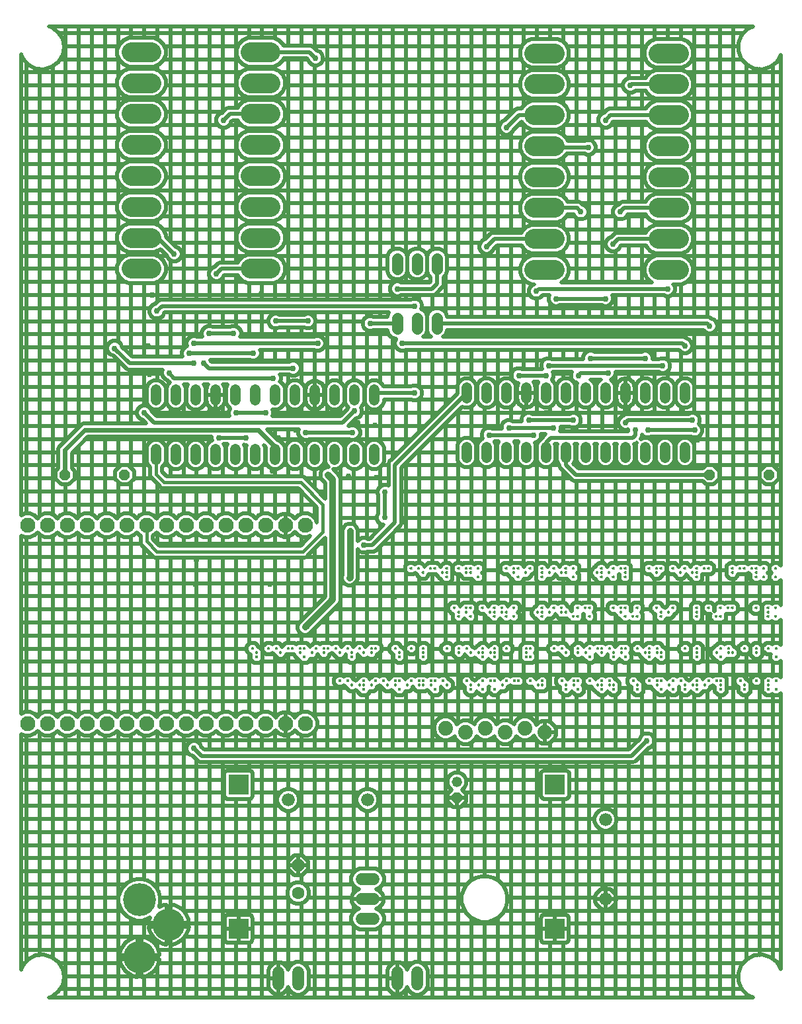
<source format=gbr>
G04 EAGLE Gerber RS-274X export*
G75*
%MOMM*%
%FSLAX34Y34*%
%LPD*%
%INBottom Copper*%
%IPPOS*%
%AMOC8*
5,1,8,0,0,1.08239X$1,22.5*%
G01*
%ADD10R,0.182881X0.060956*%
%ADD11R,0.304800X0.060956*%
%ADD12R,0.365756X0.060956*%
%ADD13R,0.304800X0.060963*%
%ADD14R,0.182881X0.060963*%
%ADD15P,1.732040X8X112.500000*%
%ADD16C,1.600200*%
%ADD17P,1.429621X8X292.500000*%
%ADD18C,1.320800*%
%ADD19C,1.676400*%
%ADD20C,1.320800*%
%ADD21C,4.216000*%
%ADD22C,4.114800*%
%ADD23C,1.524000*%
%ADD24C,1.422400*%
%ADD25P,1.429621X8X202.500000*%
%ADD26P,1.429621X8X22.500000*%
%ADD27C,1.930400*%
%ADD28C,2.550000*%
%ADD29R,2.540000X2.540000*%
%ADD30C,1.879600*%
%ADD31C,0.508000*%
%ADD32C,0.756400*%
%ADD33C,0.406400*%
%ADD34C,0.812800*%
%ADD35C,0.609600*%


D10*
X1462430Y-932688D03*
X1447190Y-932688D03*
X1437437Y-932688D03*
X1361237Y-932688D03*
X1269797Y-932688D03*
X1254557Y-932688D03*
X1239317Y-932688D03*
X1203350Y-932688D03*
X1163117Y-932688D03*
X1132637Y-932688D03*
X1081430Y-932688D03*
X1041197Y-932688D03*
D11*
X1462430Y-932078D03*
X1447190Y-932078D03*
X1437437Y-932078D03*
X1361237Y-932078D03*
X1269797Y-932078D03*
X1254557Y-932078D03*
X1239317Y-932078D03*
X1203350Y-932078D03*
X1163117Y-932078D03*
X1132637Y-932078D03*
X1081430Y-932078D03*
X1041197Y-932078D03*
D12*
X1462126Y-931469D03*
X1446886Y-931469D03*
X1437132Y-931469D03*
X1360932Y-931469D03*
X1269492Y-931469D03*
X1254252Y-931469D03*
X1239012Y-931469D03*
X1203046Y-931469D03*
X1162812Y-931469D03*
X1132332Y-931469D03*
X1081126Y-931469D03*
X1040892Y-931469D03*
X1462126Y-930859D03*
X1446886Y-930859D03*
X1437132Y-930859D03*
X1360932Y-930859D03*
X1269492Y-930859D03*
X1254252Y-930859D03*
X1239012Y-930859D03*
X1203046Y-930859D03*
X1162812Y-930859D03*
X1132332Y-930859D03*
X1081126Y-930859D03*
X1040892Y-930859D03*
D13*
X1462430Y-930250D03*
X1447190Y-930250D03*
X1437437Y-930250D03*
X1361237Y-930250D03*
X1269797Y-930250D03*
X1254557Y-930250D03*
X1239317Y-930250D03*
X1203350Y-930250D03*
X1163117Y-930250D03*
X1132637Y-930250D03*
X1081430Y-930250D03*
X1041197Y-930250D03*
D10*
X1462430Y-929640D03*
X1447190Y-929640D03*
X1437437Y-929640D03*
X1361237Y-929640D03*
X1269797Y-929640D03*
X1254557Y-929640D03*
X1239317Y-929640D03*
X1203350Y-929640D03*
X1163117Y-929640D03*
X1132637Y-929640D03*
X1081430Y-929640D03*
X1041197Y-929640D03*
D14*
X1437437Y-927202D03*
X1406957Y-927202D03*
X1361237Y-927202D03*
X1355750Y-927202D03*
X1340510Y-927202D03*
X1310030Y-927202D03*
X1269797Y-927202D03*
X1249070Y-927202D03*
X1239317Y-927202D03*
X1233830Y-927202D03*
X1193597Y-927202D03*
X1188110Y-927202D03*
X1172870Y-927202D03*
X1163117Y-927202D03*
X1142390Y-927202D03*
X1127150Y-927202D03*
X1071677Y-927202D03*
X1066190Y-927202D03*
X1041197Y-927202D03*
X1035710Y-927202D03*
X1010717Y-927202D03*
D11*
X1437437Y-926592D03*
X1406957Y-926592D03*
X1361237Y-926592D03*
X1355750Y-926592D03*
X1340510Y-926592D03*
X1310030Y-926592D03*
X1269797Y-926592D03*
X1249070Y-926592D03*
X1239317Y-926592D03*
X1233830Y-926592D03*
X1193597Y-926592D03*
X1188110Y-926592D03*
X1172870Y-926592D03*
X1163117Y-926592D03*
X1142390Y-926592D03*
X1127150Y-926592D03*
X1071677Y-926592D03*
X1066190Y-926592D03*
X1041197Y-926592D03*
X1035710Y-926592D03*
X1010717Y-926592D03*
D12*
X1437132Y-925982D03*
X1406652Y-925982D03*
X1360932Y-925982D03*
X1355446Y-925982D03*
X1340206Y-925982D03*
X1309726Y-925982D03*
X1269492Y-925982D03*
X1248766Y-925982D03*
X1239012Y-925982D03*
X1233526Y-925982D03*
X1193292Y-925982D03*
X1187806Y-925982D03*
X1172566Y-925982D03*
X1162812Y-925982D03*
X1142086Y-925982D03*
X1126846Y-925982D03*
X1071372Y-925982D03*
X1065886Y-925982D03*
X1040892Y-925982D03*
X1035406Y-925982D03*
X1010412Y-925982D03*
X1437132Y-925373D03*
X1406652Y-925373D03*
X1360932Y-925373D03*
X1355446Y-925373D03*
X1340206Y-925373D03*
X1309726Y-925373D03*
X1269492Y-925373D03*
X1248766Y-925373D03*
X1239012Y-925373D03*
X1233526Y-925373D03*
X1193292Y-925373D03*
X1187806Y-925373D03*
X1172566Y-925373D03*
X1162812Y-925373D03*
X1142086Y-925373D03*
X1126846Y-925373D03*
X1071372Y-925373D03*
X1065886Y-925373D03*
X1040892Y-925373D03*
X1035406Y-925373D03*
X1010412Y-925373D03*
D11*
X1437437Y-924763D03*
X1406957Y-924763D03*
X1361237Y-924763D03*
X1355750Y-924763D03*
X1340510Y-924763D03*
X1310030Y-924763D03*
X1269797Y-924763D03*
X1249070Y-924763D03*
X1239317Y-924763D03*
X1233830Y-924763D03*
X1193597Y-924763D03*
X1188110Y-924763D03*
X1172870Y-924763D03*
X1163117Y-924763D03*
X1142390Y-924763D03*
X1127150Y-924763D03*
X1071677Y-924763D03*
X1066190Y-924763D03*
X1041197Y-924763D03*
X1035710Y-924763D03*
X1010717Y-924763D03*
D14*
X1437437Y-924154D03*
X1406957Y-924154D03*
X1361237Y-924154D03*
X1355750Y-924154D03*
X1340510Y-924154D03*
X1310030Y-924154D03*
X1269797Y-924154D03*
X1249070Y-924154D03*
X1239317Y-924154D03*
X1233830Y-924154D03*
X1193597Y-924154D03*
X1188110Y-924154D03*
X1172870Y-924154D03*
X1163117Y-924154D03*
X1142390Y-924154D03*
X1127150Y-924154D03*
X1071677Y-924154D03*
X1066190Y-924154D03*
X1041197Y-924154D03*
X1035710Y-924154D03*
X1010717Y-924154D03*
D10*
X1462430Y-921715D03*
X1447190Y-921715D03*
X1437437Y-921715D03*
X1431950Y-921715D03*
X1422197Y-921715D03*
X1416710Y-921715D03*
X1406957Y-921715D03*
X1376477Y-921715D03*
X1370990Y-921715D03*
X1361237Y-921715D03*
X1345997Y-921715D03*
X1330757Y-921715D03*
X1315517Y-921715D03*
X1310030Y-921715D03*
X1300277Y-921715D03*
X1269797Y-921715D03*
X1264310Y-921715D03*
X1254557Y-921715D03*
X1239317Y-921715D03*
X1203350Y-921715D03*
X1193597Y-921715D03*
X1178357Y-921715D03*
X1163117Y-921715D03*
X1147877Y-921715D03*
X1132637Y-921715D03*
X1127150Y-921715D03*
X1117397Y-921715D03*
X1081430Y-921715D03*
X1071677Y-921715D03*
X1066190Y-921715D03*
X1056437Y-921715D03*
X1041197Y-921715D03*
X1025957Y-921715D03*
X1020470Y-921715D03*
X1005230Y-921715D03*
X995477Y-921715D03*
D13*
X1462430Y-921106D03*
X1447190Y-921106D03*
X1437437Y-921106D03*
X1431950Y-921106D03*
X1422197Y-921106D03*
X1416710Y-921106D03*
X1406957Y-921106D03*
X1376477Y-921106D03*
X1370990Y-921106D03*
X1361237Y-921106D03*
X1345997Y-921106D03*
X1330757Y-921106D03*
X1315517Y-921106D03*
X1310030Y-921106D03*
X1300277Y-921106D03*
X1269797Y-921106D03*
X1264310Y-921106D03*
X1254557Y-921106D03*
X1239317Y-921106D03*
X1203350Y-921106D03*
X1193597Y-921106D03*
X1178357Y-921106D03*
X1163117Y-921106D03*
X1147877Y-921106D03*
X1132637Y-921106D03*
X1127150Y-921106D03*
X1117397Y-921106D03*
X1081430Y-921106D03*
X1071677Y-921106D03*
X1066190Y-921106D03*
X1056437Y-921106D03*
X1041197Y-921106D03*
X1025957Y-921106D03*
X1020470Y-921106D03*
X1005230Y-921106D03*
X995477Y-921106D03*
D12*
X1462126Y-920496D03*
X1446886Y-920496D03*
X1437132Y-920496D03*
X1431646Y-920496D03*
X1421892Y-920496D03*
X1416406Y-920496D03*
X1406652Y-920496D03*
X1376172Y-920496D03*
X1370686Y-920496D03*
X1360932Y-920496D03*
X1345692Y-920496D03*
X1330452Y-920496D03*
X1315212Y-920496D03*
X1309726Y-920496D03*
X1299972Y-920496D03*
X1269492Y-920496D03*
X1264006Y-920496D03*
X1254252Y-920496D03*
X1239012Y-920496D03*
X1203046Y-920496D03*
X1193292Y-920496D03*
X1178052Y-920496D03*
X1162812Y-920496D03*
X1147572Y-920496D03*
X1132332Y-920496D03*
X1126846Y-920496D03*
X1117092Y-920496D03*
X1081126Y-920496D03*
X1071372Y-920496D03*
X1065886Y-920496D03*
X1056132Y-920496D03*
X1040892Y-920496D03*
X1025652Y-920496D03*
X1020166Y-920496D03*
X1004926Y-920496D03*
X995172Y-920496D03*
X1462126Y-919886D03*
X1446886Y-919886D03*
X1437132Y-919886D03*
X1431646Y-919886D03*
X1421892Y-919886D03*
X1416406Y-919886D03*
X1406652Y-919886D03*
X1376172Y-919886D03*
X1370686Y-919886D03*
X1360932Y-919886D03*
X1345692Y-919886D03*
X1330452Y-919886D03*
X1315212Y-919886D03*
X1309726Y-919886D03*
X1299972Y-919886D03*
X1269492Y-919886D03*
X1264006Y-919886D03*
X1254252Y-919886D03*
X1239012Y-919886D03*
X1203046Y-919886D03*
X1193292Y-919886D03*
X1178052Y-919886D03*
X1162812Y-919886D03*
X1147572Y-919886D03*
X1132332Y-919886D03*
X1126846Y-919886D03*
X1117092Y-919886D03*
X1081126Y-919886D03*
X1071372Y-919886D03*
X1065886Y-919886D03*
X1056132Y-919886D03*
X1040892Y-919886D03*
X1025652Y-919886D03*
X1020166Y-919886D03*
X1004926Y-919886D03*
X995172Y-919886D03*
D11*
X1462430Y-919277D03*
X1447190Y-919277D03*
X1437437Y-919277D03*
X1431950Y-919277D03*
X1422197Y-919277D03*
X1416710Y-919277D03*
X1406957Y-919277D03*
X1376477Y-919277D03*
X1370990Y-919277D03*
X1361237Y-919277D03*
X1345997Y-919277D03*
X1330757Y-919277D03*
X1315517Y-919277D03*
X1310030Y-919277D03*
X1300277Y-919277D03*
X1269797Y-919277D03*
X1264310Y-919277D03*
X1254557Y-919277D03*
X1239317Y-919277D03*
X1203350Y-919277D03*
X1193597Y-919277D03*
X1178357Y-919277D03*
X1163117Y-919277D03*
X1147877Y-919277D03*
X1132637Y-919277D03*
X1127150Y-919277D03*
X1117397Y-919277D03*
X1081430Y-919277D03*
X1071677Y-919277D03*
X1066190Y-919277D03*
X1056437Y-919277D03*
X1041197Y-919277D03*
X1025957Y-919277D03*
X1020470Y-919277D03*
X1005230Y-919277D03*
X995477Y-919277D03*
D10*
X1462430Y-918667D03*
X1447190Y-918667D03*
X1437437Y-918667D03*
X1431950Y-918667D03*
X1422197Y-918667D03*
X1416710Y-918667D03*
X1406957Y-918667D03*
X1376477Y-918667D03*
X1370990Y-918667D03*
X1361237Y-918667D03*
X1345997Y-918667D03*
X1330757Y-918667D03*
X1315517Y-918667D03*
X1310030Y-918667D03*
X1300277Y-918667D03*
X1269797Y-918667D03*
X1264310Y-918667D03*
X1254557Y-918667D03*
X1239317Y-918667D03*
X1203350Y-918667D03*
X1193597Y-918667D03*
X1178357Y-918667D03*
X1163117Y-918667D03*
X1147877Y-918667D03*
X1132637Y-918667D03*
X1127150Y-918667D03*
X1117397Y-918667D03*
X1081430Y-918667D03*
X1071677Y-918667D03*
X1066190Y-918667D03*
X1056437Y-918667D03*
X1041197Y-918667D03*
X1025957Y-918667D03*
X1020470Y-918667D03*
X1005230Y-918667D03*
X995477Y-918667D03*
X1462430Y-983285D03*
X1452677Y-983285D03*
X1391717Y-983285D03*
X1386230Y-983285D03*
X1361237Y-983285D03*
X1315517Y-983285D03*
X1285037Y-983285D03*
X1279550Y-983285D03*
X1269797Y-983285D03*
X1224077Y-983285D03*
X1208837Y-983285D03*
X1203350Y-983285D03*
X1163117Y-983285D03*
X1127150Y-983285D03*
X1117397Y-983285D03*
X1102157Y-983285D03*
X1071677Y-983285D03*
X1056437Y-983285D03*
D11*
X1462430Y-982675D03*
X1452677Y-982675D03*
X1391717Y-982675D03*
X1386230Y-982675D03*
X1361237Y-982675D03*
X1315517Y-982675D03*
X1285037Y-982675D03*
X1279550Y-982675D03*
X1269797Y-982675D03*
X1224077Y-982675D03*
X1208837Y-982675D03*
X1203350Y-982675D03*
X1163117Y-982675D03*
X1127150Y-982675D03*
X1117397Y-982675D03*
X1102157Y-982675D03*
X1071677Y-982675D03*
X1056437Y-982675D03*
D12*
X1462126Y-982066D03*
X1452372Y-982066D03*
X1391412Y-982066D03*
X1385926Y-982066D03*
X1360932Y-982066D03*
X1315212Y-982066D03*
X1284732Y-982066D03*
X1279246Y-982066D03*
X1269492Y-982066D03*
X1223772Y-982066D03*
X1208532Y-982066D03*
X1203046Y-982066D03*
X1162812Y-982066D03*
X1126846Y-982066D03*
X1117092Y-982066D03*
X1101852Y-982066D03*
X1071372Y-982066D03*
X1056132Y-982066D03*
X1462126Y-981456D03*
X1452372Y-981456D03*
X1391412Y-981456D03*
X1385926Y-981456D03*
X1360932Y-981456D03*
X1315212Y-981456D03*
X1284732Y-981456D03*
X1279246Y-981456D03*
X1269492Y-981456D03*
X1223772Y-981456D03*
X1208532Y-981456D03*
X1203046Y-981456D03*
X1162812Y-981456D03*
X1126846Y-981456D03*
X1117092Y-981456D03*
X1101852Y-981456D03*
X1071372Y-981456D03*
X1056132Y-981456D03*
D13*
X1462430Y-980846D03*
X1452677Y-980846D03*
X1391717Y-980846D03*
X1386230Y-980846D03*
X1361237Y-980846D03*
X1315517Y-980846D03*
X1285037Y-980846D03*
X1279550Y-980846D03*
X1269797Y-980846D03*
X1224077Y-980846D03*
X1208837Y-980846D03*
X1203350Y-980846D03*
X1163117Y-980846D03*
X1127150Y-980846D03*
X1117397Y-980846D03*
X1102157Y-980846D03*
X1071677Y-980846D03*
X1056437Y-980846D03*
D10*
X1462430Y-980237D03*
X1452677Y-980237D03*
X1391717Y-980237D03*
X1386230Y-980237D03*
X1361237Y-980237D03*
X1315517Y-980237D03*
X1285037Y-980237D03*
X1279550Y-980237D03*
X1269797Y-980237D03*
X1224077Y-980237D03*
X1208837Y-980237D03*
X1203350Y-980237D03*
X1163117Y-980237D03*
X1127150Y-980237D03*
X1117397Y-980237D03*
X1102157Y-980237D03*
X1071677Y-980237D03*
X1056437Y-980237D03*
D14*
X1452677Y-977798D03*
X1361237Y-977798D03*
X1325270Y-977798D03*
X1315517Y-977798D03*
X1264310Y-977798D03*
X1193597Y-977798D03*
X1188110Y-977798D03*
X1172870Y-977798D03*
X1163117Y-977798D03*
X1157630Y-977798D03*
X1117397Y-977798D03*
X1111910Y-977798D03*
X1102157Y-977798D03*
X1096670Y-977798D03*
X1066190Y-977798D03*
X1056437Y-977798D03*
D11*
X1452677Y-977189D03*
X1361237Y-977189D03*
X1325270Y-977189D03*
X1315517Y-977189D03*
X1264310Y-977189D03*
X1193597Y-977189D03*
X1188110Y-977189D03*
X1172870Y-977189D03*
X1163117Y-977189D03*
X1157630Y-977189D03*
X1117397Y-977189D03*
X1111910Y-977189D03*
X1102157Y-977189D03*
X1096670Y-977189D03*
X1066190Y-977189D03*
X1056437Y-977189D03*
D12*
X1452372Y-976579D03*
X1360932Y-976579D03*
X1324966Y-976579D03*
X1315212Y-976579D03*
X1264006Y-976579D03*
X1193292Y-976579D03*
X1187806Y-976579D03*
X1172566Y-976579D03*
X1162812Y-976579D03*
X1157326Y-976579D03*
X1117092Y-976579D03*
X1111606Y-976579D03*
X1101852Y-976579D03*
X1096366Y-976579D03*
X1065886Y-976579D03*
X1056132Y-976579D03*
X1452372Y-975970D03*
X1360932Y-975970D03*
X1324966Y-975970D03*
X1315212Y-975970D03*
X1264006Y-975970D03*
X1193292Y-975970D03*
X1187806Y-975970D03*
X1172566Y-975970D03*
X1162812Y-975970D03*
X1157326Y-975970D03*
X1117092Y-975970D03*
X1111606Y-975970D03*
X1101852Y-975970D03*
X1096366Y-975970D03*
X1065886Y-975970D03*
X1056132Y-975970D03*
D11*
X1452677Y-975360D03*
X1361237Y-975360D03*
X1325270Y-975360D03*
X1315517Y-975360D03*
X1264310Y-975360D03*
X1193597Y-975360D03*
X1188110Y-975360D03*
X1172870Y-975360D03*
X1163117Y-975360D03*
X1157630Y-975360D03*
X1117397Y-975360D03*
X1111910Y-975360D03*
X1102157Y-975360D03*
X1096670Y-975360D03*
X1066190Y-975360D03*
X1056437Y-975360D03*
D14*
X1452677Y-974750D03*
X1361237Y-974750D03*
X1325270Y-974750D03*
X1315517Y-974750D03*
X1264310Y-974750D03*
X1193597Y-974750D03*
X1188110Y-974750D03*
X1172870Y-974750D03*
X1163117Y-974750D03*
X1157630Y-974750D03*
X1117397Y-974750D03*
X1111910Y-974750D03*
X1102157Y-974750D03*
X1096670Y-974750D03*
X1066190Y-974750D03*
X1056437Y-974750D03*
D10*
X1462430Y-972312D03*
X1452677Y-972312D03*
X1437437Y-972312D03*
X1406957Y-972312D03*
X1401470Y-972312D03*
X1391717Y-972312D03*
X1376477Y-972312D03*
X1361237Y-972312D03*
X1330757Y-972312D03*
X1310030Y-972312D03*
X1285037Y-972312D03*
X1269797Y-972312D03*
X1264310Y-972312D03*
X1254557Y-972312D03*
X1224077Y-972312D03*
X1218590Y-972312D03*
X1208837Y-972312D03*
X1188110Y-972312D03*
X1178357Y-972312D03*
X1163117Y-972312D03*
X1127150Y-972312D03*
X1111910Y-972312D03*
X1102157Y-972312D03*
X1086917Y-972312D03*
X1071677Y-972312D03*
X1066190Y-972312D03*
X1050950Y-972312D03*
D13*
X1462430Y-971702D03*
X1452677Y-971702D03*
X1437437Y-971702D03*
X1406957Y-971702D03*
X1401470Y-971702D03*
X1391717Y-971702D03*
X1376477Y-971702D03*
X1361237Y-971702D03*
X1330757Y-971702D03*
X1310030Y-971702D03*
X1285037Y-971702D03*
X1269797Y-971702D03*
X1264310Y-971702D03*
X1254557Y-971702D03*
X1224077Y-971702D03*
X1218590Y-971702D03*
X1208837Y-971702D03*
X1188110Y-971702D03*
X1178357Y-971702D03*
X1163117Y-971702D03*
X1127150Y-971702D03*
X1111910Y-971702D03*
X1102157Y-971702D03*
X1086917Y-971702D03*
X1071677Y-971702D03*
X1066190Y-971702D03*
X1050950Y-971702D03*
D12*
X1462126Y-971093D03*
X1452372Y-971093D03*
X1437132Y-971093D03*
X1406652Y-971093D03*
X1401166Y-971093D03*
X1391412Y-971093D03*
X1376172Y-971093D03*
X1360932Y-971093D03*
X1330452Y-971093D03*
X1309726Y-971093D03*
X1284732Y-971093D03*
X1269492Y-971093D03*
X1264006Y-971093D03*
X1254252Y-971093D03*
X1223772Y-971093D03*
X1218286Y-971093D03*
X1208532Y-971093D03*
X1187806Y-971093D03*
X1178052Y-971093D03*
X1162812Y-971093D03*
X1126846Y-971093D03*
X1111606Y-971093D03*
X1101852Y-971093D03*
X1086612Y-971093D03*
X1071372Y-971093D03*
X1065886Y-971093D03*
X1050646Y-971093D03*
X1462126Y-970483D03*
X1452372Y-970483D03*
X1437132Y-970483D03*
X1406652Y-970483D03*
X1401166Y-970483D03*
X1391412Y-970483D03*
X1376172Y-970483D03*
X1360932Y-970483D03*
X1330452Y-970483D03*
X1309726Y-970483D03*
X1284732Y-970483D03*
X1269492Y-970483D03*
X1264006Y-970483D03*
X1254252Y-970483D03*
X1223772Y-970483D03*
X1218286Y-970483D03*
X1208532Y-970483D03*
X1187806Y-970483D03*
X1178052Y-970483D03*
X1162812Y-970483D03*
X1126846Y-970483D03*
X1111606Y-970483D03*
X1101852Y-970483D03*
X1086612Y-970483D03*
X1071372Y-970483D03*
X1065886Y-970483D03*
X1050646Y-970483D03*
D11*
X1462430Y-969874D03*
X1452677Y-969874D03*
X1437437Y-969874D03*
X1406957Y-969874D03*
X1401470Y-969874D03*
X1391717Y-969874D03*
X1376477Y-969874D03*
X1361237Y-969874D03*
X1330757Y-969874D03*
X1310030Y-969874D03*
X1285037Y-969874D03*
X1269797Y-969874D03*
X1264310Y-969874D03*
X1254557Y-969874D03*
X1224077Y-969874D03*
X1218590Y-969874D03*
X1208837Y-969874D03*
X1188110Y-969874D03*
X1178357Y-969874D03*
X1163117Y-969874D03*
X1127150Y-969874D03*
X1111910Y-969874D03*
X1102157Y-969874D03*
X1086917Y-969874D03*
X1071677Y-969874D03*
X1066190Y-969874D03*
X1050950Y-969874D03*
D10*
X1462430Y-969264D03*
X1452677Y-969264D03*
X1437437Y-969264D03*
X1406957Y-969264D03*
X1401470Y-969264D03*
X1391717Y-969264D03*
X1376477Y-969264D03*
X1361237Y-969264D03*
X1330757Y-969264D03*
X1310030Y-969264D03*
X1285037Y-969264D03*
X1269797Y-969264D03*
X1264310Y-969264D03*
X1254557Y-969264D03*
X1224077Y-969264D03*
X1218590Y-969264D03*
X1208837Y-969264D03*
X1188110Y-969264D03*
X1178357Y-969264D03*
X1163117Y-969264D03*
X1127150Y-969264D03*
X1111910Y-969264D03*
X1102157Y-969264D03*
X1086917Y-969264D03*
X1071677Y-969264D03*
X1066190Y-969264D03*
X1050950Y-969264D03*
X1463040Y-1035101D03*
X1392326Y-1035101D03*
X1361846Y-1035101D03*
X1316126Y-1035101D03*
X1300886Y-1035101D03*
X1270406Y-1035101D03*
X1255166Y-1035101D03*
X1224686Y-1035101D03*
X1148486Y-1035101D03*
X1143000Y-1035101D03*
X1102766Y-1035101D03*
X1087526Y-1035101D03*
X1011326Y-1035101D03*
X980846Y-1035101D03*
X919886Y-1035101D03*
X858926Y-1035101D03*
X797966Y-1035101D03*
D11*
X1463040Y-1034491D03*
X1392326Y-1034491D03*
X1361846Y-1034491D03*
X1316126Y-1034491D03*
X1300886Y-1034491D03*
X1270406Y-1034491D03*
X1255166Y-1034491D03*
X1224686Y-1034491D03*
X1148486Y-1034491D03*
X1143000Y-1034491D03*
X1102766Y-1034491D03*
X1087526Y-1034491D03*
X1011326Y-1034491D03*
X980846Y-1034491D03*
X919886Y-1034491D03*
X858926Y-1034491D03*
X797966Y-1034491D03*
D12*
X1462735Y-1033882D03*
X1392022Y-1033882D03*
X1361542Y-1033882D03*
X1315822Y-1033882D03*
X1300582Y-1033882D03*
X1270102Y-1033882D03*
X1254862Y-1033882D03*
X1224382Y-1033882D03*
X1148182Y-1033882D03*
X1142695Y-1033882D03*
X1102462Y-1033882D03*
X1087222Y-1033882D03*
X1011022Y-1033882D03*
X980542Y-1033882D03*
X919582Y-1033882D03*
X858622Y-1033882D03*
X797662Y-1033882D03*
X1462735Y-1033272D03*
X1392022Y-1033272D03*
X1361542Y-1033272D03*
X1315822Y-1033272D03*
X1300582Y-1033272D03*
X1270102Y-1033272D03*
X1254862Y-1033272D03*
X1224382Y-1033272D03*
X1148182Y-1033272D03*
X1142695Y-1033272D03*
X1102462Y-1033272D03*
X1087222Y-1033272D03*
X1011022Y-1033272D03*
X980542Y-1033272D03*
X919582Y-1033272D03*
X858622Y-1033272D03*
X797662Y-1033272D03*
D13*
X1463040Y-1032662D03*
X1392326Y-1032662D03*
X1361846Y-1032662D03*
X1316126Y-1032662D03*
X1300886Y-1032662D03*
X1270406Y-1032662D03*
X1255166Y-1032662D03*
X1224686Y-1032662D03*
X1148486Y-1032662D03*
X1143000Y-1032662D03*
X1102766Y-1032662D03*
X1087526Y-1032662D03*
X1011326Y-1032662D03*
X980846Y-1032662D03*
X919886Y-1032662D03*
X858926Y-1032662D03*
X797966Y-1032662D03*
D10*
X1463040Y-1032053D03*
X1392326Y-1032053D03*
X1361846Y-1032053D03*
X1316126Y-1032053D03*
X1300886Y-1032053D03*
X1270406Y-1032053D03*
X1255166Y-1032053D03*
X1224686Y-1032053D03*
X1148486Y-1032053D03*
X1143000Y-1032053D03*
X1102766Y-1032053D03*
X1087526Y-1032053D03*
X1011326Y-1032053D03*
X980846Y-1032053D03*
X919886Y-1032053D03*
X858926Y-1032053D03*
X797966Y-1032053D03*
D14*
X1438046Y-1029614D03*
X1407566Y-1029614D03*
X1402080Y-1029614D03*
X1386840Y-1029614D03*
X1361846Y-1029614D03*
X1316126Y-1029614D03*
X1310640Y-1029614D03*
X1300886Y-1029614D03*
X1295400Y-1029614D03*
X1264920Y-1029614D03*
X1255166Y-1029614D03*
X1239926Y-1029614D03*
X1219200Y-1029614D03*
X1209446Y-1029614D03*
X1194206Y-1029614D03*
X1143000Y-1029614D03*
X1102766Y-1029614D03*
X1097280Y-1029614D03*
X1087526Y-1029614D03*
X1082040Y-1029614D03*
X1072286Y-1029614D03*
X1057046Y-1029614D03*
X1011326Y-1029614D03*
X980846Y-1029614D03*
X944880Y-1029614D03*
X935126Y-1029614D03*
X919886Y-1029614D03*
X904646Y-1029614D03*
X883920Y-1029614D03*
X868680Y-1029614D03*
X853440Y-1029614D03*
X828446Y-1029614D03*
X797966Y-1029614D03*
D11*
X1438046Y-1029005D03*
X1407566Y-1029005D03*
X1402080Y-1029005D03*
X1386840Y-1029005D03*
X1361846Y-1029005D03*
X1316126Y-1029005D03*
X1310640Y-1029005D03*
X1300886Y-1029005D03*
X1295400Y-1029005D03*
X1264920Y-1029005D03*
X1255166Y-1029005D03*
X1239926Y-1029005D03*
X1219200Y-1029005D03*
X1209446Y-1029005D03*
X1194206Y-1029005D03*
X1143000Y-1029005D03*
X1102766Y-1029005D03*
X1097280Y-1029005D03*
X1087526Y-1029005D03*
X1082040Y-1029005D03*
X1072286Y-1029005D03*
X1057046Y-1029005D03*
X1011326Y-1029005D03*
X980846Y-1029005D03*
X944880Y-1029005D03*
X935126Y-1029005D03*
X919886Y-1029005D03*
X904646Y-1029005D03*
X883920Y-1029005D03*
X868680Y-1029005D03*
X853440Y-1029005D03*
X828446Y-1029005D03*
X797966Y-1029005D03*
D12*
X1437742Y-1028395D03*
X1407262Y-1028395D03*
X1401775Y-1028395D03*
X1386535Y-1028395D03*
X1361542Y-1028395D03*
X1315822Y-1028395D03*
X1310335Y-1028395D03*
X1300582Y-1028395D03*
X1295095Y-1028395D03*
X1264615Y-1028395D03*
X1254862Y-1028395D03*
X1239622Y-1028395D03*
X1218895Y-1028395D03*
X1209142Y-1028395D03*
X1193902Y-1028395D03*
X1142695Y-1028395D03*
X1102462Y-1028395D03*
X1096975Y-1028395D03*
X1087222Y-1028395D03*
X1081735Y-1028395D03*
X1071982Y-1028395D03*
X1056742Y-1028395D03*
X1011022Y-1028395D03*
X980542Y-1028395D03*
X944575Y-1028395D03*
X934822Y-1028395D03*
X919582Y-1028395D03*
X904342Y-1028395D03*
X883615Y-1028395D03*
X868375Y-1028395D03*
X853135Y-1028395D03*
X828142Y-1028395D03*
X797662Y-1028395D03*
X1437742Y-1027786D03*
X1407262Y-1027786D03*
X1401775Y-1027786D03*
X1386535Y-1027786D03*
X1361542Y-1027786D03*
X1315822Y-1027786D03*
X1310335Y-1027786D03*
X1300582Y-1027786D03*
X1295095Y-1027786D03*
X1264615Y-1027786D03*
X1254862Y-1027786D03*
X1239622Y-1027786D03*
X1218895Y-1027786D03*
X1209142Y-1027786D03*
X1193902Y-1027786D03*
X1142695Y-1027786D03*
X1102462Y-1027786D03*
X1096975Y-1027786D03*
X1087222Y-1027786D03*
X1081735Y-1027786D03*
X1071982Y-1027786D03*
X1056742Y-1027786D03*
X1011022Y-1027786D03*
X980542Y-1027786D03*
X944575Y-1027786D03*
X934822Y-1027786D03*
X919582Y-1027786D03*
X904342Y-1027786D03*
X883615Y-1027786D03*
X868375Y-1027786D03*
X853135Y-1027786D03*
X828142Y-1027786D03*
X797662Y-1027786D03*
D11*
X1438046Y-1027176D03*
X1407566Y-1027176D03*
X1402080Y-1027176D03*
X1386840Y-1027176D03*
X1361846Y-1027176D03*
X1316126Y-1027176D03*
X1310640Y-1027176D03*
X1300886Y-1027176D03*
X1295400Y-1027176D03*
X1264920Y-1027176D03*
X1255166Y-1027176D03*
X1239926Y-1027176D03*
X1219200Y-1027176D03*
X1209446Y-1027176D03*
X1194206Y-1027176D03*
X1143000Y-1027176D03*
X1102766Y-1027176D03*
X1097280Y-1027176D03*
X1087526Y-1027176D03*
X1082040Y-1027176D03*
X1072286Y-1027176D03*
X1057046Y-1027176D03*
X1011326Y-1027176D03*
X980846Y-1027176D03*
X944880Y-1027176D03*
X935126Y-1027176D03*
X919886Y-1027176D03*
X904646Y-1027176D03*
X883920Y-1027176D03*
X868680Y-1027176D03*
X853440Y-1027176D03*
X828446Y-1027176D03*
X797966Y-1027176D03*
D14*
X1438046Y-1026566D03*
X1407566Y-1026566D03*
X1402080Y-1026566D03*
X1386840Y-1026566D03*
X1361846Y-1026566D03*
X1316126Y-1026566D03*
X1310640Y-1026566D03*
X1300886Y-1026566D03*
X1295400Y-1026566D03*
X1264920Y-1026566D03*
X1255166Y-1026566D03*
X1239926Y-1026566D03*
X1219200Y-1026566D03*
X1209446Y-1026566D03*
X1194206Y-1026566D03*
X1143000Y-1026566D03*
X1102766Y-1026566D03*
X1097280Y-1026566D03*
X1087526Y-1026566D03*
X1082040Y-1026566D03*
X1072286Y-1026566D03*
X1057046Y-1026566D03*
X1011326Y-1026566D03*
X980846Y-1026566D03*
X944880Y-1026566D03*
X935126Y-1026566D03*
X919886Y-1026566D03*
X904646Y-1026566D03*
X883920Y-1026566D03*
X868680Y-1026566D03*
X853440Y-1026566D03*
X828446Y-1026566D03*
X797966Y-1026566D03*
D10*
X1463040Y-1024128D03*
X1453286Y-1024128D03*
X1438046Y-1024128D03*
X1422806Y-1024128D03*
X1402080Y-1024128D03*
X1392326Y-1024128D03*
X1361846Y-1024128D03*
X1346606Y-1024128D03*
X1310640Y-1024128D03*
X1300886Y-1024128D03*
X1285646Y-1024128D03*
X1270406Y-1024128D03*
X1264920Y-1024128D03*
X1249680Y-1024128D03*
X1239926Y-1024128D03*
X1234440Y-1024128D03*
X1224686Y-1024128D03*
X1209446Y-1024128D03*
X1188720Y-1024128D03*
X1178966Y-1024128D03*
X1148486Y-1024128D03*
X1143000Y-1024128D03*
X1118006Y-1024128D03*
X1102766Y-1024128D03*
X1087526Y-1024128D03*
X1066800Y-1024128D03*
X1057046Y-1024128D03*
X1041806Y-1024128D03*
X1011326Y-1024128D03*
X996086Y-1024128D03*
X975360Y-1024128D03*
X950366Y-1024128D03*
X944880Y-1024128D03*
X929640Y-1024128D03*
X914400Y-1024128D03*
X899160Y-1024128D03*
X889406Y-1024128D03*
X883920Y-1024128D03*
X874166Y-1024128D03*
X858926Y-1024128D03*
X853440Y-1024128D03*
X843686Y-1024128D03*
X838200Y-1024128D03*
X822960Y-1024128D03*
X813206Y-1024128D03*
X792480Y-1024128D03*
D13*
X1463040Y-1023518D03*
X1453286Y-1023518D03*
X1438046Y-1023518D03*
X1422806Y-1023518D03*
X1402080Y-1023518D03*
X1392326Y-1023518D03*
X1361846Y-1023518D03*
X1346606Y-1023518D03*
X1310640Y-1023518D03*
X1300886Y-1023518D03*
X1285646Y-1023518D03*
X1270406Y-1023518D03*
X1264920Y-1023518D03*
X1249680Y-1023518D03*
X1239926Y-1023518D03*
X1234440Y-1023518D03*
X1224686Y-1023518D03*
X1209446Y-1023518D03*
X1188720Y-1023518D03*
X1178966Y-1023518D03*
X1148486Y-1023518D03*
X1143000Y-1023518D03*
X1118006Y-1023518D03*
X1102766Y-1023518D03*
X1087526Y-1023518D03*
X1066800Y-1023518D03*
X1057046Y-1023518D03*
X1041806Y-1023518D03*
X1011326Y-1023518D03*
X996086Y-1023518D03*
X975360Y-1023518D03*
X950366Y-1023518D03*
X944880Y-1023518D03*
X929640Y-1023518D03*
X914400Y-1023518D03*
X899160Y-1023518D03*
X889406Y-1023518D03*
X883920Y-1023518D03*
X874166Y-1023518D03*
X858926Y-1023518D03*
X853440Y-1023518D03*
X843686Y-1023518D03*
X838200Y-1023518D03*
X822960Y-1023518D03*
X813206Y-1023518D03*
X792480Y-1023518D03*
D12*
X1462735Y-1022909D03*
X1452982Y-1022909D03*
X1437742Y-1022909D03*
X1422502Y-1022909D03*
X1401775Y-1022909D03*
X1392022Y-1022909D03*
X1361542Y-1022909D03*
X1346302Y-1022909D03*
X1310335Y-1022909D03*
X1300582Y-1022909D03*
X1285342Y-1022909D03*
X1270102Y-1022909D03*
X1264615Y-1022909D03*
X1249375Y-1022909D03*
X1239622Y-1022909D03*
X1234135Y-1022909D03*
X1224382Y-1022909D03*
X1209142Y-1022909D03*
X1188415Y-1022909D03*
X1178662Y-1022909D03*
X1148182Y-1022909D03*
X1142695Y-1022909D03*
X1117702Y-1022909D03*
X1102462Y-1022909D03*
X1087222Y-1022909D03*
X1066495Y-1022909D03*
X1056742Y-1022909D03*
X1041502Y-1022909D03*
X1011022Y-1022909D03*
X995782Y-1022909D03*
X975055Y-1022909D03*
X950062Y-1022909D03*
X944575Y-1022909D03*
X929335Y-1022909D03*
X914095Y-1022909D03*
X898855Y-1022909D03*
X889102Y-1022909D03*
X883615Y-1022909D03*
X873862Y-1022909D03*
X858622Y-1022909D03*
X853135Y-1022909D03*
X843382Y-1022909D03*
X837895Y-1022909D03*
X822655Y-1022909D03*
X812902Y-1022909D03*
X792175Y-1022909D03*
X1462735Y-1022299D03*
X1452982Y-1022299D03*
X1437742Y-1022299D03*
X1422502Y-1022299D03*
X1401775Y-1022299D03*
X1392022Y-1022299D03*
X1361542Y-1022299D03*
X1346302Y-1022299D03*
X1310335Y-1022299D03*
X1300582Y-1022299D03*
X1285342Y-1022299D03*
X1270102Y-1022299D03*
X1264615Y-1022299D03*
X1249375Y-1022299D03*
X1239622Y-1022299D03*
X1234135Y-1022299D03*
X1224382Y-1022299D03*
X1209142Y-1022299D03*
X1188415Y-1022299D03*
X1178662Y-1022299D03*
X1148182Y-1022299D03*
X1142695Y-1022299D03*
X1117702Y-1022299D03*
X1102462Y-1022299D03*
X1087222Y-1022299D03*
X1066495Y-1022299D03*
X1056742Y-1022299D03*
X1041502Y-1022299D03*
X1011022Y-1022299D03*
X995782Y-1022299D03*
X975055Y-1022299D03*
X950062Y-1022299D03*
X944575Y-1022299D03*
X929335Y-1022299D03*
X914095Y-1022299D03*
X898855Y-1022299D03*
X889102Y-1022299D03*
X883615Y-1022299D03*
X873862Y-1022299D03*
X858622Y-1022299D03*
X853135Y-1022299D03*
X843382Y-1022299D03*
X837895Y-1022299D03*
X822655Y-1022299D03*
X812902Y-1022299D03*
X792175Y-1022299D03*
D11*
X1463040Y-1021690D03*
X1453286Y-1021690D03*
X1438046Y-1021690D03*
X1422806Y-1021690D03*
X1402080Y-1021690D03*
X1392326Y-1021690D03*
X1361846Y-1021690D03*
X1346606Y-1021690D03*
X1310640Y-1021690D03*
X1300886Y-1021690D03*
X1285646Y-1021690D03*
X1270406Y-1021690D03*
X1264920Y-1021690D03*
X1249680Y-1021690D03*
X1239926Y-1021690D03*
X1234440Y-1021690D03*
X1224686Y-1021690D03*
X1209446Y-1021690D03*
X1188720Y-1021690D03*
X1178966Y-1021690D03*
X1148486Y-1021690D03*
X1143000Y-1021690D03*
X1118006Y-1021690D03*
X1102766Y-1021690D03*
X1087526Y-1021690D03*
X1066800Y-1021690D03*
X1057046Y-1021690D03*
X1041806Y-1021690D03*
X1011326Y-1021690D03*
X996086Y-1021690D03*
X975360Y-1021690D03*
X950366Y-1021690D03*
X944880Y-1021690D03*
X929640Y-1021690D03*
X914400Y-1021690D03*
X899160Y-1021690D03*
X889406Y-1021690D03*
X883920Y-1021690D03*
X874166Y-1021690D03*
X858926Y-1021690D03*
X853440Y-1021690D03*
X843686Y-1021690D03*
X838200Y-1021690D03*
X822960Y-1021690D03*
X813206Y-1021690D03*
X792480Y-1021690D03*
D10*
X1463040Y-1021080D03*
X1453286Y-1021080D03*
X1438046Y-1021080D03*
X1422806Y-1021080D03*
X1402080Y-1021080D03*
X1392326Y-1021080D03*
X1361846Y-1021080D03*
X1346606Y-1021080D03*
X1310640Y-1021080D03*
X1300886Y-1021080D03*
X1285646Y-1021080D03*
X1270406Y-1021080D03*
X1264920Y-1021080D03*
X1249680Y-1021080D03*
X1239926Y-1021080D03*
X1234440Y-1021080D03*
X1224686Y-1021080D03*
X1209446Y-1021080D03*
X1188720Y-1021080D03*
X1178966Y-1021080D03*
X1148486Y-1021080D03*
X1143000Y-1021080D03*
X1118006Y-1021080D03*
X1102766Y-1021080D03*
X1087526Y-1021080D03*
X1066800Y-1021080D03*
X1057046Y-1021080D03*
X1041806Y-1021080D03*
X1011326Y-1021080D03*
X996086Y-1021080D03*
X975360Y-1021080D03*
X950366Y-1021080D03*
X944880Y-1021080D03*
X929640Y-1021080D03*
X914400Y-1021080D03*
X899160Y-1021080D03*
X889406Y-1021080D03*
X883920Y-1021080D03*
X874166Y-1021080D03*
X858926Y-1021080D03*
X853440Y-1021080D03*
X843686Y-1021080D03*
X838200Y-1021080D03*
X822960Y-1021080D03*
X813206Y-1021080D03*
X792480Y-1021080D03*
X1463040Y-1076554D03*
X1453286Y-1076554D03*
X1422806Y-1076554D03*
X1392326Y-1076554D03*
X1361846Y-1076554D03*
X1346606Y-1076554D03*
X1331366Y-1076554D03*
X1316126Y-1076554D03*
X1285646Y-1076554D03*
X1255166Y-1076554D03*
X1239926Y-1076554D03*
X1209446Y-1076554D03*
X1194206Y-1076554D03*
X1102766Y-1076554D03*
X1087526Y-1076554D03*
X1072286Y-1076554D03*
X1026566Y-1076554D03*
X980846Y-1076554D03*
X935126Y-1076554D03*
D11*
X1463040Y-1075944D03*
X1453286Y-1075944D03*
X1422806Y-1075944D03*
X1392326Y-1075944D03*
X1361846Y-1075944D03*
X1346606Y-1075944D03*
X1331366Y-1075944D03*
X1316126Y-1075944D03*
X1285646Y-1075944D03*
X1255166Y-1075944D03*
X1239926Y-1075944D03*
X1209446Y-1075944D03*
X1194206Y-1075944D03*
X1102766Y-1075944D03*
X1087526Y-1075944D03*
X1072286Y-1075944D03*
X1026566Y-1075944D03*
X980846Y-1075944D03*
X935126Y-1075944D03*
D12*
X1462735Y-1075334D03*
X1452982Y-1075334D03*
X1422502Y-1075334D03*
X1392022Y-1075334D03*
X1361542Y-1075334D03*
X1346302Y-1075334D03*
X1331062Y-1075334D03*
X1315822Y-1075334D03*
X1285342Y-1075334D03*
X1254862Y-1075334D03*
X1239622Y-1075334D03*
X1209142Y-1075334D03*
X1193902Y-1075334D03*
X1102462Y-1075334D03*
X1087222Y-1075334D03*
X1071982Y-1075334D03*
X1026262Y-1075334D03*
X980542Y-1075334D03*
X934822Y-1075334D03*
X1462735Y-1074725D03*
X1452982Y-1074725D03*
X1422502Y-1074725D03*
X1392022Y-1074725D03*
X1361542Y-1074725D03*
X1346302Y-1074725D03*
X1331062Y-1074725D03*
X1315822Y-1074725D03*
X1285342Y-1074725D03*
X1254862Y-1074725D03*
X1239622Y-1074725D03*
X1209142Y-1074725D03*
X1193902Y-1074725D03*
X1102462Y-1074725D03*
X1087222Y-1074725D03*
X1071982Y-1074725D03*
X1026262Y-1074725D03*
X980542Y-1074725D03*
X934822Y-1074725D03*
D13*
X1463040Y-1074115D03*
X1453286Y-1074115D03*
X1422806Y-1074115D03*
X1392326Y-1074115D03*
X1361846Y-1074115D03*
X1346606Y-1074115D03*
X1331366Y-1074115D03*
X1316126Y-1074115D03*
X1285646Y-1074115D03*
X1255166Y-1074115D03*
X1239926Y-1074115D03*
X1209446Y-1074115D03*
X1194206Y-1074115D03*
X1102766Y-1074115D03*
X1087526Y-1074115D03*
X1072286Y-1074115D03*
X1026566Y-1074115D03*
X980846Y-1074115D03*
X935126Y-1074115D03*
D10*
X1463040Y-1073506D03*
X1453286Y-1073506D03*
X1422806Y-1073506D03*
X1392326Y-1073506D03*
X1361846Y-1073506D03*
X1346606Y-1073506D03*
X1331366Y-1073506D03*
X1316126Y-1073506D03*
X1285646Y-1073506D03*
X1255166Y-1073506D03*
X1239926Y-1073506D03*
X1209446Y-1073506D03*
X1194206Y-1073506D03*
X1102766Y-1073506D03*
X1087526Y-1073506D03*
X1072286Y-1073506D03*
X1026566Y-1073506D03*
X980846Y-1073506D03*
X935126Y-1073506D03*
D14*
X1453286Y-1071067D03*
X1422806Y-1071067D03*
X1392326Y-1071067D03*
X1371600Y-1071067D03*
X1361846Y-1071067D03*
X1356360Y-1071067D03*
X1346606Y-1071067D03*
X1325880Y-1071067D03*
X1310640Y-1071067D03*
X1285646Y-1071067D03*
X1255166Y-1071067D03*
X1249680Y-1071067D03*
X1239926Y-1071067D03*
X1234440Y-1071067D03*
X1203960Y-1071067D03*
X1194206Y-1071067D03*
X1163726Y-1071067D03*
X1158240Y-1071067D03*
X1112520Y-1071067D03*
X1082040Y-1071067D03*
X1072286Y-1071067D03*
X1041806Y-1071067D03*
X1021080Y-1071067D03*
X1011326Y-1071067D03*
X1005840Y-1071067D03*
X990600Y-1071067D03*
X975360Y-1071067D03*
X965606Y-1071067D03*
X944880Y-1071067D03*
X935126Y-1071067D03*
X929640Y-1071067D03*
X919886Y-1071067D03*
D11*
X1453286Y-1070458D03*
X1422806Y-1070458D03*
X1392326Y-1070458D03*
X1371600Y-1070458D03*
X1361846Y-1070458D03*
X1356360Y-1070458D03*
X1346606Y-1070458D03*
X1325880Y-1070458D03*
X1310640Y-1070458D03*
X1285646Y-1070458D03*
X1255166Y-1070458D03*
X1249680Y-1070458D03*
X1239926Y-1070458D03*
X1234440Y-1070458D03*
X1203960Y-1070458D03*
X1194206Y-1070458D03*
X1163726Y-1070458D03*
X1158240Y-1070458D03*
X1112520Y-1070458D03*
X1082040Y-1070458D03*
X1072286Y-1070458D03*
X1041806Y-1070458D03*
X1021080Y-1070458D03*
X1011326Y-1070458D03*
X1005840Y-1070458D03*
X990600Y-1070458D03*
X975360Y-1070458D03*
X965606Y-1070458D03*
X944880Y-1070458D03*
X935126Y-1070458D03*
X929640Y-1070458D03*
X919886Y-1070458D03*
D12*
X1452982Y-1069848D03*
X1422502Y-1069848D03*
X1392022Y-1069848D03*
X1371295Y-1069848D03*
X1361542Y-1069848D03*
X1356055Y-1069848D03*
X1346302Y-1069848D03*
X1325575Y-1069848D03*
X1310335Y-1069848D03*
X1285342Y-1069848D03*
X1254862Y-1069848D03*
X1249375Y-1069848D03*
X1239622Y-1069848D03*
X1234135Y-1069848D03*
X1203655Y-1069848D03*
X1193902Y-1069848D03*
X1163422Y-1069848D03*
X1157935Y-1069848D03*
X1112215Y-1069848D03*
X1081735Y-1069848D03*
X1071982Y-1069848D03*
X1041502Y-1069848D03*
X1020775Y-1069848D03*
X1011022Y-1069848D03*
X1005535Y-1069848D03*
X990295Y-1069848D03*
X975055Y-1069848D03*
X965302Y-1069848D03*
X944575Y-1069848D03*
X934822Y-1069848D03*
X929335Y-1069848D03*
X919582Y-1069848D03*
X1452982Y-1069238D03*
X1422502Y-1069238D03*
X1392022Y-1069238D03*
X1371295Y-1069238D03*
X1361542Y-1069238D03*
X1356055Y-1069238D03*
X1346302Y-1069238D03*
X1325575Y-1069238D03*
X1310335Y-1069238D03*
X1285342Y-1069238D03*
X1254862Y-1069238D03*
X1249375Y-1069238D03*
X1239622Y-1069238D03*
X1234135Y-1069238D03*
X1203655Y-1069238D03*
X1193902Y-1069238D03*
X1163422Y-1069238D03*
X1157935Y-1069238D03*
X1112215Y-1069238D03*
X1081735Y-1069238D03*
X1071982Y-1069238D03*
X1041502Y-1069238D03*
X1020775Y-1069238D03*
X1011022Y-1069238D03*
X1005535Y-1069238D03*
X990295Y-1069238D03*
X975055Y-1069238D03*
X965302Y-1069238D03*
X944575Y-1069238D03*
X934822Y-1069238D03*
X929335Y-1069238D03*
X919582Y-1069238D03*
D11*
X1453286Y-1068629D03*
X1422806Y-1068629D03*
X1392326Y-1068629D03*
X1371600Y-1068629D03*
X1361846Y-1068629D03*
X1356360Y-1068629D03*
X1346606Y-1068629D03*
X1325880Y-1068629D03*
X1310640Y-1068629D03*
X1285646Y-1068629D03*
X1255166Y-1068629D03*
X1249680Y-1068629D03*
X1239926Y-1068629D03*
X1234440Y-1068629D03*
X1203960Y-1068629D03*
X1194206Y-1068629D03*
X1163726Y-1068629D03*
X1158240Y-1068629D03*
X1112520Y-1068629D03*
X1082040Y-1068629D03*
X1072286Y-1068629D03*
X1041806Y-1068629D03*
X1021080Y-1068629D03*
X1011326Y-1068629D03*
X1005840Y-1068629D03*
X990600Y-1068629D03*
X975360Y-1068629D03*
X965606Y-1068629D03*
X944880Y-1068629D03*
X935126Y-1068629D03*
X929640Y-1068629D03*
X919886Y-1068629D03*
D14*
X1453286Y-1068019D03*
X1422806Y-1068019D03*
X1392326Y-1068019D03*
X1371600Y-1068019D03*
X1361846Y-1068019D03*
X1356360Y-1068019D03*
X1346606Y-1068019D03*
X1325880Y-1068019D03*
X1310640Y-1068019D03*
X1285646Y-1068019D03*
X1255166Y-1068019D03*
X1249680Y-1068019D03*
X1239926Y-1068019D03*
X1234440Y-1068019D03*
X1203960Y-1068019D03*
X1194206Y-1068019D03*
X1163726Y-1068019D03*
X1158240Y-1068019D03*
X1112520Y-1068019D03*
X1082040Y-1068019D03*
X1072286Y-1068019D03*
X1041806Y-1068019D03*
X1021080Y-1068019D03*
X1011326Y-1068019D03*
X1005840Y-1068019D03*
X990600Y-1068019D03*
X975360Y-1068019D03*
X965606Y-1068019D03*
X944880Y-1068019D03*
X935126Y-1068019D03*
X929640Y-1068019D03*
X919886Y-1068019D03*
D10*
X1463040Y-1065581D03*
X1453286Y-1065581D03*
X1438046Y-1065581D03*
X1417320Y-1065581D03*
X1392326Y-1065581D03*
X1386840Y-1065581D03*
X1377086Y-1065581D03*
X1361846Y-1065581D03*
X1341120Y-1065581D03*
X1331366Y-1065581D03*
X1316126Y-1065581D03*
X1310640Y-1065581D03*
X1300886Y-1065581D03*
X1280160Y-1065581D03*
X1249680Y-1065581D03*
X1239926Y-1065581D03*
X1224686Y-1065581D03*
X1209446Y-1065581D03*
X1203960Y-1065581D03*
X1188720Y-1065581D03*
X1163726Y-1065581D03*
X1148486Y-1065581D03*
X1133246Y-1065581D03*
X1127760Y-1065581D03*
X1118006Y-1065581D03*
X1102766Y-1065581D03*
X1097280Y-1065581D03*
X1087526Y-1065581D03*
X1066800Y-1065581D03*
X1036320Y-1065581D03*
X1026566Y-1065581D03*
X1021080Y-1065581D03*
X1011326Y-1065581D03*
X1005840Y-1065581D03*
X996086Y-1065581D03*
X980846Y-1065581D03*
X975360Y-1065581D03*
X960120Y-1065581D03*
X950366Y-1065581D03*
X935126Y-1065581D03*
X914400Y-1065581D03*
X904646Y-1065581D03*
D13*
X1463040Y-1064971D03*
X1453286Y-1064971D03*
X1438046Y-1064971D03*
X1417320Y-1064971D03*
X1392326Y-1064971D03*
X1386840Y-1064971D03*
X1377086Y-1064971D03*
X1361846Y-1064971D03*
X1341120Y-1064971D03*
X1331366Y-1064971D03*
X1316126Y-1064971D03*
X1310640Y-1064971D03*
X1300886Y-1064971D03*
X1280160Y-1064971D03*
X1249680Y-1064971D03*
X1239926Y-1064971D03*
X1224686Y-1064971D03*
X1209446Y-1064971D03*
X1203960Y-1064971D03*
X1188720Y-1064971D03*
X1163726Y-1064971D03*
X1148486Y-1064971D03*
X1133246Y-1064971D03*
X1127760Y-1064971D03*
X1118006Y-1064971D03*
X1102766Y-1064971D03*
X1097280Y-1064971D03*
X1087526Y-1064971D03*
X1066800Y-1064971D03*
X1036320Y-1064971D03*
X1026566Y-1064971D03*
X1021080Y-1064971D03*
X1011326Y-1064971D03*
X1005840Y-1064971D03*
X996086Y-1064971D03*
X980846Y-1064971D03*
X975360Y-1064971D03*
X960120Y-1064971D03*
X950366Y-1064971D03*
X935126Y-1064971D03*
X914400Y-1064971D03*
X904646Y-1064971D03*
D12*
X1462735Y-1064362D03*
X1452982Y-1064362D03*
X1437742Y-1064362D03*
X1417015Y-1064362D03*
X1392022Y-1064362D03*
X1386535Y-1064362D03*
X1376782Y-1064362D03*
X1361542Y-1064362D03*
X1340815Y-1064362D03*
X1331062Y-1064362D03*
X1315822Y-1064362D03*
X1310335Y-1064362D03*
X1300582Y-1064362D03*
X1279855Y-1064362D03*
X1249375Y-1064362D03*
X1239622Y-1064362D03*
X1224382Y-1064362D03*
X1209142Y-1064362D03*
X1203655Y-1064362D03*
X1188415Y-1064362D03*
X1163422Y-1064362D03*
X1148182Y-1064362D03*
X1132942Y-1064362D03*
X1127455Y-1064362D03*
X1117702Y-1064362D03*
X1102462Y-1064362D03*
X1096975Y-1064362D03*
X1087222Y-1064362D03*
X1066495Y-1064362D03*
X1036015Y-1064362D03*
X1026262Y-1064362D03*
X1020775Y-1064362D03*
X1011022Y-1064362D03*
X1005535Y-1064362D03*
X995782Y-1064362D03*
X980542Y-1064362D03*
X975055Y-1064362D03*
X959815Y-1064362D03*
X950062Y-1064362D03*
X934822Y-1064362D03*
X914095Y-1064362D03*
X904342Y-1064362D03*
X1462735Y-1063752D03*
X1452982Y-1063752D03*
X1437742Y-1063752D03*
X1417015Y-1063752D03*
X1392022Y-1063752D03*
X1386535Y-1063752D03*
X1376782Y-1063752D03*
X1361542Y-1063752D03*
X1340815Y-1063752D03*
X1331062Y-1063752D03*
X1315822Y-1063752D03*
X1310335Y-1063752D03*
X1300582Y-1063752D03*
X1279855Y-1063752D03*
X1249375Y-1063752D03*
X1239622Y-1063752D03*
X1224382Y-1063752D03*
X1209142Y-1063752D03*
X1203655Y-1063752D03*
X1188415Y-1063752D03*
X1163422Y-1063752D03*
X1148182Y-1063752D03*
X1132942Y-1063752D03*
X1127455Y-1063752D03*
X1117702Y-1063752D03*
X1102462Y-1063752D03*
X1096975Y-1063752D03*
X1087222Y-1063752D03*
X1066495Y-1063752D03*
X1036015Y-1063752D03*
X1026262Y-1063752D03*
X1020775Y-1063752D03*
X1011022Y-1063752D03*
X1005535Y-1063752D03*
X995782Y-1063752D03*
X980542Y-1063752D03*
X975055Y-1063752D03*
X959815Y-1063752D03*
X950062Y-1063752D03*
X934822Y-1063752D03*
X914095Y-1063752D03*
X904342Y-1063752D03*
D11*
X1463040Y-1063142D03*
X1453286Y-1063142D03*
X1438046Y-1063142D03*
X1417320Y-1063142D03*
X1392326Y-1063142D03*
X1386840Y-1063142D03*
X1377086Y-1063142D03*
X1361846Y-1063142D03*
X1341120Y-1063142D03*
X1331366Y-1063142D03*
X1316126Y-1063142D03*
X1310640Y-1063142D03*
X1300886Y-1063142D03*
X1280160Y-1063142D03*
X1249680Y-1063142D03*
X1239926Y-1063142D03*
X1224686Y-1063142D03*
X1209446Y-1063142D03*
X1203960Y-1063142D03*
X1188720Y-1063142D03*
X1163726Y-1063142D03*
X1148486Y-1063142D03*
X1133246Y-1063142D03*
X1127760Y-1063142D03*
X1118006Y-1063142D03*
X1102766Y-1063142D03*
X1097280Y-1063142D03*
X1087526Y-1063142D03*
X1066800Y-1063142D03*
X1036320Y-1063142D03*
X1026566Y-1063142D03*
X1021080Y-1063142D03*
X1011326Y-1063142D03*
X1005840Y-1063142D03*
X996086Y-1063142D03*
X980846Y-1063142D03*
X975360Y-1063142D03*
X960120Y-1063142D03*
X950366Y-1063142D03*
X935126Y-1063142D03*
X914400Y-1063142D03*
X904646Y-1063142D03*
D10*
X1463040Y-1062533D03*
X1453286Y-1062533D03*
X1438046Y-1062533D03*
X1417320Y-1062533D03*
X1392326Y-1062533D03*
X1386840Y-1062533D03*
X1377086Y-1062533D03*
X1361846Y-1062533D03*
X1341120Y-1062533D03*
X1331366Y-1062533D03*
X1316126Y-1062533D03*
X1310640Y-1062533D03*
X1300886Y-1062533D03*
X1280160Y-1062533D03*
X1249680Y-1062533D03*
X1239926Y-1062533D03*
X1224686Y-1062533D03*
X1209446Y-1062533D03*
X1203960Y-1062533D03*
X1188720Y-1062533D03*
X1163726Y-1062533D03*
X1148486Y-1062533D03*
X1133246Y-1062533D03*
X1127760Y-1062533D03*
X1118006Y-1062533D03*
X1102766Y-1062533D03*
X1097280Y-1062533D03*
X1087526Y-1062533D03*
X1066800Y-1062533D03*
X1036320Y-1062533D03*
X1026566Y-1062533D03*
X1021080Y-1062533D03*
X1011326Y-1062533D03*
X1005840Y-1062533D03*
X996086Y-1062533D03*
X980846Y-1062533D03*
X975360Y-1062533D03*
X960120Y-1062533D03*
X950366Y-1062533D03*
X935126Y-1062533D03*
X914400Y-1062533D03*
X904646Y-1062533D03*
D15*
X850900Y-1299845D03*
D16*
X850900Y-1335405D03*
D17*
X1054100Y-1213485D03*
D18*
X1054100Y-1193165D03*
D19*
X1244600Y-1343025D03*
X1244600Y-1241425D03*
X939800Y-1216025D03*
X838200Y-1216025D03*
D20*
X1346200Y-701929D02*
X1346200Y-688721D01*
X1320800Y-688721D02*
X1320800Y-701929D01*
X1295400Y-701929D02*
X1295400Y-688721D01*
X1270000Y-688721D02*
X1270000Y-701929D01*
X1244600Y-701929D02*
X1244600Y-688721D01*
X1219200Y-688721D02*
X1219200Y-701929D01*
X1193800Y-701929D02*
X1193800Y-688721D01*
X1168400Y-688721D02*
X1168400Y-701929D01*
X1143000Y-701929D02*
X1143000Y-688721D01*
X1117600Y-688721D02*
X1117600Y-701929D01*
X1092200Y-701929D02*
X1092200Y-688721D01*
X1066800Y-688721D02*
X1066800Y-701929D01*
X1066800Y-764921D02*
X1066800Y-778129D01*
X1092200Y-778129D02*
X1092200Y-764921D01*
X1117600Y-764921D02*
X1117600Y-778129D01*
X1143000Y-778129D02*
X1143000Y-764921D01*
X1168400Y-764921D02*
X1168400Y-778129D01*
X1193800Y-778129D02*
X1193800Y-764921D01*
X1219200Y-764921D02*
X1219200Y-778129D01*
X1244600Y-778129D02*
X1244600Y-764921D01*
X1270000Y-764921D02*
X1270000Y-778129D01*
X1295400Y-778129D02*
X1295400Y-764921D01*
X1320800Y-764921D02*
X1320800Y-778129D01*
X1346200Y-778129D02*
X1346200Y-764921D01*
X948500Y-704529D02*
X948500Y-691321D01*
X923100Y-691321D02*
X923100Y-704529D01*
X897700Y-704529D02*
X897700Y-691321D01*
X872300Y-691321D02*
X872300Y-704529D01*
X846900Y-704529D02*
X846900Y-691321D01*
X821500Y-691321D02*
X821500Y-704529D01*
X796100Y-704529D02*
X796100Y-691321D01*
X770700Y-691321D02*
X770700Y-704529D01*
X745300Y-704529D02*
X745300Y-691321D01*
X719900Y-691321D02*
X719900Y-704529D01*
X694500Y-704529D02*
X694500Y-691321D01*
X669100Y-691321D02*
X669100Y-704529D01*
X669100Y-767521D02*
X669100Y-780729D01*
X694500Y-780729D02*
X694500Y-767521D01*
X719900Y-767521D02*
X719900Y-780729D01*
X745300Y-780729D02*
X745300Y-767521D01*
X770700Y-767521D02*
X770700Y-780729D01*
X796100Y-780729D02*
X796100Y-767521D01*
X821500Y-767521D02*
X821500Y-780729D01*
X846900Y-780729D02*
X846900Y-767521D01*
X872300Y-767521D02*
X872300Y-780729D01*
X897700Y-780729D02*
X897700Y-767521D01*
X923100Y-767521D02*
X923100Y-780729D01*
X948500Y-780729D02*
X948500Y-767521D01*
D21*
X647700Y-1343947D03*
D22*
X647954Y-1417155D03*
X685316Y-1375725D03*
D23*
X850900Y-1437005D02*
X850900Y-1452245D01*
X825500Y-1452245D02*
X825500Y-1437005D01*
X1003300Y-1437005D02*
X1003300Y-1452245D01*
X977900Y-1452245D02*
X977900Y-1437005D01*
D24*
X1028600Y-613537D02*
X1028600Y-599313D01*
X1003200Y-599313D02*
X1003200Y-613537D01*
X977800Y-613537D02*
X977800Y-599313D01*
X1028700Y-537337D02*
X1028700Y-523113D01*
X1003300Y-523113D02*
X1003300Y-537337D01*
X977900Y-537337D02*
X977900Y-523113D01*
D25*
X1454150Y-800100D03*
X1377950Y-800100D03*
D26*
X552450Y-800100D03*
X628650Y-800100D03*
D23*
X932180Y-1368425D02*
X947420Y-1368425D01*
X947420Y-1343025D02*
X932180Y-1343025D01*
X932180Y-1317625D02*
X947420Y-1317625D01*
D27*
X859890Y-864725D03*
X834490Y-864725D03*
X809090Y-864725D03*
X783690Y-864725D03*
X758290Y-864725D03*
X732890Y-864725D03*
X707490Y-864725D03*
X682090Y-864725D03*
X656690Y-864725D03*
X631290Y-864725D03*
X605890Y-864725D03*
X580490Y-864725D03*
X555090Y-864725D03*
X529690Y-864725D03*
X504290Y-864725D03*
X859890Y-1118775D03*
X834490Y-1118775D03*
X809090Y-1118775D03*
X783690Y-1118775D03*
X758290Y-1118775D03*
X732890Y-1118775D03*
X707490Y-1118775D03*
X682090Y-1118775D03*
X656690Y-1118775D03*
X631290Y-1118775D03*
X605890Y-1118775D03*
X580490Y-1118775D03*
X555090Y-1118775D03*
X529690Y-1118775D03*
X504290Y-1118775D03*
D28*
X1153500Y-537775D02*
X1179000Y-537775D01*
X1179000Y-498175D02*
X1153500Y-498175D01*
X1153500Y-458575D02*
X1179000Y-458575D01*
X1179000Y-418975D02*
X1153500Y-418975D01*
X1153500Y-379375D02*
X1179000Y-379375D01*
X1179000Y-339775D02*
X1153500Y-339775D01*
X1153500Y-300175D02*
X1179000Y-300175D01*
X1179000Y-260575D02*
X1153500Y-260575D01*
X662950Y-536375D02*
X637450Y-536375D01*
X637450Y-496775D02*
X662950Y-496775D01*
X662950Y-457175D02*
X637450Y-457175D01*
X637450Y-417575D02*
X662950Y-417575D01*
X662950Y-377975D02*
X637450Y-377975D01*
X637450Y-338375D02*
X662950Y-338375D01*
X662950Y-298775D02*
X637450Y-298775D01*
X637450Y-259175D02*
X662950Y-259175D01*
X1312700Y-537775D02*
X1338200Y-537775D01*
X1338200Y-498175D02*
X1312700Y-498175D01*
X1312700Y-458575D02*
X1338200Y-458575D01*
X1338200Y-418975D02*
X1312700Y-418975D01*
X1312700Y-379375D02*
X1338200Y-379375D01*
X1338200Y-339775D02*
X1312700Y-339775D01*
X1312700Y-300175D02*
X1338200Y-300175D01*
X1338200Y-260575D02*
X1312700Y-260575D01*
X815650Y-536375D02*
X790150Y-536375D01*
X790150Y-496775D02*
X815650Y-496775D01*
X815650Y-457175D02*
X790150Y-457175D01*
X790150Y-417575D02*
X815650Y-417575D01*
X815650Y-377975D02*
X790150Y-377975D01*
X790150Y-338375D02*
X815650Y-338375D01*
X815650Y-298775D02*
X790150Y-298775D01*
X790150Y-259175D02*
X815650Y-259175D01*
D29*
X1179500Y-1381125D03*
X774600Y-1381125D03*
X774600Y-1196625D03*
X1179700Y-1196625D03*
D30*
X1167000Y-1129540D03*
X1141600Y-1124460D03*
X1116200Y-1129540D03*
X1090800Y-1124460D03*
X1065400Y-1129540D03*
X1040000Y-1124460D03*
D31*
X977800Y-606425D02*
X942975Y-606425D01*
D32*
X942975Y-606425D03*
X1346200Y-635000D03*
D31*
X1343025Y-631825D01*
X984250Y-631825D01*
D32*
X984250Y-631825D03*
X962025Y-822325D03*
X961415Y-854812D03*
D31*
X961415Y-822935D02*
X962025Y-822325D01*
X961415Y-822935D02*
X961415Y-854812D01*
D32*
X977900Y-561975D03*
D31*
X1022350Y-561975D01*
X1028700Y-555625D01*
X1028700Y-530225D01*
D33*
X669100Y-774125D02*
X669100Y-786825D01*
X656690Y-856715D02*
X656690Y-864725D01*
X669100Y-799275D02*
X669100Y-774125D01*
X669100Y-799275D02*
X679450Y-809625D01*
X854075Y-809625D01*
X882650Y-838200D01*
X882650Y-873125D02*
X857250Y-898525D01*
X669925Y-898525D01*
X656690Y-885290D02*
X656690Y-864725D01*
X882650Y-873125D02*
X882650Y-838200D01*
X669925Y-898525D02*
X656690Y-885290D01*
D31*
X974725Y-787400D02*
X1066800Y-695325D01*
X974725Y-787400D02*
X974725Y-861289D01*
X945794Y-890219D01*
X935126Y-890219D01*
D32*
X935126Y-890219D03*
D31*
X909892Y-783154D02*
X909892Y-765096D01*
X908036Y-760615D01*
X904606Y-757185D01*
X900125Y-755329D01*
X895275Y-755329D01*
X890794Y-757185D01*
X887364Y-760615D01*
X885508Y-765096D01*
X885508Y-783154D01*
X887364Y-787635D01*
X890177Y-790448D01*
X887080Y-790448D01*
X883533Y-791917D01*
X880817Y-794633D01*
X879348Y-798180D01*
X879348Y-802020D01*
X880817Y-805567D01*
X885698Y-810448D01*
X885698Y-830472D01*
X858391Y-803165D01*
X855591Y-802005D01*
X682606Y-802005D01*
X676720Y-796119D01*
X676720Y-790351D01*
X679436Y-787635D01*
X681292Y-783154D01*
X681292Y-765096D01*
X679436Y-760615D01*
X676006Y-757185D01*
X671525Y-755329D01*
X666675Y-755329D01*
X662194Y-757185D01*
X658764Y-760615D01*
X656908Y-765096D01*
X656908Y-783154D01*
X658764Y-787635D01*
X661480Y-790351D01*
X661480Y-800791D01*
X662640Y-803591D01*
X672990Y-813941D01*
X675134Y-816085D01*
X677934Y-817245D01*
X850919Y-817245D01*
X875030Y-841356D01*
X875030Y-861452D01*
X872810Y-856092D01*
X868523Y-851805D01*
X862921Y-849485D01*
X856859Y-849485D01*
X851257Y-851805D01*
X846970Y-856092D01*
X846773Y-856568D01*
X845727Y-855128D01*
X844087Y-853488D01*
X842211Y-852125D01*
X840145Y-851072D01*
X837940Y-850356D01*
X835649Y-849993D01*
X834490Y-849993D01*
X834490Y-864725D01*
X834490Y-864725D01*
X834490Y-849993D01*
X833331Y-849993D01*
X831040Y-850356D01*
X828835Y-851072D01*
X826769Y-852125D01*
X824893Y-853488D01*
X823253Y-855128D01*
X822207Y-856568D01*
X822010Y-856092D01*
X817723Y-851805D01*
X812121Y-849485D01*
X806059Y-849485D01*
X800457Y-851805D01*
X796390Y-855872D01*
X792323Y-851805D01*
X786721Y-849485D01*
X780659Y-849485D01*
X775057Y-851805D01*
X770990Y-855872D01*
X766923Y-851805D01*
X761321Y-849485D01*
X755259Y-849485D01*
X749657Y-851805D01*
X745590Y-855872D01*
X741523Y-851805D01*
X735921Y-849485D01*
X729859Y-849485D01*
X724257Y-851805D01*
X720190Y-855872D01*
X716123Y-851805D01*
X710521Y-849485D01*
X704459Y-849485D01*
X698857Y-851805D01*
X694790Y-855872D01*
X690723Y-851805D01*
X685121Y-849485D01*
X679059Y-849485D01*
X673457Y-851805D01*
X669390Y-855872D01*
X665323Y-851805D01*
X659721Y-849485D01*
X659147Y-849485D01*
X658206Y-849095D01*
X655174Y-849095D01*
X654233Y-849485D01*
X653659Y-849485D01*
X648057Y-851805D01*
X643990Y-855872D01*
X639923Y-851805D01*
X634321Y-849485D01*
X628259Y-849485D01*
X622657Y-851805D01*
X618590Y-855872D01*
X614523Y-851805D01*
X608921Y-849485D01*
X602859Y-849485D01*
X597257Y-851805D01*
X593190Y-855872D01*
X589123Y-851805D01*
X583521Y-849485D01*
X577459Y-849485D01*
X571857Y-851805D01*
X567790Y-855872D01*
X563723Y-851805D01*
X558121Y-849485D01*
X552059Y-849485D01*
X546457Y-851805D01*
X542390Y-855872D01*
X538323Y-851805D01*
X532721Y-849485D01*
X526659Y-849485D01*
X521057Y-851805D01*
X516990Y-855872D01*
X512923Y-851805D01*
X507321Y-849485D01*
X501259Y-849485D01*
X496062Y-851638D01*
X496062Y-261670D01*
X498401Y-267708D01*
X498401Y-267708D01*
X505448Y-275438D01*
X505448Y-275438D01*
X514811Y-280100D01*
X514811Y-280100D01*
X525226Y-281066D01*
X525226Y-281066D01*
X535287Y-278203D01*
X535287Y-278203D01*
X543634Y-271900D01*
X543634Y-271900D01*
X549140Y-263007D01*
X551062Y-252725D01*
X551062Y-252725D01*
X549140Y-242443D01*
X549140Y-242443D01*
X543634Y-233550D01*
X543634Y-233550D01*
X543634Y-233550D01*
X535287Y-227247D01*
X535287Y-227247D01*
X531561Y-226187D01*
X1433129Y-226187D01*
X1425448Y-230012D01*
X1425448Y-230012D01*
X1418401Y-237742D01*
X1418401Y-237742D01*
X1414623Y-247495D01*
X1414623Y-257955D01*
X1418401Y-267708D01*
X1418401Y-267708D01*
X1425448Y-275438D01*
X1425448Y-275438D01*
X1434811Y-280100D01*
X1434811Y-280100D01*
X1445226Y-281066D01*
X1445226Y-281066D01*
X1455287Y-278203D01*
X1455287Y-278203D01*
X1463634Y-271900D01*
X1463634Y-271900D01*
X1463634Y-271900D01*
X1469138Y-263010D01*
X1469138Y-916253D01*
X1466269Y-913384D01*
X1465659Y-912774D01*
X1459201Y-912774D01*
X1458592Y-913384D01*
X1455318Y-916657D01*
X1455318Y-916657D01*
X1454709Y-917267D01*
X1454709Y-923115D01*
X1455318Y-923725D01*
X1455318Y-923725D01*
X1455928Y-924335D01*
X1457271Y-925678D01*
X1455318Y-927630D01*
X1455318Y-927630D01*
X1454709Y-928240D01*
X1454709Y-934088D01*
X1455318Y-934698D01*
X1455318Y-934698D01*
X1455928Y-935307D01*
X1455928Y-935307D01*
X1459201Y-938581D01*
X1465659Y-938581D01*
X1468933Y-935307D01*
X1468933Y-935307D01*
X1469138Y-935102D01*
X1469138Y-966850D01*
X1468933Y-966645D01*
X1468933Y-966645D01*
X1465659Y-963371D01*
X1459201Y-963371D01*
X1457554Y-965019D01*
X1455906Y-963371D01*
X1449448Y-963371D01*
X1446174Y-966645D01*
X1446174Y-966645D01*
X1445565Y-967254D01*
X1445565Y-967254D01*
X1444955Y-967864D01*
X1444955Y-984685D01*
X1445565Y-985295D01*
X1445565Y-985295D01*
X1448838Y-988568D01*
X1448838Y-988568D01*
X1449448Y-989178D01*
X1455906Y-989178D01*
X1456515Y-988568D01*
X1456515Y-988568D01*
X1457554Y-987530D01*
X1458592Y-988568D01*
X1458592Y-988568D01*
X1459201Y-989178D01*
X1465659Y-989178D01*
X1466269Y-988568D01*
X1466269Y-988568D01*
X1469138Y-985699D01*
X1469138Y-1018056D01*
X1466269Y-1015187D01*
X1459811Y-1015187D01*
X1458163Y-1016835D01*
X1456515Y-1015187D01*
X1450057Y-1015187D01*
X1446784Y-1018461D01*
X1446784Y-1018461D01*
X1446174Y-1019070D01*
X1446174Y-1019070D01*
X1445565Y-1019680D01*
X1445565Y-1025528D01*
X1446174Y-1026138D01*
X1446174Y-1026138D01*
X1446784Y-1026747D01*
X1446784Y-1026747D01*
X1450057Y-1030021D01*
X1455950Y-1030021D01*
X1455928Y-1030043D01*
X1455928Y-1030043D01*
X1455318Y-1030653D01*
X1455318Y-1036501D01*
X1455928Y-1037111D01*
X1455928Y-1037111D01*
X1456538Y-1037720D01*
X1456538Y-1037720D01*
X1459811Y-1040994D01*
X1466269Y-1040994D01*
X1469138Y-1038125D01*
X1469138Y-1059509D01*
X1466269Y-1056640D01*
X1459811Y-1056640D01*
X1458163Y-1058288D01*
X1456515Y-1056640D01*
X1450057Y-1056640D01*
X1446784Y-1059913D01*
X1446174Y-1060523D01*
X1446174Y-1060523D01*
X1445565Y-1061133D01*
X1445565Y-1077954D01*
X1446174Y-1078563D01*
X1446174Y-1078563D01*
X1446784Y-1079173D01*
X1446784Y-1079173D01*
X1450057Y-1082446D01*
X1456515Y-1082446D01*
X1458163Y-1080799D01*
X1459811Y-1082446D01*
X1466269Y-1082446D01*
X1469138Y-1079577D01*
X1469138Y-1432440D01*
X1463634Y-1423550D01*
X1463634Y-1423550D01*
X1463634Y-1423550D01*
X1455287Y-1417247D01*
X1455287Y-1417247D01*
X1445226Y-1414384D01*
X1445226Y-1414384D01*
X1434811Y-1415350D01*
X1434811Y-1415350D01*
X1425448Y-1420012D01*
X1425448Y-1420012D01*
X1425448Y-1420012D01*
X1418401Y-1427742D01*
X1418401Y-1427742D01*
X1414623Y-1437495D01*
X1414623Y-1447955D01*
X1418401Y-1457708D01*
X1418401Y-1457708D01*
X1425448Y-1465438D01*
X1425448Y-1465438D01*
X1433129Y-1469263D01*
X531561Y-1469263D01*
X535287Y-1468203D01*
X535287Y-1468203D01*
X543634Y-1461900D01*
X543634Y-1461900D01*
X543634Y-1461900D01*
X549140Y-1453007D01*
X549140Y-1453007D01*
X551062Y-1442725D01*
X549140Y-1432443D01*
X549140Y-1432443D01*
X543634Y-1423550D01*
X543634Y-1423550D01*
X543634Y-1423550D01*
X535287Y-1417247D01*
X535287Y-1417247D01*
X525226Y-1414384D01*
X525226Y-1414384D01*
X514811Y-1415350D01*
X514811Y-1415350D01*
X505448Y-1420012D01*
X505448Y-1420012D01*
X498401Y-1427742D01*
X498401Y-1427742D01*
X496062Y-1433780D01*
X496062Y-1131862D01*
X501259Y-1134015D01*
X507321Y-1134015D01*
X512923Y-1131695D01*
X516990Y-1127628D01*
X521057Y-1131695D01*
X526659Y-1134015D01*
X532721Y-1134015D01*
X538323Y-1131695D01*
X542390Y-1127628D01*
X546457Y-1131695D01*
X552059Y-1134015D01*
X558121Y-1134015D01*
X563723Y-1131695D01*
X567790Y-1127628D01*
X571857Y-1131695D01*
X577459Y-1134015D01*
X583521Y-1134015D01*
X589123Y-1131695D01*
X593190Y-1127628D01*
X597257Y-1131695D01*
X602859Y-1134015D01*
X608921Y-1134015D01*
X614523Y-1131695D01*
X618590Y-1127628D01*
X622657Y-1131695D01*
X628259Y-1134015D01*
X634321Y-1134015D01*
X639923Y-1131695D01*
X643990Y-1127628D01*
X648057Y-1131695D01*
X653659Y-1134015D01*
X659721Y-1134015D01*
X665323Y-1131695D01*
X669390Y-1127628D01*
X673457Y-1131695D01*
X679059Y-1134015D01*
X685121Y-1134015D01*
X690723Y-1131695D01*
X694790Y-1127628D01*
X698857Y-1131695D01*
X704459Y-1134015D01*
X710521Y-1134015D01*
X716123Y-1131695D01*
X720190Y-1127628D01*
X724257Y-1131695D01*
X729859Y-1134015D01*
X735921Y-1134015D01*
X741523Y-1131695D01*
X745590Y-1127628D01*
X749657Y-1131695D01*
X755259Y-1134015D01*
X761321Y-1134015D01*
X766923Y-1131695D01*
X770990Y-1127628D01*
X775057Y-1131695D01*
X780659Y-1134015D01*
X786721Y-1134015D01*
X792323Y-1131695D01*
X796390Y-1127628D01*
X800457Y-1131695D01*
X806059Y-1134015D01*
X812121Y-1134015D01*
X817723Y-1131695D01*
X822010Y-1127408D01*
X822207Y-1126932D01*
X823253Y-1128372D01*
X824893Y-1130012D01*
X826769Y-1131375D01*
X828835Y-1132428D01*
X831040Y-1133144D01*
X833331Y-1133507D01*
X834490Y-1133507D01*
X834490Y-1118775D01*
X834490Y-1118775D01*
X834490Y-1133507D01*
X835649Y-1133507D01*
X837940Y-1133144D01*
X840145Y-1132428D01*
X842211Y-1131375D01*
X844087Y-1130012D01*
X845727Y-1128372D01*
X846773Y-1126932D01*
X846970Y-1127408D01*
X851257Y-1131695D01*
X856859Y-1134015D01*
X862921Y-1134015D01*
X868523Y-1131695D01*
X872810Y-1127408D01*
X875130Y-1121806D01*
X875130Y-1115744D01*
X872810Y-1110142D01*
X868523Y-1105855D01*
X862921Y-1103535D01*
X856859Y-1103535D01*
X851257Y-1105855D01*
X846970Y-1110142D01*
X846773Y-1110618D01*
X845727Y-1109178D01*
X844087Y-1107538D01*
X842211Y-1106175D01*
X840145Y-1105122D01*
X837940Y-1104406D01*
X835649Y-1104043D01*
X834490Y-1104043D01*
X834490Y-1118775D01*
X834490Y-1118775D01*
X834490Y-1104043D01*
X833331Y-1104043D01*
X831040Y-1104406D01*
X828835Y-1105122D01*
X826769Y-1106175D01*
X824893Y-1107538D01*
X823253Y-1109178D01*
X822207Y-1110618D01*
X822010Y-1110142D01*
X817723Y-1105855D01*
X812121Y-1103535D01*
X806059Y-1103535D01*
X800457Y-1105855D01*
X796390Y-1109922D01*
X792323Y-1105855D01*
X786721Y-1103535D01*
X780659Y-1103535D01*
X775057Y-1105855D01*
X770990Y-1109922D01*
X766923Y-1105855D01*
X761321Y-1103535D01*
X755259Y-1103535D01*
X749657Y-1105855D01*
X745590Y-1109922D01*
X741523Y-1105855D01*
X735921Y-1103535D01*
X729859Y-1103535D01*
X724257Y-1105855D01*
X720190Y-1109922D01*
X716123Y-1105855D01*
X710521Y-1103535D01*
X704459Y-1103535D01*
X698857Y-1105855D01*
X694790Y-1109922D01*
X690723Y-1105855D01*
X685121Y-1103535D01*
X679059Y-1103535D01*
X673457Y-1105855D01*
X669390Y-1109922D01*
X665323Y-1105855D01*
X659721Y-1103535D01*
X653659Y-1103535D01*
X648057Y-1105855D01*
X643990Y-1109922D01*
X639923Y-1105855D01*
X634321Y-1103535D01*
X628259Y-1103535D01*
X622657Y-1105855D01*
X618590Y-1109922D01*
X614523Y-1105855D01*
X608921Y-1103535D01*
X602859Y-1103535D01*
X597257Y-1105855D01*
X593190Y-1109922D01*
X589123Y-1105855D01*
X583521Y-1103535D01*
X577459Y-1103535D01*
X571857Y-1105855D01*
X567790Y-1109922D01*
X563723Y-1105855D01*
X558121Y-1103535D01*
X552059Y-1103535D01*
X546457Y-1105855D01*
X542390Y-1109922D01*
X538323Y-1105855D01*
X532721Y-1103535D01*
X526659Y-1103535D01*
X521057Y-1105855D01*
X516990Y-1109922D01*
X512923Y-1105855D01*
X507321Y-1103535D01*
X501259Y-1103535D01*
X496062Y-1105688D01*
X496062Y-877812D01*
X501259Y-879965D01*
X507321Y-879965D01*
X512923Y-877645D01*
X516990Y-873578D01*
X521057Y-877645D01*
X526659Y-879965D01*
X532721Y-879965D01*
X538323Y-877645D01*
X542390Y-873578D01*
X546457Y-877645D01*
X552059Y-879965D01*
X558121Y-879965D01*
X563723Y-877645D01*
X567790Y-873578D01*
X571857Y-877645D01*
X577459Y-879965D01*
X583521Y-879965D01*
X589123Y-877645D01*
X593190Y-873578D01*
X597257Y-877645D01*
X602859Y-879965D01*
X608921Y-879965D01*
X614523Y-877645D01*
X618590Y-873578D01*
X622657Y-877645D01*
X628259Y-879965D01*
X634321Y-879965D01*
X639923Y-877645D01*
X643990Y-873578D01*
X648057Y-877645D01*
X649070Y-878064D01*
X649070Y-886806D01*
X650230Y-889606D01*
X665609Y-904985D01*
X668409Y-906145D01*
X858766Y-906145D01*
X861566Y-904985D01*
X863710Y-902841D01*
X885698Y-880853D01*
X885698Y-955741D01*
X851707Y-989732D01*
X850238Y-993279D01*
X850238Y-997119D01*
X851707Y-1000666D01*
X854423Y-1003382D01*
X857970Y-1004851D01*
X861810Y-1004851D01*
X865357Y-1003382D01*
X903533Y-965206D01*
X905002Y-961659D01*
X905002Y-804530D01*
X903533Y-800983D01*
X895471Y-792921D01*
X900125Y-792921D01*
X904606Y-791065D01*
X908036Y-787635D01*
X909892Y-783154D01*
X824189Y-593880D02*
X820461Y-593880D01*
X817017Y-595307D01*
X814382Y-597942D01*
X812955Y-601386D01*
X812955Y-605114D01*
X814382Y-608558D01*
X817017Y-611193D01*
X820461Y-612620D01*
X824189Y-612620D01*
X827187Y-611378D01*
X858738Y-611378D01*
X861736Y-612620D01*
X865464Y-612620D01*
X868908Y-611193D01*
X871543Y-608558D01*
X872970Y-605114D01*
X872970Y-601386D01*
X871543Y-597942D01*
X868908Y-595307D01*
X865464Y-593880D01*
X861736Y-593880D01*
X858738Y-595122D01*
X827187Y-595122D01*
X824189Y-593880D01*
X1246182Y-499517D02*
X1248817Y-496882D01*
X1246182Y-499517D02*
X1244755Y-502961D01*
X1244755Y-506689D01*
X1246182Y-510133D01*
X1248817Y-512768D01*
X1252261Y-514195D01*
X1255989Y-514195D01*
X1259433Y-512768D01*
X1262068Y-510133D01*
X1263310Y-507134D01*
X1264142Y-506303D01*
X1296218Y-506303D01*
X1297154Y-508563D01*
X1302312Y-513721D01*
X1309052Y-516513D01*
X1341848Y-516513D01*
X1348588Y-513721D01*
X1353746Y-508563D01*
X1356538Y-501823D01*
X1356538Y-494527D01*
X1353746Y-487787D01*
X1348588Y-482629D01*
X1341848Y-479837D01*
X1309052Y-479837D01*
X1302312Y-482629D01*
X1297154Y-487787D01*
X1296218Y-490047D01*
X1259158Y-490047D01*
X1256171Y-491284D01*
X1253884Y-493571D01*
X1251816Y-495640D01*
X1248817Y-496882D01*
X1009495Y-693461D02*
X1009495Y-697189D01*
X1009495Y-693461D02*
X1008068Y-690017D01*
X1005433Y-687382D01*
X1001989Y-685955D01*
X998261Y-685955D01*
X995263Y-687197D01*
X959988Y-687197D01*
X958836Y-684415D01*
X955406Y-680985D01*
X950925Y-679129D01*
X946075Y-679129D01*
X941594Y-680985D01*
X938164Y-684415D01*
X936308Y-688896D01*
X936308Y-706954D01*
X938164Y-711435D01*
X941594Y-714865D01*
X946075Y-716721D01*
X950925Y-716721D01*
X955406Y-714865D01*
X958836Y-711435D01*
X960692Y-706954D01*
X960692Y-703453D01*
X995263Y-703453D01*
X998261Y-704695D01*
X1001989Y-704695D01*
X1005433Y-703268D01*
X1008068Y-700633D01*
X1009495Y-697189D01*
X774810Y-1363345D02*
X774810Y-1380915D01*
X774390Y-1380915D01*
X774390Y-1363345D01*
X761231Y-1363345D01*
X759939Y-1363691D01*
X758781Y-1364360D01*
X757835Y-1365306D01*
X757166Y-1366464D01*
X756820Y-1367756D01*
X756820Y-1380915D01*
X774390Y-1380915D01*
X774390Y-1381335D01*
X756820Y-1381335D01*
X756820Y-1394494D01*
X757166Y-1395786D01*
X757835Y-1396944D01*
X758781Y-1397890D01*
X759939Y-1398559D01*
X761231Y-1398905D01*
X774390Y-1398905D01*
X774390Y-1381335D01*
X774810Y-1381335D01*
X774810Y-1398905D01*
X787969Y-1398905D01*
X789261Y-1398559D01*
X790419Y-1397890D01*
X791365Y-1396944D01*
X792034Y-1395786D01*
X792380Y-1394494D01*
X792380Y-1381335D01*
X774810Y-1381335D01*
X774810Y-1380915D01*
X792380Y-1380915D01*
X792380Y-1367756D01*
X792034Y-1366464D01*
X791365Y-1365306D01*
X790419Y-1364360D01*
X789261Y-1363691D01*
X787969Y-1363345D01*
X774810Y-1363345D01*
X976900Y-1464945D02*
X977900Y-1464945D01*
X977900Y-1444625D01*
X977900Y-1444625D01*
X977900Y-1464945D01*
X978900Y-1464945D01*
X980874Y-1464632D01*
X982775Y-1464015D01*
X984556Y-1463107D01*
X986173Y-1461932D01*
X987587Y-1460518D01*
X988762Y-1458901D01*
X989670Y-1457120D01*
X990265Y-1455289D01*
X992103Y-1459727D01*
X995818Y-1463442D01*
X1000673Y-1465453D01*
X1005927Y-1465453D01*
X1010782Y-1463442D01*
X1014497Y-1459727D01*
X1016508Y-1454872D01*
X1016508Y-1434378D01*
X1014497Y-1429523D01*
X1010782Y-1425808D01*
X1005927Y-1423797D01*
X1000673Y-1423797D01*
X995818Y-1425808D01*
X992103Y-1429523D01*
X990265Y-1433961D01*
X989670Y-1432130D01*
X988762Y-1430349D01*
X987587Y-1428732D01*
X986173Y-1427318D01*
X984556Y-1426143D01*
X982775Y-1425235D01*
X980874Y-1424618D01*
X978900Y-1424305D01*
X977900Y-1424305D01*
X977900Y-1444625D01*
X977900Y-1444625D01*
X977900Y-1424305D01*
X976900Y-1424305D01*
X974926Y-1424618D01*
X973025Y-1425235D01*
X971244Y-1426143D01*
X969627Y-1427318D01*
X968213Y-1428732D01*
X967038Y-1430349D01*
X966130Y-1432130D01*
X965513Y-1434031D01*
X965200Y-1436005D01*
X965200Y-1444625D01*
X977900Y-1444625D01*
X977900Y-1444625D01*
X965200Y-1444625D01*
X965200Y-1453245D01*
X965513Y-1455219D01*
X966130Y-1457120D01*
X967038Y-1458901D01*
X968213Y-1460518D01*
X969627Y-1461932D01*
X971244Y-1463107D01*
X973025Y-1464015D01*
X974926Y-1464632D01*
X976900Y-1464945D01*
X682776Y-1401255D02*
X681012Y-1401056D01*
X682776Y-1401255D02*
X682776Y-1378265D01*
X687856Y-1378265D01*
X687856Y-1401255D01*
X689620Y-1401056D01*
X692429Y-1400415D01*
X695149Y-1399464D01*
X697745Y-1398213D01*
X700185Y-1396680D01*
X702437Y-1394884D01*
X704475Y-1392846D01*
X706271Y-1390594D01*
X707804Y-1388154D01*
X709055Y-1385558D01*
X710006Y-1382838D01*
X710647Y-1380029D01*
X710846Y-1378265D01*
X687856Y-1378265D01*
X687856Y-1373185D01*
X710846Y-1373185D01*
X710647Y-1371421D01*
X710006Y-1368612D01*
X709055Y-1365892D01*
X707804Y-1363296D01*
X706271Y-1360856D01*
X704475Y-1358604D01*
X702437Y-1356566D01*
X700185Y-1354770D01*
X697745Y-1353237D01*
X695149Y-1351986D01*
X692429Y-1351035D01*
X689620Y-1350394D01*
X687856Y-1350195D01*
X687856Y-1373185D01*
X682776Y-1373185D01*
X682776Y-1350195D01*
X681012Y-1350394D01*
X678203Y-1351035D01*
X675483Y-1351986D01*
X672887Y-1353237D01*
X672806Y-1353288D01*
X674368Y-1347458D01*
X674368Y-1340436D01*
X672551Y-1333654D01*
X669040Y-1327572D01*
X664075Y-1322607D01*
X657993Y-1319096D01*
X651211Y-1317279D01*
X644189Y-1317279D01*
X637407Y-1319096D01*
X631325Y-1322607D01*
X626360Y-1327572D01*
X622849Y-1333654D01*
X621032Y-1340436D01*
X621032Y-1347458D01*
X622849Y-1354240D01*
X626360Y-1360322D01*
X631325Y-1365287D01*
X637407Y-1368798D01*
X644189Y-1370615D01*
X651211Y-1370615D01*
X657993Y-1368798D01*
X661211Y-1366940D01*
X660626Y-1368612D01*
X659985Y-1371421D01*
X659786Y-1373185D01*
X682776Y-1373185D01*
X682776Y-1378265D01*
X659786Y-1378265D01*
X659985Y-1380029D01*
X660626Y-1382838D01*
X661577Y-1385558D01*
X662828Y-1388154D01*
X664361Y-1390594D01*
X666157Y-1392846D01*
X668195Y-1394884D01*
X670447Y-1396680D01*
X672887Y-1398213D01*
X675483Y-1399464D01*
X678203Y-1400415D01*
X681012Y-1401056D01*
X859092Y-706954D02*
X859092Y-688896D01*
X857236Y-684415D01*
X853806Y-680985D01*
X849325Y-679129D01*
X844475Y-679129D01*
X839994Y-680985D01*
X836564Y-684415D01*
X834708Y-688896D01*
X834708Y-706954D01*
X836564Y-711435D01*
X839994Y-714865D01*
X844475Y-716721D01*
X849325Y-716721D01*
X853806Y-714865D01*
X857236Y-711435D01*
X859092Y-706954D01*
X1205992Y-704354D02*
X1205992Y-686296D01*
X1204136Y-681815D01*
X1200706Y-678385D01*
X1196225Y-676529D01*
X1191375Y-676529D01*
X1186894Y-678385D01*
X1183464Y-681815D01*
X1181608Y-686296D01*
X1181608Y-704354D01*
X1183464Y-708835D01*
X1186894Y-712265D01*
X1191375Y-714121D01*
X1196225Y-714121D01*
X1200706Y-712265D01*
X1204136Y-708835D01*
X1205992Y-704354D01*
X1231392Y-704354D02*
X1231392Y-686296D01*
X1229536Y-681815D01*
X1226106Y-678385D01*
X1225304Y-678053D01*
X1238496Y-678053D01*
X1237694Y-678385D01*
X1234264Y-681815D01*
X1232408Y-686296D01*
X1232408Y-704354D01*
X1234264Y-708835D01*
X1237694Y-712265D01*
X1242175Y-714121D01*
X1247025Y-714121D01*
X1251506Y-712265D01*
X1254936Y-708835D01*
X1256792Y-704354D01*
X1256792Y-686296D01*
X1254936Y-681815D01*
X1251603Y-678482D01*
X1253083Y-677868D01*
X1255718Y-675233D01*
X1257145Y-671789D01*
X1257145Y-668528D01*
X1312763Y-668528D01*
X1315761Y-669770D01*
X1319489Y-669770D01*
X1322933Y-668343D01*
X1325568Y-665708D01*
X1326995Y-662264D01*
X1326995Y-658536D01*
X1325568Y-655092D01*
X1322933Y-652457D01*
X1319489Y-651030D01*
X1315761Y-651030D01*
X1312763Y-652272D01*
X1304770Y-652272D01*
X1304770Y-649011D01*
X1303343Y-645567D01*
X1300708Y-642932D01*
X1297264Y-641505D01*
X1293536Y-641505D01*
X1290538Y-642747D01*
X1230412Y-642747D01*
X1227414Y-641505D01*
X1223686Y-641505D01*
X1220242Y-642932D01*
X1217607Y-645567D01*
X1216180Y-649011D01*
X1216180Y-652272D01*
X1176437Y-652272D01*
X1173439Y-651030D01*
X1169711Y-651030D01*
X1166267Y-652457D01*
X1163632Y-655092D01*
X1162205Y-658536D01*
X1162205Y-662264D01*
X1163327Y-664972D01*
X1138337Y-664972D01*
X1135339Y-663730D01*
X1131611Y-663730D01*
X1128167Y-665157D01*
X1125532Y-667792D01*
X1124105Y-671236D01*
X1124105Y-674964D01*
X1125532Y-678408D01*
X1128167Y-681043D01*
X1131611Y-682470D01*
X1133099Y-682470D01*
X1133007Y-682597D01*
X1132172Y-684236D01*
X1131604Y-685985D01*
X1131316Y-687801D01*
X1131316Y-695325D01*
X1143000Y-695325D01*
X1143000Y-695325D01*
X1131316Y-695325D01*
X1131316Y-702849D01*
X1131604Y-704665D01*
X1132172Y-706414D01*
X1133007Y-708053D01*
X1134088Y-709541D01*
X1135388Y-710841D01*
X1136876Y-711922D01*
X1138515Y-712757D01*
X1140264Y-713325D01*
X1142080Y-713613D01*
X1143000Y-713613D01*
X1143000Y-695325D01*
X1143000Y-695325D01*
X1143000Y-713613D01*
X1143920Y-713613D01*
X1145736Y-713325D01*
X1147485Y-712757D01*
X1149124Y-711922D01*
X1150612Y-710841D01*
X1151912Y-709541D01*
X1152993Y-708053D01*
X1153828Y-706414D01*
X1154396Y-704665D01*
X1154684Y-702849D01*
X1154684Y-695325D01*
X1143000Y-695325D01*
X1143000Y-695325D01*
X1154684Y-695325D01*
X1154684Y-687801D01*
X1154396Y-685985D01*
X1153828Y-684236D01*
X1152993Y-682597D01*
X1151998Y-681228D01*
X1158651Y-681228D01*
X1158064Y-681815D01*
X1156208Y-686296D01*
X1156208Y-704354D01*
X1158064Y-708835D01*
X1161494Y-712265D01*
X1165975Y-714121D01*
X1170825Y-714121D01*
X1175306Y-712265D01*
X1178736Y-708835D01*
X1180592Y-704354D01*
X1180592Y-686296D01*
X1178736Y-681815D01*
X1175836Y-678915D01*
X1176343Y-678408D01*
X1177770Y-674964D01*
X1177770Y-671236D01*
X1176648Y-668528D01*
X1201427Y-668528D01*
X1200305Y-671236D01*
X1200305Y-674964D01*
X1201732Y-678408D01*
X1204367Y-681043D01*
X1207811Y-682470D01*
X1208593Y-682470D01*
X1207008Y-686296D01*
X1207008Y-704354D01*
X1208864Y-708835D01*
X1212294Y-712265D01*
X1216775Y-714121D01*
X1221625Y-714121D01*
X1226106Y-712265D01*
X1229536Y-708835D01*
X1231392Y-704354D01*
X1243541Y-1356487D02*
X1244346Y-1356487D01*
X1244346Y-1343279D01*
X1244854Y-1343279D01*
X1244854Y-1356487D01*
X1245659Y-1356487D01*
X1247752Y-1356156D01*
X1249768Y-1355501D01*
X1251656Y-1354539D01*
X1253370Y-1353293D01*
X1254868Y-1351795D01*
X1256114Y-1350081D01*
X1257076Y-1348193D01*
X1257731Y-1346177D01*
X1258062Y-1344084D01*
X1258062Y-1343279D01*
X1244854Y-1343279D01*
X1244854Y-1342771D01*
X1258062Y-1342771D01*
X1258062Y-1341966D01*
X1257731Y-1339873D01*
X1257076Y-1337857D01*
X1256114Y-1335969D01*
X1254868Y-1334255D01*
X1253370Y-1332757D01*
X1251656Y-1331511D01*
X1249768Y-1330549D01*
X1247752Y-1329894D01*
X1245659Y-1329563D01*
X1244854Y-1329563D01*
X1244854Y-1342771D01*
X1244346Y-1342771D01*
X1244346Y-1329563D01*
X1243541Y-1329563D01*
X1241448Y-1329894D01*
X1239432Y-1330549D01*
X1237544Y-1331511D01*
X1235830Y-1332757D01*
X1234332Y-1334255D01*
X1233086Y-1335969D01*
X1232124Y-1337857D01*
X1231469Y-1339873D01*
X1231138Y-1341966D01*
X1231138Y-1342771D01*
X1244346Y-1342771D01*
X1244346Y-1343279D01*
X1231138Y-1343279D01*
X1231138Y-1344084D01*
X1231469Y-1346177D01*
X1232124Y-1348193D01*
X1233086Y-1350081D01*
X1234332Y-1351795D01*
X1235830Y-1353293D01*
X1237544Y-1354539D01*
X1239432Y-1355501D01*
X1241448Y-1356156D01*
X1243541Y-1356487D01*
X1054100Y-1225169D02*
X1049260Y-1225169D01*
X1054100Y-1225169D02*
X1054100Y-1213485D01*
X1054100Y-1213485D01*
X1054100Y-1225169D01*
X1058940Y-1225169D01*
X1065784Y-1218325D01*
X1065784Y-1213485D01*
X1054100Y-1213485D01*
X1054100Y-1213485D01*
X1065784Y-1213485D01*
X1065784Y-1208645D01*
X1060747Y-1203608D01*
X1061006Y-1203501D01*
X1064436Y-1200071D01*
X1066292Y-1195590D01*
X1066292Y-1190740D01*
X1064436Y-1186259D01*
X1061006Y-1182829D01*
X1056525Y-1180973D01*
X1051675Y-1180973D01*
X1047194Y-1182829D01*
X1043764Y-1186259D01*
X1041908Y-1190740D01*
X1041908Y-1195590D01*
X1043764Y-1200071D01*
X1047194Y-1203501D01*
X1047453Y-1203608D01*
X1042416Y-1208645D01*
X1042416Y-1213485D01*
X1054100Y-1213485D01*
X1054100Y-1213485D01*
X1042416Y-1213485D01*
X1042416Y-1218325D01*
X1049260Y-1225169D01*
X864489Y-1332702D02*
X864489Y-1338108D01*
X864489Y-1332702D02*
X862420Y-1327707D01*
X858598Y-1323885D01*
X853603Y-1321816D01*
X848197Y-1321816D01*
X843202Y-1323885D01*
X839380Y-1327707D01*
X837311Y-1332702D01*
X837311Y-1338108D01*
X839380Y-1343103D01*
X843202Y-1346925D01*
X848197Y-1348994D01*
X853603Y-1348994D01*
X858598Y-1346925D01*
X862420Y-1343103D01*
X864489Y-1338108D01*
X1023337Y-1082446D02*
X1029795Y-1082446D01*
X1030405Y-1081837D01*
X1030405Y-1081837D01*
X1033678Y-1078563D01*
X1033678Y-1071496D01*
X1033656Y-1071474D01*
X1034085Y-1071474D01*
X1034085Y-1072467D01*
X1034694Y-1073077D01*
X1034694Y-1073077D01*
X1035304Y-1073687D01*
X1035304Y-1073687D01*
X1038577Y-1076960D01*
X1045035Y-1076960D01*
X1048309Y-1073687D01*
X1048309Y-1073687D01*
X1048918Y-1073077D01*
X1048918Y-1066009D01*
X1048309Y-1065400D01*
X1048309Y-1065400D01*
X1045035Y-1062126D01*
X1043432Y-1062126D01*
X1043432Y-1060523D01*
X1042822Y-1059913D01*
X1039549Y-1056640D01*
X1033091Y-1056640D01*
X1031443Y-1058288D01*
X1029795Y-1056640D01*
X1017851Y-1056640D01*
X1016203Y-1058288D01*
X1014555Y-1056640D01*
X1002611Y-1056640D01*
X1000963Y-1058288D01*
X999315Y-1056640D01*
X992857Y-1056640D01*
X989584Y-1059913D01*
X988974Y-1060523D01*
X988974Y-1060523D01*
X988365Y-1061133D01*
X988365Y-1062126D01*
X987958Y-1062126D01*
X987958Y-1060523D01*
X987349Y-1059913D01*
X984075Y-1056640D01*
X972131Y-1056640D01*
X968858Y-1059913D01*
X968248Y-1060523D01*
X968248Y-1060523D01*
X967638Y-1061133D01*
X967638Y-1062126D01*
X967232Y-1062126D01*
X967232Y-1060523D01*
X966622Y-1059913D01*
X963349Y-1056640D01*
X956891Y-1056640D01*
X955243Y-1058288D01*
X953595Y-1056640D01*
X947137Y-1056640D01*
X943864Y-1059913D01*
X943254Y-1060523D01*
X943254Y-1060523D01*
X942645Y-1061133D01*
X942645Y-1062126D01*
X942238Y-1062126D01*
X942238Y-1060523D01*
X938965Y-1057250D01*
X938965Y-1057250D01*
X938355Y-1056640D01*
X931897Y-1056640D01*
X931288Y-1057250D01*
X931288Y-1057250D01*
X928014Y-1060523D01*
X928014Y-1060523D01*
X927405Y-1061133D01*
X927405Y-1062126D01*
X926411Y-1062126D01*
X924763Y-1063774D01*
X923115Y-1062126D01*
X921512Y-1062126D01*
X921512Y-1060523D01*
X918239Y-1057250D01*
X918239Y-1057250D01*
X917629Y-1056640D01*
X911171Y-1056640D01*
X910561Y-1057250D01*
X910561Y-1057250D01*
X909523Y-1058288D01*
X908485Y-1057250D01*
X908485Y-1057250D01*
X907875Y-1056640D01*
X901417Y-1056640D01*
X900808Y-1057250D01*
X900808Y-1057250D01*
X897534Y-1060523D01*
X897534Y-1060523D01*
X896925Y-1061133D01*
X896925Y-1066981D01*
X897534Y-1067591D01*
X897534Y-1067591D01*
X900808Y-1070864D01*
X900808Y-1070864D01*
X901417Y-1071474D01*
X907875Y-1071474D01*
X908485Y-1070864D01*
X908485Y-1070864D01*
X909523Y-1069826D01*
X910561Y-1070864D01*
X910561Y-1070864D01*
X911171Y-1071474D01*
X912165Y-1071474D01*
X912165Y-1072467D01*
X912774Y-1073077D01*
X912774Y-1073077D01*
X913384Y-1073687D01*
X913384Y-1073687D01*
X916657Y-1076960D01*
X923115Y-1076960D01*
X924763Y-1075312D01*
X926411Y-1076960D01*
X927405Y-1076960D01*
X927405Y-1077954D01*
X928014Y-1078563D01*
X928014Y-1078563D01*
X931288Y-1081837D01*
X931288Y-1081837D01*
X931897Y-1082446D01*
X938355Y-1082446D01*
X938965Y-1081837D01*
X938965Y-1081837D01*
X942238Y-1078563D01*
X942238Y-1076960D01*
X948109Y-1076960D01*
X951382Y-1073687D01*
X951382Y-1073687D01*
X951992Y-1073077D01*
X951992Y-1071474D01*
X953595Y-1071474D01*
X954205Y-1070864D01*
X954205Y-1070864D01*
X955243Y-1069826D01*
X956281Y-1070864D01*
X956281Y-1070864D01*
X956891Y-1071474D01*
X957885Y-1071474D01*
X957885Y-1072467D01*
X958494Y-1073077D01*
X958494Y-1073077D01*
X959104Y-1073687D01*
X959104Y-1073687D01*
X962377Y-1076960D01*
X968835Y-1076960D01*
X970483Y-1075312D01*
X972131Y-1076960D01*
X973125Y-1076960D01*
X973125Y-1077954D01*
X973734Y-1078563D01*
X973734Y-1078563D01*
X977008Y-1081837D01*
X977008Y-1081837D01*
X977617Y-1082446D01*
X984075Y-1082446D01*
X984685Y-1081837D01*
X984685Y-1081837D01*
X987958Y-1078563D01*
X987958Y-1076960D01*
X993829Y-1076960D01*
X997102Y-1073687D01*
X997102Y-1073687D01*
X997712Y-1073077D01*
X997712Y-1071474D01*
X998118Y-1071474D01*
X998118Y-1072467D01*
X998728Y-1073077D01*
X998728Y-1073077D01*
X999338Y-1073687D01*
X999338Y-1073687D01*
X1002611Y-1076960D01*
X1014555Y-1076960D01*
X1016203Y-1075312D01*
X1017851Y-1076960D01*
X1018845Y-1076960D01*
X1018845Y-1077954D01*
X1019454Y-1078563D01*
X1019454Y-1078563D01*
X1022728Y-1081837D01*
X1022728Y-1081837D01*
X1023337Y-1082446D01*
X1096264Y-1079173D02*
X1099537Y-1082446D01*
X1105995Y-1082446D01*
X1109269Y-1079173D01*
X1109269Y-1079173D01*
X1109878Y-1078563D01*
X1109878Y-1076960D01*
X1115749Y-1076960D01*
X1119022Y-1073687D01*
X1119022Y-1073687D01*
X1119632Y-1073077D01*
X1119632Y-1071474D01*
X1121235Y-1071474D01*
X1121845Y-1070864D01*
X1122883Y-1069826D01*
X1123921Y-1070864D01*
X1124531Y-1071474D01*
X1136475Y-1071474D01*
X1137085Y-1070864D01*
X1140358Y-1067591D01*
X1140358Y-1060523D01*
X1139749Y-1059913D01*
X1139749Y-1059913D01*
X1136475Y-1056640D01*
X1124531Y-1056640D01*
X1122883Y-1058288D01*
X1121235Y-1056640D01*
X1114777Y-1056640D01*
X1111504Y-1059913D01*
X1110894Y-1060523D01*
X1110894Y-1060523D01*
X1110285Y-1061133D01*
X1110285Y-1062126D01*
X1109878Y-1062126D01*
X1109878Y-1060523D01*
X1109269Y-1059913D01*
X1105995Y-1056640D01*
X1094051Y-1056640D01*
X1092403Y-1058288D01*
X1090755Y-1056640D01*
X1084297Y-1056640D01*
X1081024Y-1059913D01*
X1080414Y-1060523D01*
X1080414Y-1060523D01*
X1079805Y-1061133D01*
X1079805Y-1062126D01*
X1078811Y-1062126D01*
X1077163Y-1063774D01*
X1075515Y-1062126D01*
X1073912Y-1062126D01*
X1073912Y-1060523D01*
X1073302Y-1059913D01*
X1070029Y-1056640D01*
X1063571Y-1056640D01*
X1060298Y-1059913D01*
X1059688Y-1060523D01*
X1059688Y-1060523D01*
X1059078Y-1061133D01*
X1059078Y-1066981D01*
X1059688Y-1067591D01*
X1059688Y-1067591D01*
X1060298Y-1068200D01*
X1060298Y-1068200D01*
X1063571Y-1071474D01*
X1064565Y-1071474D01*
X1064565Y-1077954D01*
X1065174Y-1078563D01*
X1065174Y-1078563D01*
X1068448Y-1081837D01*
X1068448Y-1081837D01*
X1069057Y-1082446D01*
X1075515Y-1082446D01*
X1076125Y-1081837D01*
X1076125Y-1081837D01*
X1079398Y-1078563D01*
X1079398Y-1076960D01*
X1079805Y-1076960D01*
X1079805Y-1077954D01*
X1080414Y-1078563D01*
X1080414Y-1078563D01*
X1081024Y-1079173D01*
X1081024Y-1079173D01*
X1084297Y-1082446D01*
X1090755Y-1082446D01*
X1094029Y-1079173D01*
X1094029Y-1079173D01*
X1094638Y-1078563D01*
X1094638Y-1071496D01*
X1094616Y-1071474D01*
X1095677Y-1071474D01*
X1095654Y-1071496D01*
X1095654Y-1071496D01*
X1095045Y-1072105D01*
X1095045Y-1077954D01*
X1095654Y-1078563D01*
X1095654Y-1078563D01*
X1096264Y-1079173D01*
X1096264Y-1079173D01*
X1202944Y-1079173D02*
X1206217Y-1082446D01*
X1212675Y-1082446D01*
X1215949Y-1079173D01*
X1215949Y-1079173D01*
X1216558Y-1078563D01*
X1216558Y-1071496D01*
X1214606Y-1069543D01*
X1216558Y-1067591D01*
X1216558Y-1060523D01*
X1215949Y-1059913D01*
X1215949Y-1059913D01*
X1212675Y-1056640D01*
X1200731Y-1056640D01*
X1197458Y-1059913D01*
X1197458Y-1059913D01*
X1196848Y-1060523D01*
X1196848Y-1060523D01*
X1196238Y-1061133D01*
X1196238Y-1062126D01*
X1195832Y-1062126D01*
X1195832Y-1060523D01*
X1195222Y-1059913D01*
X1195222Y-1059913D01*
X1191949Y-1056640D01*
X1185491Y-1056640D01*
X1182218Y-1059913D01*
X1182218Y-1059913D01*
X1181608Y-1060523D01*
X1181608Y-1060523D01*
X1180998Y-1061133D01*
X1180998Y-1066981D01*
X1181608Y-1067591D01*
X1181608Y-1067591D01*
X1184881Y-1070864D01*
X1185491Y-1071474D01*
X1186485Y-1071474D01*
X1186485Y-1077954D01*
X1187094Y-1078563D01*
X1187094Y-1078563D01*
X1187704Y-1079173D01*
X1187704Y-1079173D01*
X1190977Y-1082446D01*
X1197435Y-1082446D01*
X1200709Y-1079173D01*
X1200709Y-1079173D01*
X1201318Y-1078563D01*
X1201318Y-1076960D01*
X1201725Y-1076960D01*
X1201725Y-1077954D01*
X1202334Y-1078563D01*
X1202334Y-1078563D01*
X1202944Y-1079173D01*
X1202944Y-1079173D01*
X1233424Y-1079173D02*
X1236697Y-1082446D01*
X1243155Y-1082446D01*
X1246429Y-1079173D01*
X1246429Y-1079173D01*
X1247038Y-1078563D01*
X1247038Y-1076960D01*
X1247445Y-1076960D01*
X1247445Y-1077954D01*
X1248054Y-1078563D01*
X1248054Y-1078563D01*
X1248664Y-1079173D01*
X1248664Y-1079173D01*
X1251937Y-1082446D01*
X1258395Y-1082446D01*
X1261669Y-1079173D01*
X1261669Y-1079173D01*
X1262278Y-1078563D01*
X1262278Y-1066009D01*
X1261669Y-1065400D01*
X1261669Y-1065400D01*
X1258395Y-1062126D01*
X1256792Y-1062126D01*
X1256792Y-1060523D01*
X1256182Y-1059913D01*
X1256182Y-1059913D01*
X1252909Y-1056640D01*
X1246451Y-1056640D01*
X1244803Y-1058288D01*
X1243155Y-1056640D01*
X1236697Y-1056640D01*
X1233424Y-1059913D01*
X1233424Y-1059913D01*
X1232814Y-1060523D01*
X1232814Y-1060523D01*
X1232205Y-1061133D01*
X1232205Y-1062126D01*
X1231798Y-1062126D01*
X1231798Y-1060523D01*
X1231189Y-1059913D01*
X1231189Y-1059913D01*
X1227915Y-1056640D01*
X1221457Y-1056640D01*
X1218184Y-1059913D01*
X1218184Y-1059913D01*
X1217574Y-1060523D01*
X1217574Y-1060523D01*
X1216965Y-1061133D01*
X1216965Y-1066981D01*
X1217574Y-1067591D01*
X1217574Y-1067591D01*
X1220848Y-1070864D01*
X1221457Y-1071474D01*
X1226718Y-1071474D01*
X1226718Y-1072467D01*
X1227328Y-1073077D01*
X1227328Y-1073077D01*
X1227938Y-1073687D01*
X1227938Y-1073687D01*
X1231211Y-1076960D01*
X1232205Y-1076960D01*
X1232205Y-1077954D01*
X1232814Y-1078563D01*
X1232814Y-1078563D01*
X1233424Y-1079173D01*
X1233424Y-1079173D01*
X1279144Y-1079173D02*
X1282417Y-1082446D01*
X1288875Y-1082446D01*
X1292149Y-1079173D01*
X1292149Y-1079173D01*
X1292758Y-1078563D01*
X1292758Y-1066009D01*
X1292149Y-1065400D01*
X1292149Y-1065400D01*
X1288875Y-1062126D01*
X1287272Y-1062126D01*
X1287272Y-1060523D01*
X1286662Y-1059913D01*
X1286662Y-1059913D01*
X1283389Y-1056640D01*
X1276931Y-1056640D01*
X1273658Y-1059913D01*
X1273658Y-1059913D01*
X1273048Y-1060523D01*
X1273048Y-1060523D01*
X1272438Y-1061133D01*
X1272438Y-1066981D01*
X1273048Y-1067591D01*
X1273048Y-1067591D01*
X1276321Y-1070864D01*
X1276931Y-1071474D01*
X1277925Y-1071474D01*
X1277925Y-1077954D01*
X1278534Y-1078563D01*
X1278534Y-1078563D01*
X1279144Y-1079173D01*
X1279144Y-1079173D01*
X1309624Y-1079173D02*
X1312897Y-1082446D01*
X1319355Y-1082446D01*
X1322629Y-1079173D01*
X1322629Y-1079173D01*
X1323238Y-1078563D01*
X1323238Y-1076960D01*
X1323645Y-1076960D01*
X1323645Y-1077954D01*
X1324254Y-1078563D01*
X1324254Y-1078563D01*
X1324864Y-1079173D01*
X1324864Y-1079173D01*
X1328137Y-1082446D01*
X1334595Y-1082446D01*
X1337869Y-1079173D01*
X1337869Y-1079173D01*
X1338478Y-1078563D01*
X1338478Y-1071496D01*
X1338456Y-1071474D01*
X1338885Y-1071474D01*
X1338885Y-1077954D01*
X1339494Y-1078563D01*
X1339494Y-1078563D01*
X1340104Y-1079173D01*
X1340104Y-1079173D01*
X1343377Y-1082446D01*
X1349835Y-1082446D01*
X1353109Y-1079173D01*
X1353109Y-1079173D01*
X1353718Y-1078563D01*
X1353718Y-1076960D01*
X1354125Y-1076960D01*
X1354125Y-1077954D01*
X1354734Y-1078563D01*
X1354734Y-1078563D01*
X1355344Y-1079173D01*
X1355344Y-1079173D01*
X1358617Y-1082446D01*
X1365075Y-1082446D01*
X1368349Y-1079173D01*
X1368349Y-1079173D01*
X1368958Y-1078563D01*
X1368958Y-1076960D01*
X1374829Y-1076960D01*
X1378102Y-1073687D01*
X1378102Y-1073687D01*
X1378712Y-1073077D01*
X1378712Y-1071474D01*
X1380315Y-1071474D01*
X1380925Y-1070864D01*
X1380925Y-1070864D01*
X1381963Y-1069826D01*
X1383001Y-1070864D01*
X1383001Y-1070864D01*
X1383611Y-1071474D01*
X1384605Y-1071474D01*
X1384605Y-1077954D01*
X1385214Y-1078563D01*
X1385214Y-1078563D01*
X1385824Y-1079173D01*
X1385824Y-1079173D01*
X1389097Y-1082446D01*
X1395555Y-1082446D01*
X1398829Y-1079173D01*
X1398829Y-1079173D01*
X1399438Y-1078563D01*
X1399438Y-1060523D01*
X1396165Y-1057250D01*
X1396165Y-1057250D01*
X1395555Y-1056640D01*
X1383611Y-1056640D01*
X1383001Y-1057250D01*
X1383001Y-1057250D01*
X1381963Y-1058288D01*
X1380925Y-1057250D01*
X1380925Y-1057250D01*
X1380315Y-1056640D01*
X1373857Y-1056640D01*
X1373248Y-1057250D01*
X1373248Y-1057250D01*
X1369974Y-1060523D01*
X1369974Y-1060523D01*
X1369365Y-1061133D01*
X1369365Y-1062126D01*
X1368958Y-1062126D01*
X1368958Y-1060523D01*
X1365685Y-1057250D01*
X1365685Y-1057250D01*
X1365075Y-1056640D01*
X1358617Y-1056640D01*
X1358008Y-1057250D01*
X1358008Y-1057250D01*
X1354734Y-1060523D01*
X1354734Y-1060523D01*
X1354125Y-1061133D01*
X1354125Y-1062126D01*
X1353131Y-1062126D01*
X1351483Y-1063774D01*
X1349835Y-1062126D01*
X1348232Y-1062126D01*
X1348232Y-1060523D01*
X1344959Y-1057250D01*
X1344959Y-1057250D01*
X1344349Y-1056640D01*
X1337891Y-1056640D01*
X1337281Y-1057250D01*
X1337281Y-1057250D01*
X1336243Y-1058288D01*
X1334595Y-1056640D01*
X1328137Y-1056640D01*
X1324864Y-1059913D01*
X1324864Y-1059913D01*
X1324254Y-1060523D01*
X1324254Y-1060523D01*
X1323645Y-1061133D01*
X1323645Y-1062126D01*
X1323238Y-1062126D01*
X1323238Y-1060523D01*
X1322629Y-1059913D01*
X1322629Y-1059913D01*
X1319355Y-1056640D01*
X1307411Y-1056640D01*
X1305763Y-1058288D01*
X1304115Y-1056640D01*
X1297657Y-1056640D01*
X1294384Y-1059913D01*
X1294384Y-1059913D01*
X1293774Y-1060523D01*
X1293774Y-1060523D01*
X1293165Y-1061133D01*
X1293165Y-1066981D01*
X1293774Y-1067591D01*
X1293774Y-1067591D01*
X1297048Y-1070864D01*
X1297657Y-1071474D01*
X1302918Y-1071474D01*
X1302918Y-1072467D01*
X1303528Y-1073077D01*
X1303528Y-1073077D01*
X1304138Y-1073687D01*
X1304138Y-1073687D01*
X1307411Y-1076960D01*
X1308405Y-1076960D01*
X1308405Y-1077954D01*
X1309014Y-1078563D01*
X1309014Y-1078563D01*
X1309624Y-1079173D01*
X1309624Y-1079173D01*
X1416304Y-1079173D02*
X1419577Y-1082446D01*
X1426035Y-1082446D01*
X1429309Y-1079173D01*
X1429309Y-1079173D01*
X1429918Y-1078563D01*
X1429918Y-1066009D01*
X1429309Y-1065400D01*
X1429309Y-1065400D01*
X1426035Y-1062126D01*
X1424432Y-1062126D01*
X1424432Y-1060523D01*
X1421159Y-1057250D01*
X1421159Y-1057250D01*
X1420549Y-1056640D01*
X1414091Y-1056640D01*
X1413481Y-1057250D01*
X1413481Y-1057250D01*
X1410208Y-1060523D01*
X1410208Y-1060523D01*
X1409598Y-1061133D01*
X1409598Y-1066981D01*
X1410208Y-1067591D01*
X1410208Y-1067591D01*
X1413481Y-1070864D01*
X1413481Y-1070864D01*
X1414091Y-1071474D01*
X1415085Y-1071474D01*
X1415085Y-1077954D01*
X1415694Y-1078563D01*
X1415694Y-1078563D01*
X1416304Y-1079173D01*
X1416304Y-1079173D01*
X992857Y-1030021D02*
X989584Y-1026747D01*
X992857Y-1030021D02*
X999315Y-1030021D01*
X1002589Y-1026747D01*
X1002589Y-1026747D01*
X1003198Y-1026138D01*
X1003198Y-1019070D01*
X999925Y-1015797D01*
X999925Y-1015797D01*
X999315Y-1015187D01*
X992857Y-1015187D01*
X992248Y-1015797D01*
X992248Y-1015797D01*
X988974Y-1019070D01*
X988974Y-1019070D01*
X988365Y-1019680D01*
X988365Y-1025528D01*
X988974Y-1026138D01*
X988974Y-1026138D01*
X989584Y-1026747D01*
X989584Y-1026747D01*
X1419577Y-1030021D02*
X1426035Y-1030021D01*
X1426645Y-1029411D01*
X1426645Y-1029411D01*
X1429918Y-1026138D01*
X1429918Y-1019070D01*
X1429309Y-1018461D01*
X1429309Y-1018461D01*
X1426035Y-1015187D01*
X1419577Y-1015187D01*
X1416304Y-1018461D01*
X1416304Y-1018461D01*
X1415694Y-1019070D01*
X1415694Y-1019070D01*
X1415085Y-1019680D01*
X1415085Y-1025528D01*
X1415694Y-1026138D01*
X1415694Y-1026138D01*
X1418968Y-1029411D01*
X1418968Y-1029411D01*
X1419577Y-1030021D01*
X1414069Y-1032234D02*
X1410795Y-1035507D01*
X1414069Y-1032234D02*
X1414069Y-1032234D01*
X1414678Y-1031624D01*
X1414678Y-1024557D01*
X1414069Y-1023947D01*
X1414069Y-1023947D01*
X1410795Y-1020674D01*
X1409192Y-1020674D01*
X1409192Y-1019070D01*
X1408582Y-1018461D01*
X1408582Y-1018461D01*
X1405309Y-1015187D01*
X1398851Y-1015187D01*
X1397203Y-1016835D01*
X1395555Y-1015187D01*
X1389097Y-1015187D01*
X1385824Y-1018461D01*
X1385824Y-1018461D01*
X1385214Y-1019070D01*
X1385214Y-1019070D01*
X1384605Y-1019680D01*
X1384605Y-1020674D01*
X1383611Y-1020674D01*
X1380338Y-1023947D01*
X1380338Y-1023947D01*
X1379728Y-1024557D01*
X1379728Y-1024557D01*
X1379118Y-1025166D01*
X1379118Y-1031015D01*
X1379728Y-1031624D01*
X1379728Y-1031624D01*
X1380338Y-1032234D01*
X1380338Y-1032234D01*
X1383611Y-1035507D01*
X1384605Y-1035507D01*
X1384605Y-1036501D01*
X1385214Y-1037111D01*
X1385214Y-1037111D01*
X1385824Y-1037720D01*
X1385824Y-1037720D01*
X1389097Y-1040994D01*
X1395555Y-1040994D01*
X1398829Y-1037720D01*
X1398829Y-1037720D01*
X1399438Y-1037111D01*
X1399438Y-1035507D01*
X1405309Y-1035507D01*
X1410795Y-1035507D01*
X1431544Y-1032234D02*
X1434817Y-1035507D01*
X1441275Y-1035507D01*
X1444549Y-1032234D01*
X1444549Y-1032234D01*
X1445158Y-1031624D01*
X1445158Y-1019070D01*
X1444549Y-1018461D01*
X1444549Y-1018461D01*
X1441275Y-1015187D01*
X1434817Y-1015187D01*
X1431544Y-1018461D01*
X1431544Y-1018461D01*
X1430934Y-1019070D01*
X1430934Y-1019070D01*
X1430325Y-1019680D01*
X1430325Y-1031015D01*
X1430934Y-1031624D01*
X1430934Y-1031624D01*
X1431544Y-1032234D01*
X1431544Y-1032234D01*
X1154989Y-1037720D02*
X1151715Y-1040994D01*
X1154989Y-1037720D02*
X1154989Y-1037720D01*
X1155598Y-1037111D01*
X1155598Y-1030043D01*
X1153646Y-1028090D01*
X1155598Y-1026138D01*
X1155598Y-1019070D01*
X1154989Y-1018461D01*
X1154989Y-1018461D01*
X1151715Y-1015187D01*
X1139771Y-1015187D01*
X1136498Y-1018461D01*
X1136498Y-1018461D01*
X1135888Y-1019070D01*
X1135888Y-1019070D01*
X1135278Y-1019680D01*
X1135278Y-1036501D01*
X1135888Y-1037111D01*
X1135888Y-1037111D01*
X1136498Y-1037720D01*
X1136498Y-1037720D01*
X1139771Y-1040994D01*
X1146229Y-1040994D01*
X1151715Y-1040994D01*
X1218184Y-1037720D02*
X1221457Y-1040994D01*
X1227915Y-1040994D01*
X1231189Y-1037720D01*
X1231189Y-1037720D01*
X1231798Y-1037111D01*
X1231798Y-1030043D01*
X1231776Y-1030021D01*
X1232205Y-1030021D01*
X1232205Y-1031015D01*
X1232814Y-1031624D01*
X1232814Y-1031624D01*
X1233424Y-1032234D01*
X1233424Y-1032234D01*
X1236697Y-1035507D01*
X1243155Y-1035507D01*
X1246429Y-1032234D01*
X1246429Y-1032234D01*
X1247038Y-1031624D01*
X1247038Y-1030021D01*
X1247445Y-1030021D01*
X1247445Y-1036501D01*
X1248054Y-1037111D01*
X1248054Y-1037111D01*
X1248664Y-1037720D01*
X1248664Y-1037720D01*
X1251937Y-1040994D01*
X1258395Y-1040994D01*
X1261669Y-1037720D01*
X1261669Y-1037720D01*
X1262278Y-1037111D01*
X1262278Y-1035507D01*
X1262685Y-1035507D01*
X1262685Y-1036501D01*
X1263294Y-1037111D01*
X1263294Y-1037111D01*
X1263904Y-1037720D01*
X1263904Y-1037720D01*
X1267177Y-1040994D01*
X1273635Y-1040994D01*
X1276909Y-1037720D01*
X1276909Y-1037720D01*
X1277518Y-1037111D01*
X1277518Y-1030043D01*
X1275566Y-1028090D01*
X1277518Y-1026138D01*
X1277518Y-1019070D01*
X1276909Y-1018461D01*
X1276909Y-1018461D01*
X1273635Y-1015187D01*
X1261691Y-1015187D01*
X1258418Y-1018461D01*
X1258418Y-1018461D01*
X1257808Y-1019070D01*
X1257808Y-1019070D01*
X1257198Y-1019680D01*
X1257198Y-1020674D01*
X1256792Y-1020674D01*
X1256792Y-1019070D01*
X1256182Y-1018461D01*
X1256182Y-1018461D01*
X1252909Y-1015187D01*
X1246451Y-1015187D01*
X1244803Y-1016835D01*
X1243155Y-1015187D01*
X1231211Y-1015187D01*
X1229563Y-1016835D01*
X1227915Y-1015187D01*
X1221457Y-1015187D01*
X1218184Y-1018461D01*
X1218184Y-1018461D01*
X1217574Y-1019070D01*
X1217574Y-1019070D01*
X1216965Y-1019680D01*
X1216965Y-1020674D01*
X1216558Y-1020674D01*
X1216558Y-1019070D01*
X1215949Y-1018461D01*
X1215949Y-1018461D01*
X1212675Y-1015187D01*
X1206217Y-1015187D01*
X1202944Y-1018461D01*
X1202944Y-1018461D01*
X1202334Y-1019070D01*
X1202334Y-1019070D01*
X1201725Y-1019680D01*
X1201725Y-1031015D01*
X1202334Y-1031624D01*
X1202334Y-1031624D01*
X1202944Y-1032234D01*
X1202944Y-1032234D01*
X1206217Y-1035507D01*
X1212675Y-1035507D01*
X1214323Y-1033859D01*
X1215971Y-1035507D01*
X1216965Y-1035507D01*
X1216965Y-1036501D01*
X1217574Y-1037111D01*
X1217574Y-1037111D01*
X1218184Y-1037720D01*
X1218184Y-1037720D01*
X1294384Y-1037720D02*
X1297657Y-1040994D01*
X1304115Y-1040994D01*
X1307389Y-1037720D01*
X1307389Y-1037720D01*
X1307998Y-1037111D01*
X1307998Y-1035507D01*
X1308405Y-1035507D01*
X1308405Y-1036501D01*
X1309014Y-1037111D01*
X1309014Y-1037111D01*
X1309624Y-1037720D01*
X1309624Y-1037720D01*
X1312897Y-1040994D01*
X1319355Y-1040994D01*
X1322629Y-1037720D01*
X1322629Y-1037720D01*
X1323238Y-1037111D01*
X1323238Y-1024557D01*
X1322629Y-1023947D01*
X1322629Y-1023947D01*
X1319355Y-1020674D01*
X1317752Y-1020674D01*
X1317752Y-1019070D01*
X1317142Y-1018461D01*
X1317142Y-1018461D01*
X1313869Y-1015187D01*
X1307411Y-1015187D01*
X1305763Y-1016835D01*
X1304115Y-1015187D01*
X1297657Y-1015187D01*
X1294384Y-1018461D01*
X1294384Y-1018461D01*
X1293774Y-1019070D01*
X1293774Y-1019070D01*
X1293165Y-1019680D01*
X1293165Y-1020674D01*
X1292758Y-1020674D01*
X1292758Y-1019070D01*
X1292149Y-1018461D01*
X1292149Y-1018461D01*
X1288875Y-1015187D01*
X1282417Y-1015187D01*
X1279144Y-1018461D01*
X1279144Y-1018461D01*
X1278534Y-1019070D01*
X1278534Y-1019070D01*
X1277925Y-1019680D01*
X1277925Y-1025528D01*
X1278534Y-1026138D01*
X1278534Y-1026138D01*
X1281808Y-1029411D01*
X1281808Y-1029411D01*
X1282417Y-1030021D01*
X1287678Y-1030021D01*
X1287678Y-1031015D01*
X1288288Y-1031624D01*
X1288288Y-1031624D01*
X1288898Y-1032234D01*
X1288898Y-1032234D01*
X1292171Y-1035507D01*
X1293165Y-1035507D01*
X1293165Y-1036501D01*
X1293774Y-1037111D01*
X1293774Y-1037111D01*
X1294384Y-1037720D01*
X1294384Y-1037720D01*
X1355344Y-1037720D02*
X1358617Y-1040994D01*
X1365075Y-1040994D01*
X1368349Y-1037720D01*
X1368349Y-1037720D01*
X1368958Y-1037111D01*
X1368958Y-1019070D01*
X1368349Y-1018461D01*
X1368349Y-1018461D01*
X1365075Y-1015187D01*
X1358617Y-1015187D01*
X1355344Y-1018461D01*
X1355344Y-1018461D01*
X1354734Y-1019070D01*
X1354734Y-1019070D01*
X1354125Y-1019680D01*
X1354125Y-1036501D01*
X1354734Y-1037111D01*
X1354734Y-1037111D01*
X1355344Y-1037720D01*
X1355344Y-1037720D01*
X1130379Y-989178D02*
X1123921Y-989178D01*
X1130379Y-989178D02*
X1133653Y-985904D01*
X1133653Y-985904D01*
X1134262Y-985295D01*
X1134262Y-978227D01*
X1132310Y-976274D01*
X1133653Y-974931D01*
X1133653Y-974931D01*
X1134262Y-974322D01*
X1134262Y-967254D01*
X1130989Y-963981D01*
X1130989Y-963981D01*
X1130379Y-963371D01*
X1123921Y-963371D01*
X1123312Y-963981D01*
X1123312Y-963981D01*
X1120038Y-967254D01*
X1120038Y-967254D01*
X1119429Y-967864D01*
X1119429Y-968858D01*
X1119022Y-968858D01*
X1119022Y-967254D01*
X1115749Y-963981D01*
X1115749Y-963981D01*
X1115139Y-963371D01*
X1108681Y-963371D01*
X1108072Y-963981D01*
X1108072Y-963981D01*
X1107034Y-965019D01*
X1105995Y-963981D01*
X1105995Y-963981D01*
X1105386Y-963371D01*
X1098928Y-963371D01*
X1098318Y-963981D01*
X1098318Y-963981D01*
X1095045Y-967254D01*
X1095045Y-967254D01*
X1094435Y-967864D01*
X1094435Y-968858D01*
X1094029Y-968858D01*
X1094029Y-967254D01*
X1090755Y-963981D01*
X1090755Y-963981D01*
X1090146Y-963371D01*
X1083688Y-963371D01*
X1083078Y-963981D01*
X1083078Y-963981D01*
X1079805Y-967254D01*
X1079805Y-967254D01*
X1079195Y-967864D01*
X1079195Y-973712D01*
X1079805Y-974322D01*
X1079805Y-974322D01*
X1080414Y-974931D01*
X1080414Y-974931D01*
X1083688Y-978205D01*
X1088949Y-978205D01*
X1088949Y-979199D01*
X1089558Y-979808D01*
X1089558Y-979808D01*
X1090168Y-980418D01*
X1090168Y-980418D01*
X1093441Y-983691D01*
X1094435Y-983691D01*
X1094435Y-984685D01*
X1095045Y-985295D01*
X1095045Y-985295D01*
X1095654Y-985904D01*
X1095654Y-985904D01*
X1098928Y-989178D01*
X1105386Y-989178D01*
X1108659Y-985904D01*
X1108659Y-985904D01*
X1109269Y-985295D01*
X1109269Y-983691D01*
X1109675Y-983691D01*
X1109675Y-984685D01*
X1110285Y-985295D01*
X1110285Y-985295D01*
X1110894Y-985904D01*
X1110894Y-985904D01*
X1114168Y-989178D01*
X1120626Y-989178D01*
X1122274Y-987530D01*
X1123921Y-989178D01*
X1044426Y-938581D02*
X1037968Y-938581D01*
X1044426Y-938581D02*
X1045035Y-937971D01*
X1045035Y-937971D01*
X1048309Y-934698D01*
X1048309Y-916657D01*
X1045035Y-913384D01*
X1044426Y-912774D01*
X1037968Y-912774D01*
X1037358Y-913384D01*
X1034085Y-916657D01*
X1034085Y-916657D01*
X1033475Y-917267D01*
X1033475Y-918261D01*
X1033069Y-918261D01*
X1033069Y-916657D01*
X1029795Y-913384D01*
X1029186Y-912774D01*
X1017241Y-912774D01*
X1016632Y-913384D01*
X1013358Y-916657D01*
X1013358Y-916657D01*
X1012749Y-917267D01*
X1012749Y-918261D01*
X1012342Y-918261D01*
X1012342Y-916657D01*
X1009069Y-913384D01*
X1008459Y-912774D01*
X1002001Y-912774D01*
X1001392Y-913384D01*
X1000354Y-914422D01*
X999315Y-913384D01*
X998706Y-912774D01*
X992248Y-912774D01*
X991638Y-913384D01*
X988365Y-916657D01*
X988365Y-916657D01*
X987755Y-917267D01*
X987755Y-923115D01*
X988365Y-923725D01*
X988365Y-923725D01*
X988974Y-924335D01*
X992248Y-927608D01*
X998706Y-927608D01*
X1000354Y-925960D01*
X1002001Y-927608D01*
X1002995Y-927608D01*
X1002995Y-928602D01*
X1003605Y-929211D01*
X1003605Y-929211D01*
X1004214Y-929821D01*
X1004214Y-929821D01*
X1007488Y-933094D01*
X1013946Y-933094D01*
X1017219Y-929821D01*
X1017219Y-929821D01*
X1017829Y-929211D01*
X1017829Y-927608D01*
X1027989Y-927608D01*
X1027989Y-928602D01*
X1028598Y-929211D01*
X1028598Y-929211D01*
X1029208Y-929821D01*
X1029208Y-929821D01*
X1032481Y-933094D01*
X1033475Y-933094D01*
X1033475Y-934088D01*
X1034085Y-934698D01*
X1034085Y-934698D01*
X1037358Y-937971D01*
X1037358Y-937971D01*
X1037968Y-938581D01*
X1078201Y-938581D02*
X1084659Y-938581D01*
X1085269Y-937971D01*
X1085269Y-937971D01*
X1088542Y-934698D01*
X1088542Y-927630D01*
X1086590Y-925678D01*
X1087933Y-924335D01*
X1088542Y-923725D01*
X1088542Y-916657D01*
X1085269Y-913384D01*
X1084659Y-912774D01*
X1078201Y-912774D01*
X1077592Y-913384D01*
X1076554Y-914422D01*
X1075515Y-913384D01*
X1074906Y-912774D01*
X1062961Y-912774D01*
X1062352Y-913384D01*
X1061314Y-914422D01*
X1060275Y-913384D01*
X1059666Y-912774D01*
X1053208Y-912774D01*
X1052598Y-913384D01*
X1049325Y-916657D01*
X1049325Y-916657D01*
X1048715Y-917267D01*
X1048715Y-923115D01*
X1049325Y-923725D01*
X1049325Y-923725D01*
X1049934Y-924335D01*
X1053208Y-927608D01*
X1058469Y-927608D01*
X1058469Y-928602D01*
X1059078Y-929211D01*
X1059078Y-929211D01*
X1059688Y-929821D01*
X1059688Y-929821D01*
X1062961Y-933094D01*
X1073709Y-933094D01*
X1073709Y-934088D01*
X1074318Y-934698D01*
X1074318Y-934698D01*
X1077592Y-937971D01*
X1077592Y-937971D01*
X1078201Y-938581D01*
X1129408Y-938581D02*
X1135866Y-938581D01*
X1136475Y-937971D01*
X1136475Y-937971D01*
X1139749Y-934698D01*
X1139749Y-933094D01*
X1145619Y-933094D01*
X1148893Y-929821D01*
X1148893Y-929821D01*
X1149502Y-929211D01*
X1149502Y-927608D01*
X1151106Y-927608D01*
X1154379Y-924335D01*
X1154989Y-923725D01*
X1154989Y-916657D01*
X1151715Y-913384D01*
X1151106Y-912774D01*
X1144648Y-912774D01*
X1144038Y-913384D01*
X1140765Y-916657D01*
X1140765Y-916657D01*
X1140155Y-917267D01*
X1140155Y-918261D01*
X1139749Y-918261D01*
X1139749Y-916657D01*
X1136475Y-913384D01*
X1135866Y-912774D01*
X1123921Y-912774D01*
X1123312Y-913384D01*
X1122274Y-914422D01*
X1121235Y-913384D01*
X1120626Y-912774D01*
X1114168Y-912774D01*
X1113558Y-913384D01*
X1110285Y-916657D01*
X1110285Y-916657D01*
X1109675Y-917267D01*
X1109675Y-923115D01*
X1110285Y-923725D01*
X1110285Y-923725D01*
X1110894Y-924335D01*
X1114168Y-927608D01*
X1119429Y-927608D01*
X1119429Y-928602D01*
X1120038Y-929211D01*
X1120038Y-929211D01*
X1120648Y-929821D01*
X1120648Y-929821D01*
X1123921Y-933094D01*
X1124915Y-933094D01*
X1124915Y-934088D01*
X1125525Y-934698D01*
X1125525Y-934698D01*
X1128798Y-937971D01*
X1128798Y-937971D01*
X1129408Y-938581D01*
X1159888Y-938581D02*
X1166346Y-938581D01*
X1166955Y-937971D01*
X1166955Y-937971D01*
X1170229Y-934698D01*
X1170229Y-933094D01*
X1176099Y-933094D01*
X1179373Y-929821D01*
X1179373Y-929821D01*
X1179982Y-929211D01*
X1179982Y-927608D01*
X1180389Y-927608D01*
X1180389Y-928602D01*
X1180998Y-929211D01*
X1180998Y-929211D01*
X1181608Y-929821D01*
X1181608Y-929821D01*
X1184881Y-933094D01*
X1195629Y-933094D01*
X1195629Y-934088D01*
X1196238Y-934698D01*
X1196238Y-934698D01*
X1199512Y-937971D01*
X1199512Y-937971D01*
X1200121Y-938581D01*
X1206579Y-938581D01*
X1207189Y-937971D01*
X1207189Y-937971D01*
X1210462Y-934698D01*
X1210462Y-927630D01*
X1208510Y-925678D01*
X1209853Y-924335D01*
X1210462Y-923725D01*
X1210462Y-916657D01*
X1207189Y-913384D01*
X1206579Y-912774D01*
X1200121Y-912774D01*
X1199512Y-913384D01*
X1198474Y-914422D01*
X1197435Y-913384D01*
X1196826Y-912774D01*
X1190368Y-912774D01*
X1189758Y-913384D01*
X1186485Y-916657D01*
X1186485Y-916657D01*
X1185875Y-917267D01*
X1185875Y-918261D01*
X1185469Y-918261D01*
X1185469Y-916657D01*
X1182195Y-913384D01*
X1181586Y-912774D01*
X1175128Y-912774D01*
X1174518Y-913384D01*
X1171245Y-916657D01*
X1171245Y-916657D01*
X1170635Y-917267D01*
X1170635Y-918261D01*
X1170229Y-918261D01*
X1170229Y-916657D01*
X1166955Y-913384D01*
X1166346Y-912774D01*
X1159888Y-912774D01*
X1159278Y-913384D01*
X1156005Y-916657D01*
X1156005Y-916657D01*
X1155395Y-917267D01*
X1155395Y-934088D01*
X1156005Y-934698D01*
X1156005Y-934698D01*
X1159278Y-937971D01*
X1159278Y-937971D01*
X1159888Y-938581D01*
X1266568Y-938581D02*
X1273026Y-938581D01*
X1273635Y-937971D01*
X1273635Y-937971D01*
X1276909Y-934698D01*
X1276909Y-916657D01*
X1273635Y-913384D01*
X1273026Y-912774D01*
X1261081Y-912774D01*
X1260472Y-913384D01*
X1259434Y-914422D01*
X1258395Y-913384D01*
X1257786Y-912774D01*
X1251328Y-912774D01*
X1250718Y-913384D01*
X1247445Y-916657D01*
X1247445Y-916657D01*
X1246835Y-917267D01*
X1246835Y-918261D01*
X1246429Y-918261D01*
X1246429Y-916657D01*
X1243155Y-913384D01*
X1242546Y-912774D01*
X1236088Y-912774D01*
X1235478Y-913384D01*
X1232205Y-916657D01*
X1232205Y-916657D01*
X1231595Y-917267D01*
X1231595Y-918261D01*
X1230601Y-918261D01*
X1227328Y-921534D01*
X1227328Y-921534D01*
X1226718Y-922144D01*
X1226718Y-922144D01*
X1226109Y-922753D01*
X1226109Y-928602D01*
X1226718Y-929211D01*
X1226718Y-929211D01*
X1227328Y-929821D01*
X1227328Y-929821D01*
X1230601Y-933094D01*
X1231595Y-933094D01*
X1231595Y-934088D01*
X1232205Y-934698D01*
X1232205Y-934698D01*
X1235478Y-937971D01*
X1235478Y-937971D01*
X1236088Y-938581D01*
X1242546Y-938581D01*
X1243155Y-937971D01*
X1243155Y-937971D01*
X1246429Y-934698D01*
X1246429Y-933094D01*
X1246835Y-933094D01*
X1246835Y-934088D01*
X1247445Y-934698D01*
X1247445Y-934698D01*
X1250718Y-937971D01*
X1250718Y-937971D01*
X1251328Y-938581D01*
X1257786Y-938581D01*
X1258395Y-937971D01*
X1258395Y-937971D01*
X1261669Y-934698D01*
X1261669Y-927630D01*
X1261647Y-927608D01*
X1262075Y-927608D01*
X1262075Y-934088D01*
X1262685Y-934698D01*
X1262685Y-934698D01*
X1265958Y-937971D01*
X1265958Y-937971D01*
X1266568Y-938581D01*
X1400454Y-929821D02*
X1403728Y-933094D01*
X1410186Y-933094D01*
X1413459Y-929821D01*
X1413459Y-929821D01*
X1414069Y-929211D01*
X1414069Y-927608D01*
X1425426Y-927608D01*
X1427074Y-925960D01*
X1428721Y-927608D01*
X1429715Y-927608D01*
X1429715Y-934088D01*
X1430325Y-934698D01*
X1430325Y-934698D01*
X1430934Y-935307D01*
X1430934Y-935307D01*
X1434208Y-938581D01*
X1440666Y-938581D01*
X1442314Y-936933D01*
X1443961Y-938581D01*
X1450419Y-938581D01*
X1453693Y-935307D01*
X1453693Y-935307D01*
X1454302Y-934698D01*
X1454302Y-927630D01*
X1452350Y-925678D01*
X1453693Y-924335D01*
X1454302Y-923725D01*
X1454302Y-916657D01*
X1451029Y-913384D01*
X1450419Y-912774D01*
X1443961Y-912774D01*
X1443352Y-913384D01*
X1442314Y-914422D01*
X1441275Y-913384D01*
X1440666Y-912774D01*
X1428721Y-912774D01*
X1428112Y-913384D01*
X1427074Y-914422D01*
X1426035Y-913384D01*
X1425426Y-912774D01*
X1413481Y-912774D01*
X1412872Y-913384D01*
X1411834Y-914422D01*
X1410795Y-913384D01*
X1410186Y-912774D01*
X1403728Y-912774D01*
X1403118Y-913384D01*
X1399845Y-916657D01*
X1399845Y-916657D01*
X1399235Y-917267D01*
X1399235Y-928602D01*
X1399845Y-929211D01*
X1399845Y-929211D01*
X1400454Y-929821D01*
X1400454Y-929821D01*
X1306801Y-933094D02*
X1303528Y-929821D01*
X1306801Y-933094D02*
X1313259Y-933094D01*
X1316533Y-929821D01*
X1316533Y-929821D01*
X1317142Y-929211D01*
X1317142Y-927608D01*
X1318746Y-927608D01*
X1322019Y-924335D01*
X1322629Y-923725D01*
X1322629Y-916657D01*
X1319355Y-913384D01*
X1318746Y-912774D01*
X1306801Y-912774D01*
X1306192Y-913384D01*
X1305154Y-914422D01*
X1304115Y-913384D01*
X1303506Y-912774D01*
X1297048Y-912774D01*
X1296438Y-913384D01*
X1293165Y-916657D01*
X1293165Y-916657D01*
X1292555Y-917267D01*
X1292555Y-923115D01*
X1293165Y-923725D01*
X1293165Y-923725D01*
X1293774Y-924335D01*
X1297048Y-927608D01*
X1302309Y-927608D01*
X1302309Y-928602D01*
X1302918Y-929211D01*
X1302918Y-929211D01*
X1303528Y-929821D01*
X1303528Y-929821D01*
X1379706Y-927608D02*
X1382979Y-924335D01*
X1383589Y-923725D01*
X1383589Y-916657D01*
X1380315Y-913384D01*
X1379706Y-912774D01*
X1367761Y-912774D01*
X1367152Y-913384D01*
X1366114Y-914422D01*
X1365075Y-913384D01*
X1364466Y-912774D01*
X1358008Y-912774D01*
X1357398Y-913384D01*
X1354125Y-916657D01*
X1354125Y-916657D01*
X1353515Y-917267D01*
X1353515Y-918261D01*
X1353109Y-918261D01*
X1353109Y-916657D01*
X1349835Y-913384D01*
X1349226Y-912774D01*
X1342768Y-912774D01*
X1342158Y-913384D01*
X1338885Y-916657D01*
X1338885Y-916657D01*
X1338275Y-917267D01*
X1338275Y-918261D01*
X1337869Y-918261D01*
X1337869Y-916657D01*
X1334595Y-913384D01*
X1333986Y-912774D01*
X1327528Y-912774D01*
X1326918Y-913384D01*
X1323645Y-916657D01*
X1323645Y-916657D01*
X1323035Y-917267D01*
X1323035Y-923115D01*
X1323645Y-923725D01*
X1323645Y-923725D01*
X1324254Y-924335D01*
X1327528Y-927608D01*
X1332789Y-927608D01*
X1332789Y-928602D01*
X1333398Y-929211D01*
X1333398Y-929211D01*
X1334008Y-929821D01*
X1334008Y-929821D01*
X1337281Y-933094D01*
X1343739Y-933094D01*
X1347013Y-929821D01*
X1347013Y-929821D01*
X1347622Y-929211D01*
X1347622Y-927608D01*
X1348029Y-927608D01*
X1348029Y-928602D01*
X1348638Y-929211D01*
X1348638Y-929211D01*
X1349248Y-929821D01*
X1349248Y-929821D01*
X1352521Y-933094D01*
X1353515Y-933094D01*
X1353515Y-934088D01*
X1354125Y-934698D01*
X1354125Y-934698D01*
X1357398Y-937971D01*
X1357398Y-937971D01*
X1358008Y-938581D01*
X1364466Y-938581D01*
X1365075Y-937971D01*
X1365075Y-937971D01*
X1368349Y-934698D01*
X1368349Y-927608D01*
X1374219Y-927608D01*
X1379706Y-927608D01*
X1354734Y-985904D02*
X1358008Y-989178D01*
X1364466Y-989178D01*
X1367739Y-985904D01*
X1367739Y-985904D01*
X1368349Y-985295D01*
X1368349Y-967254D01*
X1365075Y-963981D01*
X1365075Y-963981D01*
X1364466Y-963371D01*
X1358008Y-963371D01*
X1357398Y-963981D01*
X1357398Y-963981D01*
X1354125Y-967254D01*
X1354125Y-967254D01*
X1353515Y-967864D01*
X1353515Y-984685D01*
X1354125Y-985295D01*
X1354125Y-985295D01*
X1354734Y-985904D01*
X1354734Y-985904D01*
X1312288Y-989178D02*
X1309014Y-985904D01*
X1312288Y-989178D02*
X1318746Y-989178D01*
X1322019Y-985904D01*
X1322019Y-985904D01*
X1322629Y-985295D01*
X1322629Y-983691D01*
X1328499Y-983691D01*
X1331773Y-980418D01*
X1331773Y-980418D01*
X1332382Y-979808D01*
X1332382Y-978205D01*
X1333986Y-978205D01*
X1337259Y-974931D01*
X1337259Y-974931D01*
X1337869Y-974322D01*
X1337869Y-967254D01*
X1334595Y-963981D01*
X1334595Y-963981D01*
X1333986Y-963371D01*
X1327528Y-963371D01*
X1326918Y-963981D01*
X1326918Y-963981D01*
X1323645Y-967254D01*
X1323645Y-967254D01*
X1323035Y-967864D01*
X1323035Y-968858D01*
X1322041Y-968858D01*
X1320394Y-970505D01*
X1318746Y-968858D01*
X1317142Y-968858D01*
X1317142Y-967254D01*
X1313869Y-963981D01*
X1313869Y-963981D01*
X1313259Y-963371D01*
X1306801Y-963371D01*
X1306192Y-963981D01*
X1306192Y-963981D01*
X1302918Y-967254D01*
X1302918Y-967254D01*
X1302309Y-967864D01*
X1302309Y-973712D01*
X1302918Y-974322D01*
X1302918Y-974322D01*
X1303528Y-974931D01*
X1303528Y-974931D01*
X1306801Y-978205D01*
X1307795Y-978205D01*
X1307795Y-984685D01*
X1308405Y-985295D01*
X1308405Y-985295D01*
X1309014Y-985904D01*
X1309014Y-985904D01*
X1291539Y-985904D02*
X1288266Y-989178D01*
X1291539Y-985904D02*
X1291539Y-985904D01*
X1292149Y-985295D01*
X1292149Y-978227D01*
X1290196Y-976274D01*
X1291539Y-974931D01*
X1291539Y-974931D01*
X1292149Y-974322D01*
X1292149Y-967254D01*
X1288875Y-963981D01*
X1288875Y-963981D01*
X1288266Y-963371D01*
X1281808Y-963371D01*
X1281198Y-963981D01*
X1281198Y-963981D01*
X1277925Y-967254D01*
X1277925Y-967254D01*
X1277315Y-967864D01*
X1277315Y-973712D01*
X1277925Y-974322D01*
X1277925Y-974322D01*
X1277947Y-974344D01*
X1276887Y-974344D01*
X1276909Y-974322D01*
X1276909Y-967254D01*
X1273635Y-963981D01*
X1273635Y-963981D01*
X1273026Y-963371D01*
X1261081Y-963371D01*
X1260472Y-963981D01*
X1260472Y-963981D01*
X1259434Y-965019D01*
X1258395Y-963981D01*
X1258395Y-963981D01*
X1257786Y-963371D01*
X1251328Y-963371D01*
X1250718Y-963981D01*
X1250718Y-963981D01*
X1247445Y-967254D01*
X1247445Y-967254D01*
X1246835Y-967864D01*
X1246835Y-973712D01*
X1247445Y-974322D01*
X1247445Y-974322D01*
X1248054Y-974931D01*
X1248054Y-974931D01*
X1251328Y-978205D01*
X1256589Y-978205D01*
X1256589Y-979199D01*
X1257198Y-979808D01*
X1257198Y-979808D01*
X1257808Y-980418D01*
X1257808Y-980418D01*
X1261081Y-983691D01*
X1262075Y-983691D01*
X1262075Y-984685D01*
X1262685Y-985295D01*
X1262685Y-985295D01*
X1263294Y-985904D01*
X1263294Y-985904D01*
X1266568Y-989178D01*
X1273026Y-989178D01*
X1274674Y-987530D01*
X1276321Y-989178D01*
X1282779Y-989178D01*
X1288266Y-989178D01*
X1220848Y-989178D02*
X1217574Y-985904D01*
X1220848Y-989178D02*
X1227306Y-989178D01*
X1230579Y-985904D01*
X1230579Y-985904D01*
X1231189Y-985295D01*
X1231189Y-978227D01*
X1229236Y-976274D01*
X1230579Y-974931D01*
X1230579Y-974931D01*
X1231189Y-974322D01*
X1231189Y-967254D01*
X1227915Y-963981D01*
X1227915Y-963981D01*
X1227306Y-963371D01*
X1215361Y-963371D01*
X1214752Y-963981D01*
X1214752Y-963981D01*
X1213714Y-965019D01*
X1212675Y-963981D01*
X1212675Y-963981D01*
X1212066Y-963371D01*
X1205608Y-963371D01*
X1204998Y-963981D01*
X1204998Y-963981D01*
X1201725Y-967254D01*
X1201725Y-967254D01*
X1201115Y-967864D01*
X1201115Y-973712D01*
X1201725Y-974322D01*
X1201725Y-974322D01*
X1201747Y-974344D01*
X1200709Y-974344D01*
X1200709Y-972741D01*
X1200099Y-972131D01*
X1200099Y-972131D01*
X1196826Y-968858D01*
X1195222Y-968858D01*
X1195222Y-967254D01*
X1191949Y-963981D01*
X1191949Y-963981D01*
X1191339Y-963371D01*
X1184881Y-963371D01*
X1184272Y-963981D01*
X1184272Y-963981D01*
X1183234Y-965019D01*
X1182195Y-963981D01*
X1182195Y-963981D01*
X1181586Y-963371D01*
X1175128Y-963371D01*
X1174518Y-963981D01*
X1174518Y-963981D01*
X1171245Y-967254D01*
X1171245Y-967254D01*
X1170635Y-967864D01*
X1170635Y-968858D01*
X1170229Y-968858D01*
X1170229Y-967254D01*
X1166955Y-963981D01*
X1166955Y-963981D01*
X1166346Y-963371D01*
X1159888Y-963371D01*
X1159278Y-963981D01*
X1159278Y-963981D01*
X1156005Y-967254D01*
X1156005Y-967254D01*
X1155395Y-967864D01*
X1155395Y-968858D01*
X1154401Y-968858D01*
X1151128Y-972131D01*
X1151128Y-972131D01*
X1150518Y-972741D01*
X1150518Y-972741D01*
X1149909Y-973350D01*
X1149909Y-979199D01*
X1150518Y-979808D01*
X1150518Y-979808D01*
X1151128Y-980418D01*
X1151128Y-980418D01*
X1154401Y-983691D01*
X1155395Y-983691D01*
X1155395Y-984685D01*
X1156005Y-985295D01*
X1156005Y-985295D01*
X1156614Y-985904D01*
X1156614Y-985904D01*
X1159888Y-989178D01*
X1166346Y-989178D01*
X1169619Y-985904D01*
X1169619Y-985904D01*
X1170229Y-985295D01*
X1170229Y-983691D01*
X1176099Y-983691D01*
X1179373Y-980418D01*
X1179373Y-980418D01*
X1179982Y-979808D01*
X1179982Y-978205D01*
X1180389Y-978205D01*
X1180389Y-979199D01*
X1180998Y-979808D01*
X1180998Y-979808D01*
X1181608Y-980418D01*
X1181608Y-980418D01*
X1184881Y-983691D01*
X1195629Y-983691D01*
X1195629Y-984685D01*
X1196238Y-985295D01*
X1196238Y-985295D01*
X1196848Y-985904D01*
X1196848Y-985904D01*
X1200121Y-989178D01*
X1212066Y-989178D01*
X1215339Y-985904D01*
X1215339Y-985904D01*
X1215949Y-985295D01*
X1215949Y-978227D01*
X1215927Y-978205D01*
X1216987Y-978205D01*
X1216965Y-978227D01*
X1216965Y-978227D01*
X1216355Y-978837D01*
X1216355Y-984685D01*
X1216965Y-985295D01*
X1216965Y-985295D01*
X1217574Y-985904D01*
X1217574Y-985904D01*
X1053208Y-989178D02*
X1049934Y-985904D01*
X1053208Y-989178D02*
X1059666Y-989178D01*
X1062939Y-985904D01*
X1062939Y-985904D01*
X1063549Y-985295D01*
X1063549Y-983691D01*
X1063955Y-983691D01*
X1063955Y-984685D01*
X1064565Y-985295D01*
X1064565Y-985295D01*
X1065174Y-985904D01*
X1065174Y-985904D01*
X1068448Y-989178D01*
X1074906Y-989178D01*
X1078179Y-985904D01*
X1078179Y-985904D01*
X1078789Y-985295D01*
X1078789Y-978227D01*
X1076836Y-976274D01*
X1078179Y-974931D01*
X1078179Y-974931D01*
X1078789Y-974322D01*
X1078789Y-967254D01*
X1075515Y-963981D01*
X1075515Y-963981D01*
X1074906Y-963371D01*
X1062961Y-963371D01*
X1062352Y-963981D01*
X1062352Y-963981D01*
X1059078Y-967254D01*
X1059078Y-967254D01*
X1058469Y-967864D01*
X1058469Y-968858D01*
X1058062Y-968858D01*
X1058062Y-967254D01*
X1054789Y-963981D01*
X1054789Y-963981D01*
X1054179Y-963371D01*
X1047721Y-963371D01*
X1047112Y-963981D01*
X1047112Y-963981D01*
X1043838Y-967254D01*
X1043838Y-967254D01*
X1043229Y-967864D01*
X1043229Y-973712D01*
X1043838Y-974322D01*
X1043838Y-974322D01*
X1044448Y-974931D01*
X1044448Y-974931D01*
X1047721Y-978205D01*
X1048715Y-978205D01*
X1048715Y-984685D01*
X1049325Y-985295D01*
X1049325Y-985295D01*
X1049934Y-985904D01*
X1049934Y-985904D01*
X1434208Y-978205D02*
X1440666Y-978205D01*
X1441275Y-977595D01*
X1441275Y-977595D01*
X1444549Y-974322D01*
X1444549Y-967254D01*
X1443939Y-966645D01*
X1443939Y-966645D01*
X1440666Y-963371D01*
X1434208Y-963371D01*
X1430934Y-966645D01*
X1430934Y-966645D01*
X1430325Y-967254D01*
X1430325Y-967254D01*
X1429715Y-967864D01*
X1429715Y-973712D01*
X1430325Y-974322D01*
X1430325Y-974322D01*
X1433598Y-977595D01*
X1433598Y-977595D01*
X1434208Y-978205D01*
X1410795Y-977595D02*
X1410186Y-978205D01*
X1410795Y-977595D02*
X1410795Y-977595D01*
X1414069Y-974322D01*
X1414069Y-967254D01*
X1413459Y-966645D01*
X1413459Y-966645D01*
X1410186Y-963371D01*
X1398241Y-963371D01*
X1396594Y-965019D01*
X1394946Y-963371D01*
X1388488Y-963371D01*
X1385214Y-966645D01*
X1385214Y-966645D01*
X1384605Y-967254D01*
X1384605Y-967254D01*
X1383995Y-967864D01*
X1383995Y-973712D01*
X1384605Y-974322D01*
X1384605Y-974322D01*
X1384627Y-974344D01*
X1383567Y-974344D01*
X1383589Y-974322D01*
X1383589Y-967254D01*
X1380315Y-963981D01*
X1380315Y-963981D01*
X1379706Y-963371D01*
X1373248Y-963371D01*
X1372638Y-963981D01*
X1372638Y-963981D01*
X1369365Y-967254D01*
X1369365Y-967254D01*
X1368755Y-967864D01*
X1368755Y-973712D01*
X1369365Y-974322D01*
X1369365Y-974322D01*
X1369974Y-974931D01*
X1369974Y-974931D01*
X1373248Y-978205D01*
X1379141Y-978205D01*
X1379118Y-978227D01*
X1379118Y-978227D01*
X1378509Y-978837D01*
X1378509Y-984685D01*
X1379118Y-985295D01*
X1379118Y-985295D01*
X1379728Y-985904D01*
X1379728Y-985904D01*
X1383001Y-989178D01*
X1394946Y-989178D01*
X1395555Y-988568D01*
X1395555Y-988568D01*
X1398829Y-985295D01*
X1398829Y-978227D01*
X1398807Y-978205D01*
X1404699Y-978205D01*
X1410186Y-978205D01*
X1008097Y-1040994D02*
X1004824Y-1037720D01*
X1008097Y-1040994D02*
X1014555Y-1040994D01*
X1017829Y-1037720D01*
X1017829Y-1037720D01*
X1018438Y-1037111D01*
X1018438Y-1019070D01*
X1015165Y-1015797D01*
X1015165Y-1015797D01*
X1014555Y-1015187D01*
X1008097Y-1015187D01*
X1007488Y-1015797D01*
X1007488Y-1015797D01*
X1004214Y-1019070D01*
X1004214Y-1019070D01*
X1003605Y-1019680D01*
X1003605Y-1036501D01*
X1004214Y-1037111D01*
X1004214Y-1037111D01*
X1004824Y-1037720D01*
X1004824Y-1037720D01*
X977617Y-1040994D02*
X974344Y-1037720D01*
X977617Y-1040994D02*
X984075Y-1040994D01*
X987349Y-1037720D01*
X987349Y-1037720D01*
X987958Y-1037111D01*
X987958Y-1024557D01*
X987349Y-1023947D01*
X987349Y-1023947D01*
X984075Y-1020674D01*
X982472Y-1020674D01*
X982472Y-1019070D01*
X979199Y-1015797D01*
X979199Y-1015797D01*
X978589Y-1015187D01*
X972131Y-1015187D01*
X971521Y-1015797D01*
X971521Y-1015797D01*
X968248Y-1019070D01*
X968248Y-1019070D01*
X967638Y-1019680D01*
X967638Y-1025528D01*
X968248Y-1026138D01*
X968248Y-1026138D01*
X968858Y-1026747D01*
X968858Y-1026747D01*
X972131Y-1030021D01*
X973125Y-1030021D01*
X973125Y-1036501D01*
X973734Y-1037111D01*
X973734Y-1037111D01*
X974344Y-1037720D01*
X974344Y-1037720D01*
X862155Y-1040994D02*
X855697Y-1040994D01*
X862155Y-1040994D02*
X862765Y-1040384D01*
X862765Y-1040384D01*
X866038Y-1037111D01*
X866038Y-1035507D01*
X871909Y-1035507D01*
X875182Y-1032234D01*
X875182Y-1032234D01*
X875792Y-1031624D01*
X875792Y-1030021D01*
X876198Y-1030021D01*
X876198Y-1031015D01*
X876808Y-1031624D01*
X876808Y-1031624D01*
X877418Y-1032234D01*
X877418Y-1032234D01*
X880691Y-1035507D01*
X887149Y-1035507D01*
X890422Y-1032234D01*
X890422Y-1032234D01*
X891032Y-1031624D01*
X891032Y-1030021D01*
X892635Y-1030021D01*
X894283Y-1028373D01*
X895931Y-1030021D01*
X896925Y-1030021D01*
X896925Y-1031015D01*
X897534Y-1031624D01*
X897534Y-1031624D01*
X898144Y-1032234D01*
X898144Y-1032234D01*
X901417Y-1035507D01*
X907875Y-1035507D01*
X911149Y-1032234D01*
X911149Y-1032234D01*
X911758Y-1031624D01*
X911758Y-1030021D01*
X912165Y-1030021D01*
X912165Y-1036501D01*
X912774Y-1037111D01*
X912774Y-1037111D01*
X913384Y-1037720D01*
X913384Y-1037720D01*
X916657Y-1040994D01*
X923115Y-1040994D01*
X926389Y-1037720D01*
X926389Y-1037720D01*
X926998Y-1037111D01*
X926998Y-1030021D01*
X927405Y-1030021D01*
X927405Y-1031015D01*
X928014Y-1031624D01*
X928014Y-1031624D01*
X928624Y-1032234D01*
X928624Y-1032234D01*
X931897Y-1035507D01*
X938355Y-1035507D01*
X940003Y-1033859D01*
X941651Y-1035507D01*
X948109Y-1035507D01*
X951382Y-1032234D01*
X951382Y-1032234D01*
X951992Y-1031624D01*
X951992Y-1030021D01*
X953595Y-1030021D01*
X956869Y-1026747D01*
X956869Y-1026747D01*
X957478Y-1026138D01*
X957478Y-1019070D01*
X954205Y-1015797D01*
X954205Y-1015797D01*
X953595Y-1015187D01*
X941651Y-1015187D01*
X941041Y-1015797D01*
X941041Y-1015797D01*
X937768Y-1019070D01*
X937768Y-1019070D01*
X937158Y-1019680D01*
X937158Y-1020674D01*
X936752Y-1020674D01*
X936752Y-1019070D01*
X933479Y-1015797D01*
X933479Y-1015797D01*
X932869Y-1015187D01*
X926411Y-1015187D01*
X925801Y-1015797D01*
X925801Y-1015797D01*
X922528Y-1019070D01*
X922528Y-1019070D01*
X921918Y-1019680D01*
X921918Y-1020674D01*
X921512Y-1020674D01*
X921512Y-1019070D01*
X918239Y-1015797D01*
X918239Y-1015797D01*
X917629Y-1015187D01*
X911171Y-1015187D01*
X910561Y-1015797D01*
X910561Y-1015797D01*
X907288Y-1019070D01*
X907288Y-1019070D01*
X906678Y-1019680D01*
X906678Y-1020674D01*
X906272Y-1020674D01*
X906272Y-1019070D01*
X905662Y-1018461D01*
X905662Y-1018461D01*
X902389Y-1015187D01*
X895931Y-1015187D01*
X894283Y-1016835D01*
X892635Y-1015187D01*
X880691Y-1015187D01*
X879043Y-1016835D01*
X877395Y-1015187D01*
X870937Y-1015187D01*
X867664Y-1018461D01*
X867664Y-1018461D01*
X867054Y-1019070D01*
X867054Y-1019070D01*
X866445Y-1019680D01*
X866445Y-1020674D01*
X866038Y-1020674D01*
X866038Y-1019070D01*
X865429Y-1018461D01*
X865429Y-1018461D01*
X862155Y-1015187D01*
X850211Y-1015187D01*
X848563Y-1016835D01*
X846915Y-1015187D01*
X834971Y-1015187D01*
X831698Y-1018461D01*
X831698Y-1018461D01*
X831088Y-1019070D01*
X831088Y-1019070D01*
X830478Y-1019680D01*
X830478Y-1020674D01*
X830072Y-1020674D01*
X830072Y-1019070D01*
X829462Y-1018461D01*
X829462Y-1018461D01*
X826189Y-1015187D01*
X819731Y-1015187D01*
X818083Y-1016835D01*
X816435Y-1015187D01*
X809977Y-1015187D01*
X806704Y-1018461D01*
X806704Y-1018461D01*
X806094Y-1019070D01*
X806094Y-1019070D01*
X805485Y-1019680D01*
X805485Y-1025528D01*
X806094Y-1026138D01*
X806094Y-1026138D01*
X809368Y-1029411D01*
X809368Y-1029411D01*
X809977Y-1030021D01*
X816435Y-1030021D01*
X817045Y-1029411D01*
X817045Y-1029411D01*
X818083Y-1028373D01*
X819121Y-1029411D01*
X819121Y-1029411D01*
X819731Y-1030021D01*
X820725Y-1030021D01*
X820725Y-1031015D01*
X821334Y-1031624D01*
X821334Y-1031624D01*
X821944Y-1032234D01*
X821944Y-1032234D01*
X825217Y-1035507D01*
X831675Y-1035507D01*
X834949Y-1032234D01*
X834949Y-1032234D01*
X835558Y-1031624D01*
X835558Y-1030021D01*
X845718Y-1030021D01*
X845718Y-1031015D01*
X846328Y-1031624D01*
X846328Y-1031624D01*
X846938Y-1032234D01*
X846938Y-1032234D01*
X850211Y-1035507D01*
X851205Y-1035507D01*
X851205Y-1036501D01*
X851814Y-1037111D01*
X851814Y-1037111D01*
X855088Y-1040384D01*
X855088Y-1040384D01*
X855697Y-1040994D01*
X801195Y-1040994D02*
X794737Y-1040994D01*
X801195Y-1040994D02*
X801805Y-1040384D01*
X801805Y-1040384D01*
X805078Y-1037111D01*
X805078Y-1024557D01*
X804469Y-1023947D01*
X804469Y-1023947D01*
X801195Y-1020674D01*
X799592Y-1020674D01*
X799592Y-1019070D01*
X798982Y-1018461D01*
X798982Y-1018461D01*
X795709Y-1015187D01*
X789251Y-1015187D01*
X785978Y-1018461D01*
X785978Y-1018461D01*
X785368Y-1019070D01*
X785368Y-1019070D01*
X784758Y-1019680D01*
X784758Y-1025528D01*
X785368Y-1026138D01*
X785368Y-1026138D01*
X788641Y-1029411D01*
X788641Y-1029411D01*
X789251Y-1030021D01*
X790245Y-1030021D01*
X790245Y-1036501D01*
X790854Y-1037111D01*
X790854Y-1037111D01*
X794128Y-1040384D01*
X794128Y-1040384D01*
X794737Y-1040994D01*
X1187704Y-1032234D02*
X1190977Y-1035507D01*
X1197435Y-1035507D01*
X1200709Y-1032234D01*
X1200709Y-1032234D01*
X1201318Y-1031624D01*
X1201318Y-1024557D01*
X1200709Y-1023947D01*
X1200709Y-1023947D01*
X1197435Y-1020674D01*
X1195832Y-1020674D01*
X1195832Y-1019070D01*
X1195222Y-1018461D01*
X1195222Y-1018461D01*
X1191949Y-1015187D01*
X1185491Y-1015187D01*
X1183843Y-1016835D01*
X1182195Y-1015187D01*
X1175737Y-1015187D01*
X1172464Y-1018461D01*
X1172464Y-1018461D01*
X1171854Y-1019070D01*
X1171854Y-1019070D01*
X1171245Y-1019680D01*
X1171245Y-1025528D01*
X1171854Y-1026138D01*
X1171854Y-1026138D01*
X1175128Y-1029411D01*
X1175128Y-1029411D01*
X1175737Y-1030021D01*
X1182195Y-1030021D01*
X1182805Y-1029411D01*
X1182805Y-1029411D01*
X1183843Y-1028373D01*
X1184881Y-1029411D01*
X1184881Y-1029411D01*
X1185491Y-1030021D01*
X1186485Y-1030021D01*
X1186485Y-1031015D01*
X1187094Y-1031624D01*
X1187094Y-1031624D01*
X1187704Y-1032234D01*
X1187704Y-1032234D01*
X1053817Y-1035507D02*
X1050544Y-1032234D01*
X1053817Y-1035507D02*
X1060275Y-1035507D01*
X1063549Y-1032234D01*
X1063549Y-1032234D01*
X1064158Y-1031624D01*
X1064158Y-1030021D01*
X1064565Y-1030021D01*
X1064565Y-1031015D01*
X1065174Y-1031624D01*
X1065174Y-1031624D01*
X1065784Y-1032234D01*
X1065784Y-1032234D01*
X1069057Y-1035507D01*
X1075515Y-1035507D01*
X1077163Y-1033859D01*
X1078811Y-1035507D01*
X1079805Y-1035507D01*
X1079805Y-1036501D01*
X1080414Y-1037111D01*
X1080414Y-1037111D01*
X1081024Y-1037720D01*
X1081024Y-1037720D01*
X1084297Y-1040994D01*
X1090755Y-1040994D01*
X1094029Y-1037720D01*
X1094029Y-1037720D01*
X1094638Y-1037111D01*
X1094638Y-1035507D01*
X1095045Y-1035507D01*
X1095045Y-1036501D01*
X1095654Y-1037111D01*
X1095654Y-1037111D01*
X1096264Y-1037720D01*
X1096264Y-1037720D01*
X1099537Y-1040994D01*
X1105995Y-1040994D01*
X1109269Y-1037720D01*
X1109269Y-1037720D01*
X1109878Y-1037111D01*
X1109878Y-1019070D01*
X1109269Y-1018461D01*
X1105995Y-1015187D01*
X1099537Y-1015187D01*
X1096264Y-1018461D01*
X1095654Y-1019070D01*
X1095654Y-1019070D01*
X1095045Y-1019680D01*
X1095045Y-1020674D01*
X1094638Y-1020674D01*
X1094638Y-1019070D01*
X1094029Y-1018461D01*
X1090755Y-1015187D01*
X1084297Y-1015187D01*
X1081024Y-1018461D01*
X1080414Y-1019070D01*
X1080414Y-1019070D01*
X1079805Y-1019680D01*
X1079805Y-1020674D01*
X1078811Y-1020674D01*
X1077163Y-1022321D01*
X1075515Y-1020674D01*
X1073912Y-1020674D01*
X1073912Y-1019070D01*
X1070639Y-1015797D01*
X1070639Y-1015797D01*
X1070029Y-1015187D01*
X1063571Y-1015187D01*
X1062961Y-1015797D01*
X1062961Y-1015797D01*
X1061923Y-1016835D01*
X1060885Y-1015797D01*
X1060885Y-1015797D01*
X1060275Y-1015187D01*
X1053817Y-1015187D01*
X1053208Y-1015797D01*
X1053208Y-1015797D01*
X1049934Y-1019070D01*
X1049934Y-1019070D01*
X1049325Y-1019680D01*
X1049325Y-1031015D01*
X1049934Y-1031624D01*
X1049934Y-1031624D01*
X1050544Y-1032234D01*
X1050544Y-1032234D01*
X1343377Y-1030021D02*
X1349835Y-1030021D01*
X1350445Y-1029411D01*
X1350445Y-1029411D01*
X1353718Y-1026138D01*
X1353718Y-1019070D01*
X1353109Y-1018461D01*
X1353109Y-1018461D01*
X1349835Y-1015187D01*
X1343377Y-1015187D01*
X1340104Y-1018461D01*
X1340104Y-1018461D01*
X1339494Y-1019070D01*
X1339494Y-1019070D01*
X1338885Y-1019680D01*
X1338885Y-1025528D01*
X1339494Y-1026138D01*
X1339494Y-1026138D01*
X1342768Y-1029411D01*
X1342768Y-1029411D01*
X1343377Y-1030021D01*
X1121235Y-1030021D02*
X1114777Y-1030021D01*
X1121235Y-1030021D02*
X1121845Y-1029411D01*
X1121845Y-1029411D01*
X1125118Y-1026138D01*
X1125118Y-1019070D01*
X1124509Y-1018461D01*
X1124509Y-1018461D01*
X1121235Y-1015187D01*
X1114777Y-1015187D01*
X1111504Y-1018461D01*
X1111504Y-1018461D01*
X1110894Y-1019070D01*
X1110894Y-1019070D01*
X1110285Y-1019680D01*
X1110285Y-1025528D01*
X1110894Y-1026138D01*
X1110894Y-1026138D01*
X1114168Y-1029411D01*
X1114168Y-1029411D01*
X1114777Y-1030021D01*
X1045035Y-1030021D02*
X1038577Y-1030021D01*
X1045035Y-1030021D02*
X1045645Y-1029411D01*
X1048918Y-1026138D01*
X1048918Y-1019070D01*
X1045645Y-1015797D01*
X1045645Y-1015797D01*
X1045035Y-1015187D01*
X1038577Y-1015187D01*
X1037968Y-1015797D01*
X1037968Y-1015797D01*
X1034694Y-1019070D01*
X1034694Y-1019070D01*
X1034085Y-1019680D01*
X1034085Y-1025528D01*
X1034694Y-1026138D01*
X1034694Y-1026138D01*
X1037968Y-1029411D01*
X1038577Y-1030021D01*
X1166955Y-1076960D02*
X1170229Y-1073687D01*
X1170229Y-1073687D01*
X1170838Y-1073077D01*
X1170838Y-1060523D01*
X1170229Y-1059913D01*
X1170229Y-1059913D01*
X1166955Y-1056640D01*
X1160497Y-1056640D01*
X1157224Y-1059913D01*
X1157224Y-1059913D01*
X1156614Y-1060523D01*
X1156614Y-1060523D01*
X1156005Y-1061133D01*
X1156005Y-1062126D01*
X1155598Y-1062126D01*
X1155598Y-1060523D01*
X1154989Y-1059913D01*
X1154989Y-1059913D01*
X1151715Y-1056640D01*
X1145257Y-1056640D01*
X1141984Y-1059913D01*
X1141984Y-1059913D01*
X1141374Y-1060523D01*
X1141374Y-1060523D01*
X1140765Y-1061133D01*
X1140765Y-1066981D01*
X1141374Y-1067591D01*
X1141374Y-1067591D01*
X1144648Y-1070864D01*
X1145257Y-1071474D01*
X1150518Y-1071474D01*
X1150518Y-1072467D01*
X1151128Y-1073077D01*
X1151128Y-1073077D01*
X1151738Y-1073687D01*
X1151738Y-1073687D01*
X1155011Y-1076960D01*
X1161469Y-1076960D01*
X1166955Y-1076960D01*
X1434817Y-1071474D02*
X1441275Y-1071474D01*
X1441885Y-1070864D01*
X1441885Y-1070864D01*
X1445158Y-1067591D01*
X1445158Y-1060523D01*
X1444549Y-1059913D01*
X1441275Y-1056640D01*
X1434817Y-1056640D01*
X1431544Y-1059913D01*
X1430934Y-1060523D01*
X1430934Y-1060523D01*
X1430325Y-1061133D01*
X1430325Y-1066981D01*
X1430934Y-1067591D01*
X1430934Y-1067591D01*
X1434208Y-1070864D01*
X1434208Y-1070864D01*
X1434817Y-1071474D01*
X850900Y-1312926D02*
X845482Y-1312926D01*
X850900Y-1312926D02*
X850900Y-1299845D01*
X850900Y-1299845D01*
X850900Y-1312926D01*
X856318Y-1312926D01*
X863981Y-1305263D01*
X863981Y-1299845D01*
X850900Y-1299845D01*
X850900Y-1299845D01*
X863981Y-1299845D01*
X863981Y-1294427D01*
X856318Y-1286764D01*
X850900Y-1286764D01*
X850900Y-1299845D01*
X850900Y-1299845D01*
X850900Y-1286764D01*
X845482Y-1286764D01*
X837819Y-1294427D01*
X837819Y-1299845D01*
X850900Y-1299845D01*
X850900Y-1299845D01*
X837819Y-1299845D01*
X837819Y-1305263D01*
X845482Y-1312926D01*
X1258570Y-1244204D02*
X1258570Y-1238646D01*
X1256443Y-1233512D01*
X1252513Y-1229582D01*
X1247379Y-1227455D01*
X1241821Y-1227455D01*
X1236687Y-1229582D01*
X1232757Y-1233512D01*
X1230630Y-1238646D01*
X1230630Y-1244204D01*
X1232757Y-1249338D01*
X1236687Y-1253268D01*
X1241821Y-1255395D01*
X1247379Y-1255395D01*
X1252513Y-1253268D01*
X1256443Y-1249338D01*
X1258570Y-1244204D01*
X953770Y-1218804D02*
X953770Y-1213246D01*
X951643Y-1208112D01*
X947713Y-1204182D01*
X942579Y-1202055D01*
X937021Y-1202055D01*
X931887Y-1204182D01*
X927957Y-1208112D01*
X925830Y-1213246D01*
X925830Y-1218804D01*
X927957Y-1223938D01*
X931887Y-1227868D01*
X937021Y-1229995D01*
X942579Y-1229995D01*
X947713Y-1227868D01*
X951643Y-1223938D01*
X953770Y-1218804D01*
X852170Y-1218804D02*
X852170Y-1213246D01*
X850043Y-1208112D01*
X846113Y-1204182D01*
X840979Y-1202055D01*
X835421Y-1202055D01*
X830287Y-1204182D01*
X826357Y-1208112D01*
X824230Y-1213246D01*
X824230Y-1218804D01*
X826357Y-1223938D01*
X830287Y-1227868D01*
X835421Y-1229995D01*
X840979Y-1229995D01*
X846113Y-1227868D01*
X850043Y-1223938D01*
X852170Y-1218804D01*
X1358392Y-704354D02*
X1358392Y-686296D01*
X1356536Y-681815D01*
X1353106Y-678385D01*
X1348625Y-676529D01*
X1343775Y-676529D01*
X1339294Y-678385D01*
X1335864Y-681815D01*
X1334008Y-686296D01*
X1334008Y-704354D01*
X1335864Y-708835D01*
X1339294Y-712265D01*
X1343775Y-714121D01*
X1348625Y-714121D01*
X1353106Y-712265D01*
X1356536Y-708835D01*
X1358392Y-704354D01*
X1332992Y-704354D02*
X1332992Y-686296D01*
X1331136Y-681815D01*
X1327706Y-678385D01*
X1323225Y-676529D01*
X1318375Y-676529D01*
X1313894Y-678385D01*
X1310464Y-681815D01*
X1308608Y-686296D01*
X1308608Y-704354D01*
X1310464Y-708835D01*
X1313894Y-712265D01*
X1318375Y-714121D01*
X1323225Y-714121D01*
X1327706Y-712265D01*
X1331136Y-708835D01*
X1332992Y-704354D01*
X1307592Y-704354D02*
X1307592Y-686296D01*
X1305736Y-681815D01*
X1302306Y-678385D01*
X1297825Y-676529D01*
X1292975Y-676529D01*
X1288494Y-678385D01*
X1285064Y-681815D01*
X1283208Y-686296D01*
X1283208Y-704354D01*
X1285064Y-708835D01*
X1288494Y-712265D01*
X1292975Y-714121D01*
X1297825Y-714121D01*
X1302306Y-712265D01*
X1305736Y-708835D01*
X1307592Y-704354D01*
X1270000Y-713613D02*
X1269080Y-713613D01*
X1270000Y-713613D02*
X1270000Y-695325D01*
X1270000Y-695325D01*
X1270000Y-713613D01*
X1270920Y-713613D01*
X1272736Y-713325D01*
X1274485Y-712757D01*
X1276124Y-711922D01*
X1277612Y-710841D01*
X1278912Y-709541D01*
X1279993Y-708053D01*
X1280828Y-706414D01*
X1281396Y-704665D01*
X1281684Y-702849D01*
X1281684Y-695325D01*
X1270000Y-695325D01*
X1270000Y-695325D01*
X1281684Y-695325D01*
X1281684Y-687801D01*
X1281396Y-685985D01*
X1280828Y-684236D01*
X1279993Y-682597D01*
X1278912Y-681109D01*
X1277612Y-679809D01*
X1276124Y-678728D01*
X1274485Y-677893D01*
X1272736Y-677325D01*
X1270920Y-677037D01*
X1270000Y-677037D01*
X1270000Y-695325D01*
X1270000Y-695325D01*
X1270000Y-677037D01*
X1269080Y-677037D01*
X1267264Y-677325D01*
X1265515Y-677893D01*
X1263876Y-678728D01*
X1262388Y-679809D01*
X1261088Y-681109D01*
X1260007Y-682597D01*
X1259172Y-684236D01*
X1258604Y-685985D01*
X1258316Y-687801D01*
X1258316Y-695325D01*
X1270000Y-695325D01*
X1270000Y-695325D01*
X1258316Y-695325D01*
X1258316Y-702849D01*
X1258604Y-704665D01*
X1259172Y-706414D01*
X1260007Y-708053D01*
X1261088Y-709541D01*
X1262388Y-710841D01*
X1263876Y-711922D01*
X1265515Y-712757D01*
X1267264Y-713325D01*
X1269080Y-713613D01*
X1129792Y-704354D02*
X1129792Y-686296D01*
X1127936Y-681815D01*
X1124506Y-678385D01*
X1120025Y-676529D01*
X1115175Y-676529D01*
X1110694Y-678385D01*
X1107264Y-681815D01*
X1105408Y-686296D01*
X1105408Y-704354D01*
X1107264Y-708835D01*
X1110694Y-712265D01*
X1115175Y-714121D01*
X1120025Y-714121D01*
X1124506Y-712265D01*
X1127936Y-708835D01*
X1129792Y-704354D01*
X1104392Y-704354D02*
X1104392Y-686296D01*
X1102536Y-681815D01*
X1099106Y-678385D01*
X1094625Y-676529D01*
X1089775Y-676529D01*
X1085294Y-678385D01*
X1081864Y-681815D01*
X1080008Y-686296D01*
X1080008Y-704354D01*
X1081864Y-708835D01*
X1085294Y-712265D01*
X1089775Y-714121D01*
X1094625Y-714121D01*
X1099106Y-712265D01*
X1102536Y-708835D01*
X1104392Y-704354D01*
X1078992Y-704354D02*
X1078992Y-686296D01*
X1077136Y-681815D01*
X1073706Y-678385D01*
X1069225Y-676529D01*
X1064375Y-676529D01*
X1059894Y-678385D01*
X1056464Y-681815D01*
X1054608Y-686296D01*
X1054608Y-696022D01*
X970121Y-780509D01*
X967834Y-782796D01*
X966597Y-785783D01*
X966597Y-814077D01*
X963889Y-812955D01*
X960161Y-812955D01*
X956717Y-814382D01*
X954082Y-817017D01*
X952655Y-820461D01*
X952655Y-824189D01*
X953287Y-825716D01*
X953287Y-849949D01*
X952045Y-852948D01*
X952045Y-856675D01*
X953472Y-860119D01*
X956108Y-862755D01*
X959552Y-864182D01*
X960337Y-864182D01*
X942428Y-882091D01*
X939989Y-882091D01*
X936990Y-880849D01*
X933263Y-880849D01*
X929819Y-882276D01*
X927183Y-884912D01*
X927100Y-885112D01*
X927100Y-870418D01*
X925631Y-866870D01*
X922915Y-864155D01*
X919368Y-862686D01*
X915528Y-862686D01*
X911981Y-864155D01*
X909265Y-866870D01*
X907796Y-870418D01*
X907796Y-928687D01*
X907186Y-930158D01*
X907186Y-933998D01*
X908656Y-937546D01*
X911371Y-940261D01*
X914918Y-941730D01*
X918758Y-941730D01*
X922306Y-940261D01*
X925631Y-936936D01*
X927100Y-933389D01*
X927100Y-895327D01*
X927183Y-895527D01*
X929819Y-898163D01*
X933263Y-899589D01*
X936990Y-899589D01*
X939989Y-898347D01*
X947411Y-898347D01*
X950399Y-897110D01*
X952685Y-894823D01*
X981616Y-865893D01*
X982853Y-862905D01*
X982853Y-790767D01*
X1060927Y-712693D01*
X1064375Y-714121D01*
X1069225Y-714121D01*
X1073706Y-712265D01*
X1077136Y-708835D01*
X1078992Y-704354D01*
X1078992Y-762496D02*
X1078992Y-780554D01*
X1078992Y-762496D02*
X1077136Y-758015D01*
X1073706Y-754585D01*
X1069225Y-752729D01*
X1064375Y-752729D01*
X1059894Y-754585D01*
X1056464Y-758015D01*
X1054608Y-762496D01*
X1054608Y-780554D01*
X1056464Y-785035D01*
X1059894Y-788465D01*
X1064375Y-790321D01*
X1069225Y-790321D01*
X1073706Y-788465D01*
X1077136Y-785035D01*
X1078992Y-780554D01*
X1104392Y-780554D02*
X1104392Y-762496D01*
X1102536Y-758015D01*
X1101949Y-757428D01*
X1107851Y-757428D01*
X1107264Y-758015D01*
X1105408Y-762496D01*
X1105408Y-780554D01*
X1107264Y-785035D01*
X1110694Y-788465D01*
X1115175Y-790321D01*
X1120025Y-790321D01*
X1124506Y-788465D01*
X1127936Y-785035D01*
X1129792Y-780554D01*
X1129792Y-762496D01*
X1127936Y-758015D01*
X1127349Y-757428D01*
X1133251Y-757428D01*
X1132664Y-758015D01*
X1130808Y-762496D01*
X1130808Y-780554D01*
X1132664Y-785035D01*
X1136094Y-788465D01*
X1140575Y-790321D01*
X1145425Y-790321D01*
X1149906Y-788465D01*
X1153336Y-785035D01*
X1155192Y-780554D01*
X1155192Y-762496D01*
X1153607Y-758670D01*
X1154389Y-758670D01*
X1157833Y-757243D01*
X1160468Y-754608D01*
X1161895Y-751164D01*
X1161895Y-747903D01*
X1167827Y-747903D01*
X1163796Y-751934D01*
X1161509Y-754221D01*
X1161263Y-754816D01*
X1158064Y-758015D01*
X1156208Y-762496D01*
X1156208Y-780554D01*
X1158064Y-785035D01*
X1161494Y-788465D01*
X1165975Y-790321D01*
X1170825Y-790321D01*
X1175306Y-788465D01*
X1178736Y-785035D01*
X1180592Y-780554D01*
X1180592Y-762496D01*
X1179808Y-760603D01*
X1182392Y-760603D01*
X1181608Y-762496D01*
X1181608Y-780554D01*
X1183464Y-785035D01*
X1185672Y-787243D01*
X1185672Y-789017D01*
X1186909Y-792004D01*
X1201896Y-806991D01*
X1204883Y-808228D01*
X1368836Y-808228D01*
X1372900Y-812292D01*
X1383000Y-812292D01*
X1390142Y-805150D01*
X1390142Y-795050D01*
X1383000Y-787908D01*
X1372900Y-787908D01*
X1368836Y-791972D01*
X1209867Y-791972D01*
X1203533Y-785638D01*
X1204136Y-785035D01*
X1205992Y-780554D01*
X1205992Y-762496D01*
X1205208Y-760603D01*
X1207792Y-760603D01*
X1207008Y-762496D01*
X1207008Y-780554D01*
X1208864Y-785035D01*
X1212294Y-788465D01*
X1216775Y-790321D01*
X1221625Y-790321D01*
X1226106Y-788465D01*
X1229536Y-785035D01*
X1231392Y-780554D01*
X1231392Y-762496D01*
X1230608Y-760603D01*
X1233192Y-760603D01*
X1232408Y-762496D01*
X1232408Y-780554D01*
X1234264Y-785035D01*
X1237694Y-788465D01*
X1242175Y-790321D01*
X1247025Y-790321D01*
X1251506Y-788465D01*
X1254936Y-785035D01*
X1256792Y-780554D01*
X1256792Y-762496D01*
X1256008Y-760603D01*
X1258592Y-760603D01*
X1257808Y-762496D01*
X1257808Y-780554D01*
X1259664Y-785035D01*
X1263094Y-788465D01*
X1267575Y-790321D01*
X1272425Y-790321D01*
X1276906Y-788465D01*
X1280336Y-785035D01*
X1282192Y-780554D01*
X1282192Y-762496D01*
X1281369Y-760509D01*
X1284129Y-759366D01*
X1284770Y-758725D01*
X1283208Y-762496D01*
X1283208Y-780554D01*
X1285064Y-785035D01*
X1288494Y-788465D01*
X1292975Y-790321D01*
X1297825Y-790321D01*
X1302306Y-788465D01*
X1305736Y-785035D01*
X1307592Y-780554D01*
X1307592Y-762496D01*
X1305736Y-758015D01*
X1302306Y-754585D01*
X1297825Y-752729D01*
X1292975Y-752729D01*
X1289204Y-754291D01*
X1289591Y-753904D01*
X1290828Y-750917D01*
X1290828Y-748454D01*
X1293267Y-750893D01*
X1296711Y-752320D01*
X1300439Y-752320D01*
X1303437Y-751078D01*
X1354038Y-751078D01*
X1357036Y-752320D01*
X1360764Y-752320D01*
X1364208Y-750893D01*
X1366843Y-748258D01*
X1368270Y-744814D01*
X1368270Y-741086D01*
X1366843Y-737642D01*
X1364208Y-735007D01*
X1363942Y-734897D01*
X1365095Y-732114D01*
X1365095Y-728386D01*
X1363668Y-724942D01*
X1361033Y-722307D01*
X1357589Y-720880D01*
X1353861Y-720880D01*
X1350863Y-722122D01*
X1271558Y-722122D01*
X1268571Y-723359D01*
X1267691Y-724240D01*
X1264692Y-725482D01*
X1262057Y-728117D01*
X1260630Y-731561D01*
X1260630Y-735289D01*
X1262057Y-738733D01*
X1264692Y-741368D01*
X1268136Y-742795D01*
X1271864Y-742795D01*
X1273330Y-742188D01*
X1273330Y-744347D01*
X1186173Y-744347D01*
X1187295Y-741639D01*
X1187295Y-738378D01*
X1198463Y-738378D01*
X1201461Y-739620D01*
X1205189Y-739620D01*
X1208633Y-738193D01*
X1211268Y-735558D01*
X1212695Y-732114D01*
X1212695Y-728386D01*
X1211268Y-724942D01*
X1208633Y-722307D01*
X1205189Y-720880D01*
X1201461Y-720880D01*
X1198463Y-722122D01*
X1151037Y-722122D01*
X1148039Y-720880D01*
X1144311Y-720880D01*
X1140867Y-722307D01*
X1138232Y-724942D01*
X1136805Y-728386D01*
X1136805Y-731647D01*
X1125637Y-731647D01*
X1122639Y-730405D01*
X1118911Y-730405D01*
X1115467Y-731832D01*
X1112832Y-734467D01*
X1111405Y-737911D01*
X1111405Y-741172D01*
X1100237Y-741172D01*
X1097239Y-739930D01*
X1093511Y-739930D01*
X1090067Y-741357D01*
X1087432Y-743992D01*
X1086005Y-747436D01*
X1086005Y-751164D01*
X1087111Y-753833D01*
X1085294Y-754585D01*
X1081864Y-758015D01*
X1080008Y-762496D01*
X1080008Y-780554D01*
X1081864Y-785035D01*
X1085294Y-788465D01*
X1089775Y-790321D01*
X1094625Y-790321D01*
X1099106Y-788465D01*
X1102536Y-785035D01*
X1104392Y-780554D01*
X1332992Y-780554D02*
X1332992Y-762496D01*
X1331136Y-758015D01*
X1327706Y-754585D01*
X1323225Y-752729D01*
X1318375Y-752729D01*
X1313894Y-754585D01*
X1310464Y-758015D01*
X1308608Y-762496D01*
X1308608Y-780554D01*
X1310464Y-785035D01*
X1313894Y-788465D01*
X1318375Y-790321D01*
X1323225Y-790321D01*
X1327706Y-788465D01*
X1331136Y-785035D01*
X1332992Y-780554D01*
X1358392Y-780554D02*
X1358392Y-762496D01*
X1356536Y-758015D01*
X1353106Y-754585D01*
X1348625Y-752729D01*
X1343775Y-752729D01*
X1339294Y-754585D01*
X1335864Y-758015D01*
X1334008Y-762496D01*
X1334008Y-780554D01*
X1335864Y-785035D01*
X1339294Y-788465D01*
X1343775Y-790321D01*
X1348625Y-790321D01*
X1353106Y-788465D01*
X1356536Y-785035D01*
X1358392Y-780554D01*
X909892Y-706954D02*
X909892Y-688896D01*
X908036Y-684415D01*
X904606Y-680985D01*
X900125Y-679129D01*
X895275Y-679129D01*
X890794Y-680985D01*
X887364Y-684415D01*
X885508Y-688896D01*
X885508Y-706954D01*
X887364Y-711435D01*
X890794Y-714865D01*
X895275Y-716721D01*
X900125Y-716721D01*
X904606Y-714865D01*
X908036Y-711435D01*
X909892Y-706954D01*
X872300Y-716213D02*
X871380Y-716213D01*
X872300Y-716213D02*
X872300Y-697925D01*
X872300Y-697925D01*
X872300Y-716213D01*
X873220Y-716213D01*
X875036Y-715925D01*
X876785Y-715357D01*
X878424Y-714522D01*
X879912Y-713441D01*
X881212Y-712141D01*
X882293Y-710653D01*
X883128Y-709014D01*
X883696Y-707265D01*
X883984Y-705449D01*
X883984Y-697925D01*
X872300Y-697925D01*
X872300Y-697925D01*
X883984Y-697925D01*
X883984Y-690401D01*
X883696Y-688585D01*
X883128Y-686836D01*
X882293Y-685197D01*
X881212Y-683709D01*
X879912Y-682409D01*
X878424Y-681328D01*
X876785Y-680493D01*
X875036Y-679925D01*
X873220Y-679637D01*
X872300Y-679637D01*
X872300Y-697925D01*
X872300Y-697925D01*
X872300Y-679637D01*
X871380Y-679637D01*
X869564Y-679925D01*
X867815Y-680493D01*
X866176Y-681328D01*
X864688Y-682409D01*
X863388Y-683709D01*
X862307Y-685197D01*
X861472Y-686836D01*
X860904Y-688585D01*
X860616Y-690401D01*
X860616Y-697925D01*
X872300Y-697925D01*
X872300Y-697925D01*
X860616Y-697925D01*
X860616Y-705449D01*
X860904Y-707265D01*
X861472Y-709014D01*
X862307Y-710653D01*
X863388Y-712141D01*
X864688Y-713441D01*
X866176Y-714522D01*
X867815Y-715357D01*
X869564Y-715925D01*
X871380Y-716213D01*
X681292Y-706954D02*
X681292Y-688896D01*
X679436Y-684415D01*
X676006Y-680985D01*
X671525Y-679129D01*
X666675Y-679129D01*
X662194Y-680985D01*
X658764Y-684415D01*
X656908Y-688896D01*
X656908Y-706954D01*
X658764Y-711435D01*
X662194Y-714865D01*
X666675Y-716721D01*
X671525Y-716721D01*
X676006Y-714865D01*
X679436Y-711435D01*
X681292Y-706954D01*
X706692Y-765096D02*
X706692Y-783154D01*
X706692Y-765096D02*
X704836Y-760615D01*
X701406Y-757185D01*
X696925Y-755329D01*
X692075Y-755329D01*
X687594Y-757185D01*
X684164Y-760615D01*
X682308Y-765096D01*
X682308Y-783154D01*
X684164Y-787635D01*
X687594Y-791065D01*
X692075Y-792921D01*
X696925Y-792921D01*
X701406Y-791065D01*
X704836Y-787635D01*
X706692Y-783154D01*
X732092Y-783154D02*
X732092Y-765096D01*
X730236Y-760615D01*
X726806Y-757185D01*
X722325Y-755329D01*
X717475Y-755329D01*
X712994Y-757185D01*
X709564Y-760615D01*
X707708Y-765096D01*
X707708Y-783154D01*
X709564Y-787635D01*
X712994Y-791065D01*
X717475Y-792921D01*
X722325Y-792921D01*
X726806Y-791065D01*
X730236Y-787635D01*
X732092Y-783154D01*
X859092Y-783154D02*
X859092Y-765096D01*
X857236Y-760615D01*
X853806Y-757185D01*
X849325Y-755329D01*
X844475Y-755329D01*
X839994Y-757185D01*
X836564Y-760615D01*
X834708Y-765096D01*
X834708Y-783154D01*
X836564Y-787635D01*
X839994Y-791065D01*
X844475Y-792921D01*
X849325Y-792921D01*
X853806Y-791065D01*
X857236Y-787635D01*
X859092Y-783154D01*
X884492Y-783154D02*
X884492Y-765096D01*
X882636Y-760615D01*
X879206Y-757185D01*
X874725Y-755329D01*
X869875Y-755329D01*
X865394Y-757185D01*
X861964Y-760615D01*
X860108Y-765096D01*
X860108Y-783154D01*
X861964Y-787635D01*
X865394Y-791065D01*
X869875Y-792921D01*
X874725Y-792921D01*
X879206Y-791065D01*
X882636Y-787635D01*
X884492Y-783154D01*
X960692Y-783154D02*
X960692Y-765096D01*
X958836Y-760615D01*
X955406Y-757185D01*
X950925Y-755329D01*
X946075Y-755329D01*
X941594Y-757185D01*
X938164Y-760615D01*
X936308Y-765096D01*
X936308Y-783154D01*
X938164Y-787635D01*
X941594Y-791065D01*
X946075Y-792921D01*
X950925Y-792921D01*
X955406Y-791065D01*
X958836Y-787635D01*
X960692Y-783154D01*
X650494Y-1391625D02*
X650494Y-1414615D01*
X645414Y-1414615D01*
X645414Y-1391625D01*
X643650Y-1391824D01*
X640841Y-1392465D01*
X638121Y-1393416D01*
X635525Y-1394667D01*
X633085Y-1396200D01*
X630833Y-1397996D01*
X628795Y-1400034D01*
X626999Y-1402286D01*
X625466Y-1404726D01*
X624215Y-1407322D01*
X623264Y-1410042D01*
X622623Y-1412851D01*
X622424Y-1414615D01*
X645414Y-1414615D01*
X645414Y-1419695D01*
X622424Y-1419695D01*
X622623Y-1421459D01*
X623264Y-1424268D01*
X624215Y-1426988D01*
X625466Y-1429584D01*
X626999Y-1432024D01*
X628795Y-1434276D01*
X630833Y-1436314D01*
X633085Y-1438110D01*
X635525Y-1439643D01*
X638121Y-1440894D01*
X640841Y-1441845D01*
X643650Y-1442486D01*
X645414Y-1442685D01*
X645414Y-1419695D01*
X650494Y-1419695D01*
X650494Y-1442685D01*
X652258Y-1442486D01*
X655067Y-1441845D01*
X657787Y-1440894D01*
X660383Y-1439643D01*
X662823Y-1438110D01*
X665075Y-1436314D01*
X667113Y-1434276D01*
X668909Y-1432024D01*
X670442Y-1429584D01*
X671693Y-1426988D01*
X672644Y-1424268D01*
X673285Y-1421459D01*
X673484Y-1419695D01*
X650494Y-1419695D01*
X650494Y-1414615D01*
X673484Y-1414615D01*
X673285Y-1412851D01*
X672644Y-1410042D01*
X671693Y-1407322D01*
X670442Y-1404726D01*
X668909Y-1402286D01*
X667113Y-1400034D01*
X665075Y-1397996D01*
X662823Y-1396200D01*
X660383Y-1394667D01*
X657787Y-1393416D01*
X655067Y-1392465D01*
X652258Y-1391824D01*
X650494Y-1391625D01*
X824500Y-1464945D02*
X825500Y-1464945D01*
X825500Y-1444625D01*
X825500Y-1444625D01*
X825500Y-1464945D01*
X826500Y-1464945D01*
X828474Y-1464632D01*
X830375Y-1464015D01*
X832156Y-1463107D01*
X833773Y-1461932D01*
X835187Y-1460518D01*
X836362Y-1458901D01*
X837270Y-1457120D01*
X837865Y-1455289D01*
X839703Y-1459727D01*
X843418Y-1463442D01*
X848273Y-1465453D01*
X853527Y-1465453D01*
X858382Y-1463442D01*
X862097Y-1459727D01*
X864108Y-1454872D01*
X864108Y-1434378D01*
X862097Y-1429523D01*
X858382Y-1425808D01*
X853527Y-1423797D01*
X848273Y-1423797D01*
X843418Y-1425808D01*
X839703Y-1429523D01*
X837865Y-1433961D01*
X837270Y-1432130D01*
X836362Y-1430349D01*
X835187Y-1428732D01*
X833773Y-1427318D01*
X832156Y-1426143D01*
X830375Y-1425235D01*
X828474Y-1424618D01*
X826500Y-1424305D01*
X825500Y-1424305D01*
X825500Y-1444625D01*
X825500Y-1444625D01*
X825500Y-1424305D01*
X824500Y-1424305D01*
X822526Y-1424618D01*
X820625Y-1425235D01*
X818844Y-1426143D01*
X817227Y-1427318D01*
X815813Y-1428732D01*
X814638Y-1430349D01*
X813730Y-1432130D01*
X813113Y-1434031D01*
X812800Y-1436005D01*
X812800Y-1444625D01*
X825500Y-1444625D01*
X825500Y-1444625D01*
X812800Y-1444625D01*
X812800Y-1453245D01*
X813113Y-1455219D01*
X813730Y-1457120D01*
X814638Y-1458901D01*
X815813Y-1460518D01*
X817227Y-1461932D01*
X818844Y-1463107D01*
X820625Y-1464015D01*
X822526Y-1464632D01*
X824500Y-1464945D01*
X1041300Y-616063D02*
X1041300Y-614553D01*
X1369860Y-614553D01*
X1370007Y-614908D01*
X1372642Y-617543D01*
X1376086Y-618970D01*
X1379814Y-618970D01*
X1383258Y-617543D01*
X1385893Y-614908D01*
X1387320Y-611464D01*
X1387320Y-607736D01*
X1385893Y-604292D01*
X1383258Y-601657D01*
X1380259Y-600415D01*
X1379379Y-599534D01*
X1376392Y-598297D01*
X1041300Y-598297D01*
X1041300Y-596787D01*
X1039367Y-592119D01*
X1035794Y-588546D01*
X1031126Y-586613D01*
X1026074Y-586613D01*
X1021406Y-588546D01*
X1017833Y-592119D01*
X1015900Y-596787D01*
X1015900Y-616063D01*
X1017833Y-620731D01*
X1020800Y-623697D01*
X1011000Y-623697D01*
X1013967Y-620731D01*
X1015900Y-616063D01*
X1015900Y-596787D01*
X1013967Y-592119D01*
X1010394Y-588546D01*
X1008749Y-587865D01*
X1009495Y-586064D01*
X1009495Y-582336D01*
X1008068Y-578892D01*
X1005433Y-576257D01*
X1001989Y-574830D01*
X998261Y-574830D01*
X995263Y-576072D01*
X674658Y-576072D01*
X671671Y-577309D01*
X669384Y-579596D01*
X667616Y-581365D01*
X664617Y-582607D01*
X661982Y-585242D01*
X660555Y-588686D01*
X660555Y-592414D01*
X661982Y-595858D01*
X664617Y-598493D01*
X668061Y-599920D01*
X671789Y-599920D01*
X675233Y-598493D01*
X677868Y-595858D01*
X679110Y-592859D01*
X679642Y-592328D01*
X966947Y-592328D01*
X965100Y-596787D01*
X965100Y-598297D01*
X947837Y-598297D01*
X944839Y-597055D01*
X941111Y-597055D01*
X937667Y-598482D01*
X935032Y-601117D01*
X933605Y-604561D01*
X933605Y-608289D01*
X935032Y-611733D01*
X937667Y-614368D01*
X941111Y-615795D01*
X944839Y-615795D01*
X947837Y-614553D01*
X965100Y-614553D01*
X965100Y-616063D01*
X967033Y-620731D01*
X970606Y-624304D01*
X975274Y-626237D01*
X976587Y-626237D01*
X976307Y-626517D01*
X974880Y-629961D01*
X974880Y-633689D01*
X976307Y-637133D01*
X978942Y-639768D01*
X982386Y-641195D01*
X986114Y-641195D01*
X989112Y-639953D01*
X1338110Y-639953D01*
X1338257Y-640308D01*
X1340892Y-642943D01*
X1344336Y-644370D01*
X1348064Y-644370D01*
X1351508Y-642943D01*
X1354143Y-640308D01*
X1355570Y-636864D01*
X1355570Y-633136D01*
X1354143Y-629692D01*
X1351508Y-627057D01*
X1348509Y-625815D01*
X1347629Y-624934D01*
X1344642Y-623697D01*
X1036400Y-623697D01*
X1039367Y-620731D01*
X1041300Y-616063D01*
X1041400Y-539863D02*
X1041400Y-520587D01*
X1039467Y-515919D01*
X1035894Y-512346D01*
X1031226Y-510413D01*
X1026174Y-510413D01*
X1021506Y-512346D01*
X1017933Y-515919D01*
X1016000Y-520587D01*
X1016000Y-539863D01*
X1017933Y-544531D01*
X1020572Y-547169D01*
X1020572Y-552258D01*
X1018983Y-553847D01*
X982762Y-553847D01*
X979764Y-552605D01*
X976036Y-552605D01*
X972592Y-554032D01*
X969957Y-556667D01*
X968530Y-560111D01*
X968530Y-563839D01*
X969957Y-567283D01*
X972592Y-569918D01*
X976036Y-571345D01*
X979764Y-571345D01*
X982762Y-570103D01*
X1023967Y-570103D01*
X1026954Y-568866D01*
X1033304Y-562516D01*
X1035591Y-560229D01*
X1036828Y-557242D01*
X1036828Y-547169D01*
X1039467Y-544531D01*
X1041400Y-539863D01*
X1016000Y-539863D02*
X1016000Y-520587D01*
X1014067Y-515919D01*
X1010494Y-512346D01*
X1005826Y-510413D01*
X1000774Y-510413D01*
X996106Y-512346D01*
X992533Y-515919D01*
X990600Y-520587D01*
X990600Y-539863D01*
X992533Y-544531D01*
X996106Y-548104D01*
X1000774Y-550037D01*
X1005826Y-550037D01*
X1010494Y-548104D01*
X1014067Y-544531D01*
X1016000Y-539863D01*
X990600Y-539863D02*
X990600Y-520587D01*
X988667Y-515919D01*
X985094Y-512346D01*
X980426Y-510413D01*
X975374Y-510413D01*
X970706Y-512346D01*
X967133Y-515919D01*
X965200Y-520587D01*
X965200Y-539863D01*
X967133Y-544531D01*
X970706Y-548104D01*
X975374Y-550037D01*
X980426Y-550037D01*
X985094Y-548104D01*
X988667Y-544531D01*
X990600Y-539863D01*
X1466342Y-795050D02*
X1466342Y-805150D01*
X1466342Y-795050D02*
X1459200Y-787908D01*
X1449100Y-787908D01*
X1441958Y-795050D01*
X1441958Y-805150D01*
X1449100Y-812292D01*
X1459200Y-812292D01*
X1466342Y-805150D01*
X640842Y-805150D02*
X640842Y-795050D01*
X633700Y-787908D01*
X623600Y-787908D01*
X616458Y-795050D01*
X616458Y-805150D01*
X623600Y-812292D01*
X633700Y-812292D01*
X640842Y-805150D01*
X919480Y-1343025D02*
X919480Y-1344025D01*
X919793Y-1345999D01*
X920410Y-1347900D01*
X921318Y-1349681D01*
X922493Y-1351298D01*
X923907Y-1352712D01*
X925524Y-1353887D01*
X927305Y-1354795D01*
X929136Y-1355390D01*
X924698Y-1357228D01*
X920983Y-1360943D01*
X918972Y-1365798D01*
X918972Y-1371052D01*
X920983Y-1375907D01*
X924698Y-1379622D01*
X929553Y-1381633D01*
X950047Y-1381633D01*
X954902Y-1379622D01*
X958617Y-1375907D01*
X960628Y-1371052D01*
X960628Y-1365798D01*
X958617Y-1360943D01*
X954902Y-1357228D01*
X950464Y-1355390D01*
X952295Y-1354795D01*
X954076Y-1353887D01*
X955693Y-1352712D01*
X957107Y-1351298D01*
X958282Y-1349681D01*
X959190Y-1347900D01*
X959807Y-1345999D01*
X960120Y-1344025D01*
X960120Y-1343025D01*
X939800Y-1343025D01*
X939800Y-1343025D01*
X960120Y-1343025D01*
X960120Y-1342025D01*
X959807Y-1340051D01*
X959190Y-1338150D01*
X958282Y-1336369D01*
X957107Y-1334752D01*
X955693Y-1333338D01*
X954076Y-1332163D01*
X952295Y-1331255D01*
X950464Y-1330660D01*
X954902Y-1328822D01*
X958617Y-1325107D01*
X960628Y-1320252D01*
X960628Y-1314998D01*
X958617Y-1310143D01*
X954902Y-1306428D01*
X950047Y-1304417D01*
X929553Y-1304417D01*
X924698Y-1306428D01*
X920983Y-1310143D01*
X918972Y-1314998D01*
X918972Y-1320252D01*
X920983Y-1325107D01*
X924698Y-1328822D01*
X929136Y-1330660D01*
X927305Y-1331255D01*
X925524Y-1332163D01*
X923907Y-1333338D01*
X922493Y-1334752D01*
X921318Y-1336369D01*
X920410Y-1338150D01*
X919793Y-1340051D01*
X919480Y-1342025D01*
X919480Y-1343025D01*
X939800Y-1343025D01*
X939800Y-1343025D01*
X919480Y-1343025D01*
X1118870Y-1346871D02*
X1118870Y-1339179D01*
X1116879Y-1331750D01*
X1113034Y-1325090D01*
X1107595Y-1319651D01*
X1100935Y-1315806D01*
X1093506Y-1313815D01*
X1085814Y-1313815D01*
X1078385Y-1315806D01*
X1071725Y-1319651D01*
X1066286Y-1325090D01*
X1062441Y-1331750D01*
X1060450Y-1339179D01*
X1060450Y-1346871D01*
X1062441Y-1354300D01*
X1066286Y-1360960D01*
X1071725Y-1366399D01*
X1078385Y-1370244D01*
X1085814Y-1372235D01*
X1093506Y-1372235D01*
X1100935Y-1370244D01*
X1107595Y-1366399D01*
X1113034Y-1360960D01*
X1116879Y-1354300D01*
X1118870Y-1346871D01*
X1149852Y-516513D02*
X1182648Y-516513D01*
X1189388Y-513721D01*
X1194546Y-508563D01*
X1197338Y-501823D01*
X1197338Y-494527D01*
X1194546Y-487787D01*
X1189388Y-482629D01*
X1182648Y-479837D01*
X1149852Y-479837D01*
X1143112Y-482629D01*
X1137954Y-487787D01*
X1137018Y-490047D01*
X1100408Y-490047D01*
X1097421Y-491284D01*
X1095134Y-493571D01*
X1089891Y-498815D01*
X1086892Y-500057D01*
X1084257Y-502692D01*
X1082830Y-506136D01*
X1082830Y-509864D01*
X1084257Y-513308D01*
X1086892Y-515943D01*
X1090336Y-517370D01*
X1094064Y-517370D01*
X1097508Y-515943D01*
X1100143Y-513308D01*
X1101385Y-510309D01*
X1105392Y-506303D01*
X1137018Y-506303D01*
X1137954Y-508563D01*
X1143112Y-513721D01*
X1149852Y-516513D01*
X1149852Y-476913D02*
X1182648Y-476913D01*
X1189388Y-474121D01*
X1194546Y-468963D01*
X1195482Y-466703D01*
X1204014Y-466703D01*
X1204907Y-468858D01*
X1207542Y-471493D01*
X1210986Y-472920D01*
X1214714Y-472920D01*
X1218158Y-471493D01*
X1220793Y-468858D01*
X1222220Y-465414D01*
X1222220Y-461686D01*
X1220793Y-458242D01*
X1218158Y-455607D01*
X1215159Y-454365D01*
X1214766Y-453971D01*
X1212479Y-451684D01*
X1209492Y-450447D01*
X1195482Y-450447D01*
X1194546Y-448187D01*
X1189388Y-443029D01*
X1182648Y-440237D01*
X1149852Y-440237D01*
X1143112Y-443029D01*
X1137954Y-448187D01*
X1135162Y-454927D01*
X1135162Y-462223D01*
X1137954Y-468963D01*
X1143112Y-474121D01*
X1149852Y-476913D01*
X1149852Y-437313D02*
X1182648Y-437313D01*
X1189388Y-434521D01*
X1194546Y-429363D01*
X1197338Y-422623D01*
X1197338Y-415327D01*
X1194546Y-408587D01*
X1189388Y-403429D01*
X1182648Y-400637D01*
X1149852Y-400637D01*
X1143112Y-403429D01*
X1137954Y-408587D01*
X1135162Y-415327D01*
X1135162Y-422623D01*
X1137954Y-429363D01*
X1143112Y-434521D01*
X1149852Y-437313D01*
X1149852Y-397713D02*
X1182648Y-397713D01*
X1189388Y-394921D01*
X1194546Y-389763D01*
X1194809Y-389128D01*
X1217513Y-389128D01*
X1220511Y-390370D01*
X1224239Y-390370D01*
X1227683Y-388943D01*
X1230318Y-386308D01*
X1231745Y-382864D01*
X1231745Y-379136D01*
X1230318Y-375692D01*
X1227683Y-373057D01*
X1224239Y-371630D01*
X1220511Y-371630D01*
X1217513Y-372872D01*
X1196155Y-372872D01*
X1194546Y-368987D01*
X1189388Y-363829D01*
X1182648Y-361037D01*
X1149852Y-361037D01*
X1143112Y-363829D01*
X1137954Y-368987D01*
X1135162Y-375727D01*
X1135162Y-383023D01*
X1137954Y-389763D01*
X1143112Y-394921D01*
X1149852Y-397713D01*
X1149852Y-358113D02*
X1182648Y-358113D01*
X1189388Y-355321D01*
X1194546Y-350163D01*
X1197338Y-343423D01*
X1197338Y-336127D01*
X1194546Y-329387D01*
X1189388Y-324229D01*
X1182648Y-321437D01*
X1149852Y-321437D01*
X1143112Y-324229D01*
X1137954Y-329387D01*
X1137018Y-331647D01*
X1131808Y-331647D01*
X1128821Y-332884D01*
X1115291Y-346415D01*
X1112292Y-347657D01*
X1109657Y-350292D01*
X1108230Y-353736D01*
X1108230Y-357464D01*
X1109657Y-360908D01*
X1112292Y-363543D01*
X1115736Y-364970D01*
X1119464Y-364970D01*
X1122908Y-363543D01*
X1125543Y-360908D01*
X1126785Y-357909D01*
X1136792Y-347903D01*
X1137018Y-347903D01*
X1137954Y-350163D01*
X1143112Y-355321D01*
X1149852Y-358113D01*
X1149852Y-318513D02*
X1182648Y-318513D01*
X1189388Y-315721D01*
X1194546Y-310563D01*
X1197338Y-303823D01*
X1197338Y-296527D01*
X1194546Y-289787D01*
X1189388Y-284629D01*
X1182648Y-281837D01*
X1149852Y-281837D01*
X1143112Y-284629D01*
X1137954Y-289787D01*
X1135162Y-296527D01*
X1135162Y-303823D01*
X1137954Y-310563D01*
X1143112Y-315721D01*
X1149852Y-318513D01*
X1149852Y-278913D02*
X1182648Y-278913D01*
X1189388Y-276121D01*
X1194546Y-270963D01*
X1197338Y-264223D01*
X1197338Y-256927D01*
X1194546Y-250187D01*
X1189388Y-245029D01*
X1182648Y-242237D01*
X1149852Y-242237D01*
X1143112Y-245029D01*
X1137954Y-250187D01*
X1135162Y-256927D01*
X1135162Y-264223D01*
X1137954Y-270963D01*
X1143112Y-276121D01*
X1149852Y-278913D01*
X666598Y-554713D02*
X633802Y-554713D01*
X666598Y-554713D02*
X673338Y-551921D01*
X678496Y-546763D01*
X681288Y-540023D01*
X681288Y-532727D01*
X678496Y-525987D01*
X673338Y-520829D01*
X666598Y-518037D01*
X633802Y-518037D01*
X627062Y-520829D01*
X621904Y-525987D01*
X619112Y-532727D01*
X619112Y-540023D01*
X621904Y-546763D01*
X627062Y-551921D01*
X633802Y-554713D01*
X633802Y-475513D02*
X666598Y-475513D01*
X673338Y-472721D01*
X678496Y-467563D01*
X681288Y-460823D01*
X681288Y-453527D01*
X678496Y-446787D01*
X673338Y-441629D01*
X666598Y-438837D01*
X633802Y-438837D01*
X627062Y-441629D01*
X621904Y-446787D01*
X619112Y-453527D01*
X619112Y-460823D01*
X621904Y-467563D01*
X627062Y-472721D01*
X633802Y-475513D01*
X633802Y-435913D02*
X666598Y-435913D01*
X673338Y-433121D01*
X678496Y-427963D01*
X681288Y-421223D01*
X681288Y-413927D01*
X678496Y-407187D01*
X673338Y-402029D01*
X666598Y-399237D01*
X633802Y-399237D01*
X627062Y-402029D01*
X621904Y-407187D01*
X619112Y-413927D01*
X619112Y-421223D01*
X621904Y-427963D01*
X627062Y-433121D01*
X633802Y-435913D01*
X633802Y-396313D02*
X666598Y-396313D01*
X673338Y-393521D01*
X678496Y-388363D01*
X681288Y-381623D01*
X681288Y-374327D01*
X678496Y-367587D01*
X673338Y-362429D01*
X666598Y-359637D01*
X633802Y-359637D01*
X627062Y-362429D01*
X621904Y-367587D01*
X619112Y-374327D01*
X619112Y-381623D01*
X621904Y-388363D01*
X627062Y-393521D01*
X633802Y-396313D01*
X633802Y-356713D02*
X666598Y-356713D01*
X673338Y-353921D01*
X678496Y-348763D01*
X681288Y-342023D01*
X681288Y-334727D01*
X678496Y-327987D01*
X673338Y-322829D01*
X666598Y-320037D01*
X633802Y-320037D01*
X627062Y-322829D01*
X621904Y-327987D01*
X619112Y-334727D01*
X619112Y-342023D01*
X621904Y-348763D01*
X627062Y-353921D01*
X633802Y-356713D01*
X633802Y-317113D02*
X666598Y-317113D01*
X673338Y-314321D01*
X678496Y-309163D01*
X681288Y-302423D01*
X681288Y-295127D01*
X678496Y-288387D01*
X673338Y-283229D01*
X666598Y-280437D01*
X633802Y-280437D01*
X627062Y-283229D01*
X621904Y-288387D01*
X619112Y-295127D01*
X619112Y-302423D01*
X621904Y-309163D01*
X627062Y-314321D01*
X633802Y-317113D01*
X633802Y-277513D02*
X666598Y-277513D01*
X673338Y-274721D01*
X678496Y-269563D01*
X681288Y-262823D01*
X681288Y-255527D01*
X678496Y-248787D01*
X673338Y-243629D01*
X666598Y-240837D01*
X633802Y-240837D01*
X627062Y-243629D01*
X621904Y-248787D01*
X619112Y-255527D01*
X619112Y-262823D01*
X621904Y-269563D01*
X627062Y-274721D01*
X633802Y-277513D01*
X1341848Y-556113D02*
X1348588Y-553321D01*
X1353746Y-548163D01*
X1356538Y-541423D01*
X1356538Y-534127D01*
X1353746Y-527387D01*
X1348588Y-522229D01*
X1341848Y-519437D01*
X1309052Y-519437D01*
X1302312Y-522229D01*
X1297154Y-527387D01*
X1294362Y-534127D01*
X1294362Y-541423D01*
X1297154Y-548163D01*
X1302312Y-553321D01*
X1303582Y-553847D01*
X1188118Y-553847D01*
X1189388Y-553321D01*
X1194546Y-548163D01*
X1197338Y-541423D01*
X1197338Y-534127D01*
X1194546Y-527387D01*
X1189388Y-522229D01*
X1182648Y-519437D01*
X1149852Y-519437D01*
X1143112Y-522229D01*
X1137954Y-527387D01*
X1135162Y-534127D01*
X1135162Y-541423D01*
X1137954Y-548163D01*
X1143112Y-553321D01*
X1149852Y-556113D01*
X1153032Y-556113D01*
X1150392Y-557207D01*
X1147757Y-559842D01*
X1146330Y-563286D01*
X1146330Y-567014D01*
X1147757Y-570458D01*
X1150392Y-573093D01*
X1153836Y-574520D01*
X1157564Y-574520D01*
X1161008Y-573093D01*
X1163643Y-570458D01*
X1163790Y-570103D01*
X1172852Y-570103D01*
X1171730Y-572811D01*
X1171730Y-576539D01*
X1173157Y-579983D01*
X1175792Y-582618D01*
X1179236Y-584045D01*
X1182964Y-584045D01*
X1185962Y-582803D01*
X1239738Y-582803D01*
X1242736Y-584045D01*
X1246464Y-584045D01*
X1249908Y-582618D01*
X1252543Y-579983D01*
X1253970Y-576539D01*
X1253970Y-572811D01*
X1252848Y-570103D01*
X1319113Y-570103D01*
X1322111Y-571345D01*
X1325839Y-571345D01*
X1329283Y-569918D01*
X1331918Y-567283D01*
X1333345Y-563839D01*
X1333345Y-560111D01*
X1331918Y-556667D01*
X1331364Y-556113D01*
X1341848Y-556113D01*
X1341848Y-476913D02*
X1309052Y-476913D01*
X1341848Y-476913D02*
X1348588Y-474121D01*
X1353746Y-468963D01*
X1356538Y-462223D01*
X1356538Y-454927D01*
X1353746Y-448187D01*
X1348588Y-443029D01*
X1341848Y-440237D01*
X1309052Y-440237D01*
X1302312Y-443029D01*
X1297154Y-448187D01*
X1296218Y-450447D01*
X1267008Y-450447D01*
X1264021Y-451684D01*
X1261734Y-453971D01*
X1261341Y-454365D01*
X1258342Y-455607D01*
X1255707Y-458242D01*
X1254280Y-461686D01*
X1254280Y-465414D01*
X1255707Y-468858D01*
X1258342Y-471493D01*
X1261786Y-472920D01*
X1265514Y-472920D01*
X1268958Y-471493D01*
X1271593Y-468858D01*
X1272486Y-466703D01*
X1296218Y-466703D01*
X1297154Y-468963D01*
X1302312Y-474121D01*
X1309052Y-476913D01*
X1309052Y-437313D02*
X1341848Y-437313D01*
X1348588Y-434521D01*
X1353746Y-429363D01*
X1356538Y-422623D01*
X1356538Y-415327D01*
X1353746Y-408587D01*
X1348588Y-403429D01*
X1341848Y-400637D01*
X1309052Y-400637D01*
X1302312Y-403429D01*
X1297154Y-408587D01*
X1294362Y-415327D01*
X1294362Y-422623D01*
X1297154Y-429363D01*
X1302312Y-434521D01*
X1309052Y-437313D01*
X1309052Y-397713D02*
X1341848Y-397713D01*
X1348588Y-394921D01*
X1353746Y-389763D01*
X1356538Y-383023D01*
X1356538Y-375727D01*
X1353746Y-368987D01*
X1348588Y-363829D01*
X1341848Y-361037D01*
X1309052Y-361037D01*
X1302312Y-363829D01*
X1297154Y-368987D01*
X1294362Y-375727D01*
X1294362Y-383023D01*
X1297154Y-389763D01*
X1302312Y-394921D01*
X1309052Y-397713D01*
X1309052Y-358113D02*
X1341848Y-358113D01*
X1348588Y-355321D01*
X1353746Y-350163D01*
X1356538Y-343423D01*
X1356538Y-336127D01*
X1353746Y-329387D01*
X1348588Y-324229D01*
X1341848Y-321437D01*
X1309052Y-321437D01*
X1302312Y-324229D01*
X1297154Y-329387D01*
X1296218Y-331647D01*
X1249283Y-331647D01*
X1246296Y-332884D01*
X1244009Y-335171D01*
X1242291Y-336890D01*
X1239292Y-338132D01*
X1236657Y-340767D01*
X1235230Y-344211D01*
X1235230Y-347939D01*
X1236657Y-351383D01*
X1239292Y-354018D01*
X1242736Y-355445D01*
X1246464Y-355445D01*
X1249908Y-354018D01*
X1252543Y-351383D01*
X1253785Y-348384D01*
X1254267Y-347903D01*
X1296218Y-347903D01*
X1297154Y-350163D01*
X1302312Y-355321D01*
X1309052Y-358113D01*
X1309052Y-318513D02*
X1341848Y-318513D01*
X1348588Y-315721D01*
X1353746Y-310563D01*
X1356538Y-303823D01*
X1356538Y-296527D01*
X1353746Y-289787D01*
X1348588Y-284629D01*
X1341848Y-281837D01*
X1309052Y-281837D01*
X1302312Y-284629D01*
X1297154Y-289787D01*
X1296218Y-292047D01*
X1276183Y-292047D01*
X1275681Y-292255D01*
X1274486Y-292255D01*
X1271042Y-293682D01*
X1268407Y-296317D01*
X1266980Y-299761D01*
X1266980Y-303489D01*
X1268407Y-306933D01*
X1271042Y-309568D01*
X1274486Y-310995D01*
X1278214Y-310995D01*
X1281658Y-309568D01*
X1282923Y-308303D01*
X1296218Y-308303D01*
X1297154Y-310563D01*
X1302312Y-315721D01*
X1309052Y-318513D01*
X1309052Y-278913D02*
X1341848Y-278913D01*
X1348588Y-276121D01*
X1353746Y-270963D01*
X1356538Y-264223D01*
X1356538Y-256927D01*
X1353746Y-250187D01*
X1348588Y-245029D01*
X1341848Y-242237D01*
X1309052Y-242237D01*
X1302312Y-245029D01*
X1297154Y-250187D01*
X1294362Y-256927D01*
X1294362Y-264223D01*
X1297154Y-270963D01*
X1302312Y-276121D01*
X1309052Y-278913D01*
X819298Y-554713D02*
X786502Y-554713D01*
X819298Y-554713D02*
X826038Y-551921D01*
X831196Y-546763D01*
X833988Y-540023D01*
X833988Y-532727D01*
X831196Y-525987D01*
X826038Y-520829D01*
X819298Y-518037D01*
X786502Y-518037D01*
X779762Y-520829D01*
X774604Y-525987D01*
X773668Y-528247D01*
X751058Y-528247D01*
X748071Y-529484D01*
X745784Y-531771D01*
X743816Y-533740D01*
X740817Y-534982D01*
X738182Y-537617D01*
X736755Y-541061D01*
X736755Y-544789D01*
X738182Y-548233D01*
X740817Y-550868D01*
X744261Y-552295D01*
X747989Y-552295D01*
X751433Y-550868D01*
X754068Y-548233D01*
X755310Y-545234D01*
X756042Y-544503D01*
X773668Y-544503D01*
X774604Y-546763D01*
X779762Y-551921D01*
X786502Y-554713D01*
X786502Y-515113D02*
X819298Y-515113D01*
X826038Y-512321D01*
X831196Y-507163D01*
X833988Y-500423D01*
X833988Y-493127D01*
X831196Y-486387D01*
X826038Y-481229D01*
X819298Y-478437D01*
X786502Y-478437D01*
X779762Y-481229D01*
X774604Y-486387D01*
X771812Y-493127D01*
X771812Y-500423D01*
X774604Y-507163D01*
X779762Y-512321D01*
X786502Y-515113D01*
X786502Y-475513D02*
X819298Y-475513D01*
X826038Y-472721D01*
X831196Y-467563D01*
X833988Y-460823D01*
X833988Y-453527D01*
X831196Y-446787D01*
X826038Y-441629D01*
X819298Y-438837D01*
X786502Y-438837D01*
X779762Y-441629D01*
X774604Y-446787D01*
X771812Y-453527D01*
X771812Y-460823D01*
X774604Y-467563D01*
X779762Y-472721D01*
X786502Y-475513D01*
X786502Y-435913D02*
X819298Y-435913D01*
X826038Y-433121D01*
X831196Y-427963D01*
X833988Y-421223D01*
X833988Y-413927D01*
X831196Y-407187D01*
X826038Y-402029D01*
X819298Y-399237D01*
X786502Y-399237D01*
X779762Y-402029D01*
X774604Y-407187D01*
X771812Y-413927D01*
X771812Y-421223D01*
X774604Y-427963D01*
X779762Y-433121D01*
X786502Y-435913D01*
X786502Y-396313D02*
X819298Y-396313D01*
X826038Y-393521D01*
X831196Y-388363D01*
X833988Y-381623D01*
X833988Y-374327D01*
X831196Y-367587D01*
X826038Y-362429D01*
X819298Y-359637D01*
X786502Y-359637D01*
X779762Y-362429D01*
X774604Y-367587D01*
X771812Y-374327D01*
X771812Y-381623D01*
X774604Y-388363D01*
X779762Y-393521D01*
X786502Y-396313D01*
X786502Y-356713D02*
X819298Y-356713D01*
X826038Y-353921D01*
X831196Y-348763D01*
X833988Y-342023D01*
X833988Y-334727D01*
X831196Y-327987D01*
X826038Y-322829D01*
X819298Y-320037D01*
X786502Y-320037D01*
X779762Y-322829D01*
X774604Y-327987D01*
X773668Y-330247D01*
X761733Y-330247D01*
X758746Y-331484D01*
X756459Y-333771D01*
X753341Y-336890D01*
X750342Y-338132D01*
X747707Y-340767D01*
X746280Y-344211D01*
X746280Y-347939D01*
X747707Y-351383D01*
X750342Y-354018D01*
X753786Y-355445D01*
X757514Y-355445D01*
X760958Y-354018D01*
X763593Y-351383D01*
X764835Y-348384D01*
X766717Y-346503D01*
X773668Y-346503D01*
X774604Y-348763D01*
X779762Y-353921D01*
X786502Y-356713D01*
X786502Y-317113D02*
X819298Y-317113D01*
X826038Y-314321D01*
X831196Y-309163D01*
X833988Y-302423D01*
X833988Y-295127D01*
X831196Y-288387D01*
X826038Y-283229D01*
X819298Y-280437D01*
X786502Y-280437D01*
X779762Y-283229D01*
X774604Y-288387D01*
X771812Y-295127D01*
X771812Y-302423D01*
X774604Y-309163D01*
X779762Y-314321D01*
X786502Y-317113D01*
X786502Y-277513D02*
X819298Y-277513D01*
X826038Y-274721D01*
X831196Y-269563D01*
X832132Y-267303D01*
X862233Y-267303D01*
X863940Y-269009D01*
X865182Y-272008D01*
X867817Y-274643D01*
X871261Y-276070D01*
X874989Y-276070D01*
X878433Y-274643D01*
X881068Y-272008D01*
X882495Y-268564D01*
X882495Y-264836D01*
X881068Y-261392D01*
X878433Y-258757D01*
X875434Y-257515D01*
X872491Y-254571D01*
X870204Y-252284D01*
X867217Y-251047D01*
X832132Y-251047D01*
X831196Y-248787D01*
X826038Y-243629D01*
X819298Y-240837D01*
X786502Y-240837D01*
X779762Y-243629D01*
X774604Y-248787D01*
X771812Y-255527D01*
X771812Y-262823D01*
X774604Y-269563D01*
X779762Y-274721D01*
X786502Y-277513D01*
X1179710Y-1363345D02*
X1179710Y-1380915D01*
X1179290Y-1380915D01*
X1179290Y-1363345D01*
X1166131Y-1363345D01*
X1164839Y-1363691D01*
X1163681Y-1364360D01*
X1162735Y-1365306D01*
X1162066Y-1366464D01*
X1161720Y-1367756D01*
X1161720Y-1380915D01*
X1179290Y-1380915D01*
X1179290Y-1381335D01*
X1161720Y-1381335D01*
X1161720Y-1394494D01*
X1162066Y-1395786D01*
X1162735Y-1396944D01*
X1163681Y-1397890D01*
X1164839Y-1398559D01*
X1166131Y-1398905D01*
X1179290Y-1398905D01*
X1179290Y-1381335D01*
X1179710Y-1381335D01*
X1179710Y-1398905D01*
X1192869Y-1398905D01*
X1194161Y-1398559D01*
X1195319Y-1397890D01*
X1196265Y-1396944D01*
X1196934Y-1395786D01*
X1197280Y-1394494D01*
X1197280Y-1381335D01*
X1179710Y-1381335D01*
X1179710Y-1380915D01*
X1197280Y-1380915D01*
X1197280Y-1367756D01*
X1196934Y-1366464D01*
X1196265Y-1365306D01*
X1195319Y-1364360D01*
X1194161Y-1363691D01*
X1192869Y-1363345D01*
X1179710Y-1363345D01*
X792888Y-1211640D02*
X792888Y-1181610D01*
X789615Y-1178337D01*
X759585Y-1178337D01*
X756312Y-1181610D01*
X756312Y-1211640D01*
X759585Y-1214913D01*
X789615Y-1214913D01*
X792888Y-1211640D01*
X1197988Y-1211640D02*
X1197988Y-1181610D01*
X1194715Y-1178337D01*
X1164685Y-1178337D01*
X1161412Y-1181610D01*
X1161412Y-1211640D01*
X1164685Y-1214913D01*
X1194715Y-1214913D01*
X1197988Y-1211640D01*
X1167000Y-1144018D02*
X1165861Y-1144018D01*
X1167000Y-1144018D02*
X1167000Y-1129540D01*
X1167000Y-1129540D01*
X1167000Y-1144018D01*
X1168139Y-1144018D01*
X1170390Y-1143661D01*
X1172558Y-1142957D01*
X1174588Y-1141923D01*
X1176432Y-1140583D01*
X1178043Y-1138972D01*
X1179383Y-1137128D01*
X1180417Y-1135098D01*
X1181121Y-1132930D01*
X1181478Y-1130679D01*
X1181478Y-1129540D01*
X1167000Y-1129540D01*
X1167000Y-1129540D01*
X1181478Y-1129540D01*
X1181478Y-1128401D01*
X1181121Y-1126150D01*
X1180417Y-1123982D01*
X1179383Y-1121952D01*
X1178043Y-1120108D01*
X1176432Y-1118497D01*
X1174588Y-1117157D01*
X1172558Y-1116123D01*
X1170390Y-1115419D01*
X1168139Y-1115062D01*
X1167000Y-1115062D01*
X1167000Y-1129540D01*
X1167000Y-1129540D01*
X1167000Y-1115062D01*
X1165861Y-1115062D01*
X1163610Y-1115419D01*
X1161442Y-1116123D01*
X1159412Y-1117157D01*
X1157568Y-1118497D01*
X1156000Y-1120065D01*
X1154305Y-1115971D01*
X1150089Y-1111755D01*
X1144581Y-1109474D01*
X1138619Y-1109474D01*
X1133111Y-1111755D01*
X1128895Y-1115971D01*
X1127410Y-1119557D01*
X1124689Y-1116835D01*
X1119181Y-1114554D01*
X1113219Y-1114554D01*
X1107711Y-1116835D01*
X1104990Y-1119557D01*
X1103505Y-1115971D01*
X1099289Y-1111755D01*
X1093781Y-1109474D01*
X1087819Y-1109474D01*
X1082311Y-1111755D01*
X1078095Y-1115971D01*
X1076610Y-1119557D01*
X1073889Y-1116835D01*
X1068381Y-1114554D01*
X1062419Y-1114554D01*
X1056911Y-1116835D01*
X1054190Y-1119557D01*
X1052705Y-1115971D01*
X1048489Y-1111755D01*
X1042981Y-1109474D01*
X1037019Y-1109474D01*
X1031511Y-1111755D01*
X1027295Y-1115971D01*
X1025014Y-1121479D01*
X1025014Y-1127441D01*
X1027295Y-1132949D01*
X1031511Y-1137165D01*
X1037019Y-1139446D01*
X1042981Y-1139446D01*
X1048489Y-1137165D01*
X1051210Y-1134443D01*
X1052695Y-1138029D01*
X1056911Y-1142245D01*
X1062419Y-1144526D01*
X1068381Y-1144526D01*
X1073889Y-1142245D01*
X1078105Y-1138029D01*
X1079590Y-1134443D01*
X1082311Y-1137165D01*
X1087819Y-1139446D01*
X1093781Y-1139446D01*
X1099289Y-1137165D01*
X1102010Y-1134443D01*
X1103495Y-1138029D01*
X1107711Y-1142245D01*
X1113219Y-1144526D01*
X1119181Y-1144526D01*
X1124689Y-1142245D01*
X1128905Y-1138029D01*
X1130390Y-1134443D01*
X1133111Y-1137165D01*
X1138619Y-1139446D01*
X1144581Y-1139446D01*
X1150089Y-1137165D01*
X1153233Y-1134021D01*
X1153583Y-1135098D01*
X1154617Y-1137128D01*
X1155957Y-1138972D01*
X1157568Y-1140583D01*
X1159412Y-1141923D01*
X1161442Y-1142957D01*
X1163610Y-1143661D01*
X1165861Y-1144018D01*
X701520Y-519389D02*
X701520Y-515661D01*
X700093Y-512217D01*
X697458Y-509582D01*
X694459Y-508340D01*
X681288Y-495168D01*
X681288Y-493127D01*
X678496Y-486387D01*
X673338Y-481229D01*
X666598Y-478437D01*
X633802Y-478437D01*
X627062Y-481229D01*
X621904Y-486387D01*
X619112Y-493127D01*
X619112Y-500423D01*
X621904Y-507163D01*
X627062Y-512321D01*
X633802Y-515113D01*
X666598Y-515113D01*
X673338Y-512321D01*
X674395Y-511264D01*
X682965Y-519834D01*
X684207Y-522833D01*
X686842Y-525468D01*
X690286Y-526895D01*
X694014Y-526895D01*
X697458Y-525468D01*
X700093Y-522833D01*
X701520Y-519389D01*
X803120Y-642661D02*
X803120Y-646389D01*
X803120Y-642661D02*
X801998Y-639953D01*
X871438Y-639953D01*
X874436Y-641195D01*
X878164Y-641195D01*
X881608Y-639768D01*
X884243Y-637133D01*
X885670Y-633689D01*
X885670Y-629961D01*
X884243Y-626517D01*
X881608Y-623882D01*
X878164Y-622455D01*
X874436Y-622455D01*
X871438Y-623697D01*
X776598Y-623697D01*
X777720Y-620989D01*
X777720Y-617261D01*
X776293Y-613817D01*
X773658Y-611182D01*
X770214Y-609755D01*
X766486Y-609755D01*
X763488Y-610997D01*
X741462Y-610997D01*
X738464Y-609755D01*
X734736Y-609755D01*
X731292Y-611182D01*
X728657Y-613817D01*
X727230Y-617261D01*
X727230Y-620989D01*
X728352Y-623697D01*
X722412Y-623697D01*
X719414Y-622455D01*
X715686Y-622455D01*
X712242Y-623882D01*
X709607Y-626517D01*
X708180Y-629961D01*
X708180Y-633689D01*
X708868Y-635349D01*
X705892Y-636582D01*
X703257Y-639217D01*
X701830Y-642661D01*
X701830Y-646389D01*
X702952Y-649097D01*
X638367Y-649097D01*
X625135Y-635866D01*
X623893Y-632867D01*
X621258Y-630232D01*
X617814Y-628805D01*
X614086Y-628805D01*
X610642Y-630232D01*
X608007Y-632867D01*
X606580Y-636311D01*
X606580Y-640039D01*
X608007Y-643483D01*
X610642Y-646118D01*
X613641Y-647360D01*
X630396Y-664116D01*
X633383Y-665353D01*
X677552Y-665353D01*
X676430Y-668061D01*
X676430Y-671789D01*
X677857Y-675233D01*
X680492Y-677868D01*
X683491Y-679110D01*
X686480Y-682099D01*
X684164Y-684415D01*
X682308Y-688896D01*
X682308Y-706954D01*
X684164Y-711435D01*
X687594Y-714865D01*
X692075Y-716721D01*
X696925Y-716721D01*
X701406Y-714865D01*
X704836Y-711435D01*
X706692Y-706954D01*
X706692Y-688896D01*
X704836Y-684415D01*
X704824Y-684403D01*
X709576Y-684403D01*
X709564Y-684415D01*
X707708Y-688896D01*
X707708Y-706954D01*
X709564Y-711435D01*
X712994Y-714865D01*
X717475Y-716721D01*
X722325Y-716721D01*
X726806Y-714865D01*
X730236Y-711435D01*
X732092Y-706954D01*
X732092Y-688896D01*
X730236Y-684415D01*
X730224Y-684403D01*
X735884Y-684403D01*
X735307Y-685197D01*
X734472Y-686836D01*
X733904Y-688585D01*
X733616Y-690401D01*
X733616Y-697925D01*
X745300Y-697925D01*
X745300Y-697925D01*
X733616Y-697925D01*
X733616Y-705449D01*
X733904Y-707265D01*
X734472Y-709014D01*
X735307Y-710653D01*
X736388Y-712141D01*
X737688Y-713441D01*
X739176Y-714522D01*
X740815Y-715357D01*
X742564Y-715925D01*
X744380Y-716213D01*
X745300Y-716213D01*
X745300Y-697925D01*
X745300Y-697925D01*
X745300Y-716213D01*
X746220Y-716213D01*
X748036Y-715925D01*
X749785Y-715357D01*
X751424Y-714522D01*
X752912Y-713441D01*
X754212Y-712141D01*
X755293Y-710653D01*
X756128Y-709014D01*
X756696Y-707265D01*
X756984Y-705449D01*
X756984Y-697925D01*
X745300Y-697925D01*
X745300Y-697925D01*
X756984Y-697925D01*
X756984Y-690401D01*
X756696Y-688585D01*
X756128Y-686836D01*
X755293Y-685197D01*
X754716Y-684403D01*
X760376Y-684403D01*
X760364Y-684415D01*
X758508Y-688896D01*
X758508Y-706954D01*
X760364Y-711435D01*
X763794Y-714865D01*
X764034Y-714964D01*
X763582Y-715417D01*
X762155Y-718861D01*
X762155Y-722589D01*
X763277Y-725297D01*
X670117Y-725297D01*
X663235Y-718416D01*
X661993Y-715417D01*
X659358Y-712782D01*
X655914Y-711355D01*
X652186Y-711355D01*
X648742Y-712782D01*
X646107Y-715417D01*
X644680Y-718861D01*
X644680Y-722589D01*
X646107Y-726033D01*
X648742Y-728668D01*
X651741Y-729910D01*
X656144Y-734314D01*
X576132Y-734314D01*
X572958Y-735629D01*
X570529Y-738058D01*
X570529Y-738058D01*
X547558Y-761029D01*
X545129Y-763458D01*
X543814Y-766632D01*
X543814Y-791494D01*
X540258Y-795050D01*
X540258Y-805150D01*
X547400Y-812292D01*
X557500Y-812292D01*
X564642Y-805150D01*
X564642Y-795050D01*
X561086Y-791494D01*
X561086Y-771927D01*
X581427Y-751586D01*
X739930Y-751586D01*
X739930Y-754339D01*
X740711Y-756225D01*
X738394Y-757185D01*
X734964Y-760615D01*
X733108Y-765096D01*
X733108Y-783154D01*
X734964Y-787635D01*
X738394Y-791065D01*
X742875Y-792921D01*
X747725Y-792921D01*
X752206Y-791065D01*
X755636Y-787635D01*
X757492Y-783154D01*
X757492Y-765096D01*
X755636Y-760615D01*
X755624Y-760603D01*
X760376Y-760603D01*
X760364Y-760615D01*
X758508Y-765096D01*
X758508Y-783154D01*
X760364Y-787635D01*
X763794Y-791065D01*
X768275Y-792921D01*
X773125Y-792921D01*
X777606Y-791065D01*
X781036Y-787635D01*
X782892Y-783154D01*
X782892Y-765096D01*
X781376Y-761437D01*
X782361Y-761845D01*
X785255Y-761845D01*
X783908Y-765096D01*
X783908Y-783154D01*
X785764Y-787635D01*
X789194Y-791065D01*
X793675Y-792921D01*
X798525Y-792921D01*
X803006Y-791065D01*
X806436Y-787635D01*
X808292Y-783154D01*
X808292Y-765096D01*
X807061Y-762124D01*
X809520Y-764583D01*
X809308Y-765096D01*
X809308Y-783154D01*
X811164Y-787635D01*
X814594Y-791065D01*
X819075Y-792921D01*
X823925Y-792921D01*
X828406Y-791065D01*
X831836Y-787635D01*
X833692Y-783154D01*
X833692Y-765096D01*
X831836Y-760615D01*
X828406Y-757185D01*
X825234Y-755871D01*
X810916Y-741553D01*
X852177Y-741553D01*
X851055Y-744261D01*
X851055Y-747989D01*
X852482Y-751433D01*
X855117Y-754068D01*
X858561Y-755495D01*
X862289Y-755495D01*
X865287Y-754253D01*
X915888Y-754253D01*
X918886Y-755495D01*
X920274Y-755495D01*
X916194Y-757185D01*
X912764Y-760615D01*
X910908Y-765096D01*
X910908Y-783154D01*
X912764Y-787635D01*
X916194Y-791065D01*
X920675Y-792921D01*
X925525Y-792921D01*
X930006Y-791065D01*
X933436Y-787635D01*
X935292Y-783154D01*
X935292Y-765096D01*
X933436Y-760615D01*
X930006Y-757185D01*
X925525Y-755329D01*
X923014Y-755329D01*
X926058Y-754068D01*
X928693Y-751433D01*
X930120Y-747989D01*
X930120Y-744261D01*
X928693Y-740817D01*
X926058Y-738182D01*
X922614Y-736755D01*
X918886Y-736755D01*
X915888Y-737997D01*
X914973Y-737997D01*
X925409Y-727560D01*
X928408Y-726318D01*
X931043Y-723683D01*
X932470Y-720239D01*
X932470Y-716511D01*
X931266Y-713605D01*
X933436Y-711435D01*
X935292Y-706954D01*
X935292Y-688896D01*
X933436Y-684415D01*
X930006Y-680985D01*
X925525Y-679129D01*
X920675Y-679129D01*
X916194Y-680985D01*
X912764Y-684415D01*
X910908Y-688896D01*
X910908Y-706954D01*
X912764Y-711435D01*
X914934Y-713605D01*
X913915Y-716066D01*
X904683Y-725297D01*
X817873Y-725297D01*
X818995Y-722589D01*
X818995Y-718861D01*
X817908Y-716238D01*
X819075Y-716721D01*
X823925Y-716721D01*
X828406Y-714865D01*
X831836Y-711435D01*
X833692Y-706954D01*
X833692Y-688896D01*
X831836Y-684415D01*
X828406Y-680985D01*
X827497Y-680609D01*
X828520Y-678139D01*
X828520Y-674411D01*
X827398Y-671703D01*
X839688Y-671703D01*
X842686Y-672945D01*
X846414Y-672945D01*
X849858Y-671518D01*
X852493Y-668883D01*
X853920Y-665439D01*
X853920Y-661711D01*
X852493Y-658267D01*
X849858Y-655632D01*
X846414Y-654205D01*
X842686Y-654205D01*
X839688Y-655447D01*
X739967Y-655447D01*
X739435Y-654916D01*
X738498Y-652653D01*
X788888Y-652653D01*
X791886Y-653895D01*
X795614Y-653895D01*
X799058Y-652468D01*
X801693Y-649833D01*
X803120Y-646389D01*
X1306802Y-1138622D02*
X1306802Y-1142349D01*
X1306802Y-1138622D02*
X1305375Y-1135178D01*
X1302740Y-1132542D01*
X1299296Y-1131115D01*
X1295568Y-1131115D01*
X1292124Y-1132542D01*
X1289489Y-1135178D01*
X1288247Y-1138176D01*
X1274558Y-1151865D01*
X730670Y-1151865D01*
X726735Y-1147930D01*
X725493Y-1144931D01*
X722858Y-1142296D01*
X719414Y-1140869D01*
X715686Y-1140869D01*
X712242Y-1142296D01*
X709607Y-1144931D01*
X708180Y-1148375D01*
X708180Y-1152103D01*
X709607Y-1155547D01*
X712242Y-1158182D01*
X715241Y-1159424D01*
X722699Y-1166883D01*
X725687Y-1168121D01*
X1279542Y-1168121D01*
X1282529Y-1166883D01*
X1299741Y-1149671D01*
X1302740Y-1148429D01*
X1305375Y-1145793D01*
X1306802Y-1142349D01*
X665323Y-877645D02*
X664310Y-878064D01*
X665323Y-877645D02*
X669390Y-873578D01*
X673457Y-877645D01*
X679059Y-879965D01*
X685121Y-879965D01*
X690723Y-877645D01*
X694790Y-873578D01*
X698857Y-877645D01*
X704459Y-879965D01*
X710521Y-879965D01*
X716123Y-877645D01*
X720190Y-873578D01*
X724257Y-877645D01*
X729859Y-879965D01*
X735921Y-879965D01*
X741523Y-877645D01*
X745590Y-873578D01*
X749657Y-877645D01*
X755259Y-879965D01*
X761321Y-879965D01*
X766923Y-877645D01*
X770990Y-873578D01*
X775057Y-877645D01*
X780659Y-879965D01*
X786721Y-879965D01*
X792323Y-877645D01*
X796390Y-873578D01*
X800457Y-877645D01*
X806059Y-879965D01*
X812121Y-879965D01*
X817723Y-877645D01*
X822010Y-873358D01*
X822207Y-872882D01*
X823253Y-874322D01*
X824893Y-875962D01*
X826769Y-877325D01*
X828835Y-878378D01*
X831040Y-879094D01*
X833331Y-879457D01*
X834490Y-879457D01*
X834490Y-864725D01*
X834490Y-864725D01*
X834490Y-879457D01*
X835649Y-879457D01*
X837940Y-879094D01*
X840145Y-878378D01*
X842211Y-877325D01*
X844087Y-875962D01*
X845727Y-874322D01*
X846773Y-872882D01*
X846970Y-873358D01*
X851257Y-877645D01*
X856859Y-879965D01*
X862921Y-879965D01*
X866527Y-878471D01*
X854094Y-890905D01*
X673081Y-890905D01*
X664310Y-882134D01*
X664310Y-878064D01*
X545758Y-1458468D02*
X814417Y-1458468D01*
X825500Y-1458468D02*
X825500Y-1458468D01*
X836583Y-1458468D02*
X839181Y-1458468D01*
X862619Y-1458468D02*
X966817Y-1458468D01*
X977900Y-1458468D02*
X977900Y-1458468D01*
X988983Y-1458468D02*
X991581Y-1458468D01*
X1015019Y-1458468D02*
X1419094Y-1458468D01*
X640437Y-1441704D02*
X550871Y-1441704D01*
X645414Y-1441704D02*
X650494Y-1441704D01*
X655471Y-1441704D02*
X812800Y-1441704D01*
X825500Y-1441704D02*
X825500Y-1441704D01*
X864108Y-1441704D02*
X965200Y-1441704D01*
X977900Y-1441704D02*
X977900Y-1441704D01*
X1016508Y-1441704D02*
X1414623Y-1441704D01*
X500955Y-1424940D02*
X496062Y-1424940D01*
X544494Y-1424940D02*
X623499Y-1424940D01*
X645414Y-1424940D02*
X650494Y-1424940D01*
X672409Y-1424940D02*
X821534Y-1424940D01*
X825500Y-1424940D02*
X825500Y-1424940D01*
X829466Y-1424940D02*
X845513Y-1424940D01*
X856287Y-1424940D02*
X973934Y-1424940D01*
X977900Y-1424940D02*
X977900Y-1424940D01*
X981866Y-1424940D02*
X997913Y-1424940D01*
X1008687Y-1424940D02*
X1420955Y-1424940D01*
X1464494Y-1424940D02*
X1469138Y-1424940D01*
X623917Y-1408176D02*
X496062Y-1408176D01*
X645414Y-1408176D02*
X650494Y-1408176D01*
X671991Y-1408176D02*
X1469138Y-1408176D01*
X665013Y-1391412D02*
X496062Y-1391412D01*
X682776Y-1391412D02*
X687856Y-1391412D01*
X705619Y-1391412D02*
X756820Y-1391412D01*
X774390Y-1391412D02*
X774810Y-1391412D01*
X792380Y-1391412D02*
X1161720Y-1391412D01*
X1179290Y-1391412D02*
X1179710Y-1391412D01*
X1197280Y-1391412D02*
X1469138Y-1391412D01*
X682776Y-1374648D02*
X496062Y-1374648D01*
X687856Y-1374648D02*
X756820Y-1374648D01*
X774390Y-1374648D02*
X774810Y-1374648D01*
X792380Y-1374648D02*
X920461Y-1374648D01*
X959139Y-1374648D02*
X1161720Y-1374648D01*
X1179290Y-1374648D02*
X1179710Y-1374648D01*
X1197280Y-1374648D02*
X1469138Y-1374648D01*
X624953Y-1357884D02*
X496062Y-1357884D01*
X682776Y-1357884D02*
X687856Y-1357884D01*
X703755Y-1357884D02*
X924042Y-1357884D01*
X955558Y-1357884D02*
X1064510Y-1357884D01*
X1114810Y-1357884D02*
X1469138Y-1357884D01*
X621032Y-1341120D02*
X496062Y-1341120D01*
X674368Y-1341120D02*
X838559Y-1341120D01*
X863241Y-1341120D02*
X919623Y-1341120D01*
X959977Y-1341120D02*
X1060450Y-1341120D01*
X1118870Y-1341120D02*
X1231272Y-1341120D01*
X1244346Y-1341120D02*
X1244854Y-1341120D01*
X1257928Y-1341120D02*
X1469138Y-1341120D01*
X629577Y-1324356D02*
X496062Y-1324356D01*
X665823Y-1324356D02*
X842731Y-1324356D01*
X859069Y-1324356D02*
X920672Y-1324356D01*
X958928Y-1324356D02*
X1067020Y-1324356D01*
X1112300Y-1324356D02*
X1469138Y-1324356D01*
X840148Y-1307592D02*
X496062Y-1307592D01*
X850900Y-1307592D02*
X850900Y-1307592D01*
X861652Y-1307592D02*
X923534Y-1307592D01*
X956066Y-1307592D02*
X1469138Y-1307592D01*
X841418Y-1290828D02*
X496062Y-1290828D01*
X850900Y-1290828D02*
X850900Y-1290828D01*
X860382Y-1290828D02*
X1469138Y-1290828D01*
X1469138Y-1274064D02*
X496062Y-1274064D01*
X496062Y-1257300D02*
X1469138Y-1257300D01*
X1230630Y-1240536D02*
X496062Y-1240536D01*
X1258570Y-1240536D02*
X1469138Y-1240536D01*
X826288Y-1223772D02*
X496062Y-1223772D01*
X850112Y-1223772D02*
X927888Y-1223772D01*
X951712Y-1223772D02*
X1047863Y-1223772D01*
X1054100Y-1223772D02*
X1054100Y-1223772D01*
X1060337Y-1223772D02*
X1469138Y-1223772D01*
X756312Y-1207008D02*
X496062Y-1207008D01*
X792888Y-1207008D02*
X827460Y-1207008D01*
X848940Y-1207008D02*
X929060Y-1207008D01*
X950540Y-1207008D02*
X1044053Y-1207008D01*
X1064147Y-1207008D02*
X1161412Y-1207008D01*
X1197988Y-1207008D02*
X1469138Y-1207008D01*
X756312Y-1190244D02*
X496062Y-1190244D01*
X792888Y-1190244D02*
X1042113Y-1190244D01*
X1066087Y-1190244D02*
X1161412Y-1190244D01*
X1197988Y-1190244D02*
X1469138Y-1190244D01*
X1469138Y-1173480D02*
X496062Y-1173480D01*
X496062Y-1156716D02*
X710776Y-1156716D01*
X1292696Y-1156716D02*
X1469138Y-1156716D01*
X1054619Y-1139952D02*
X496062Y-1139952D01*
X1076181Y-1139952D02*
X1105419Y-1139952D01*
X1126981Y-1139952D02*
X1156937Y-1139952D01*
X1167000Y-1139952D02*
X1167000Y-1139952D01*
X1177063Y-1139952D02*
X1286471Y-1139952D01*
X1306802Y-1139952D02*
X1469138Y-1139952D01*
X834490Y-1123188D02*
X834490Y-1123188D01*
X874558Y-1123188D02*
X1025014Y-1123188D01*
X1167000Y-1123188D02*
X1167000Y-1123188D01*
X1180013Y-1123188D02*
X1469138Y-1123188D01*
X520488Y-1106424D02*
X513492Y-1106424D01*
X538892Y-1106424D02*
X545888Y-1106424D01*
X564292Y-1106424D02*
X571288Y-1106424D01*
X589692Y-1106424D02*
X596688Y-1106424D01*
X615092Y-1106424D02*
X622088Y-1106424D01*
X640492Y-1106424D02*
X647488Y-1106424D01*
X665892Y-1106424D02*
X672888Y-1106424D01*
X691292Y-1106424D02*
X698288Y-1106424D01*
X716692Y-1106424D02*
X723688Y-1106424D01*
X742092Y-1106424D02*
X749088Y-1106424D01*
X767492Y-1106424D02*
X774488Y-1106424D01*
X792892Y-1106424D02*
X799888Y-1106424D01*
X818292Y-1106424D02*
X826426Y-1106424D01*
X834490Y-1106424D02*
X834490Y-1106424D01*
X842554Y-1106424D02*
X850688Y-1106424D01*
X869092Y-1106424D02*
X1469138Y-1106424D01*
X1469138Y-1089660D02*
X496062Y-1089660D01*
X496062Y-1072896D02*
X912593Y-1072896D01*
X951992Y-1072896D02*
X958313Y-1072896D01*
X997712Y-1072896D02*
X998547Y-1072896D01*
X1033678Y-1072896D02*
X1034513Y-1072896D01*
X1048918Y-1072896D02*
X1064565Y-1072896D01*
X1094638Y-1072896D02*
X1095045Y-1072896D01*
X1119632Y-1072896D02*
X1150947Y-1072896D01*
X1170838Y-1072896D02*
X1186485Y-1072896D01*
X1216558Y-1072896D02*
X1227147Y-1072896D01*
X1262278Y-1072896D02*
X1277925Y-1072896D01*
X1292758Y-1072896D02*
X1303347Y-1072896D01*
X1338478Y-1072896D02*
X1338885Y-1072896D01*
X1378712Y-1072896D02*
X1384605Y-1072896D01*
X1399438Y-1072896D02*
X1415085Y-1072896D01*
X1429918Y-1072896D02*
X1445565Y-1072896D01*
X1469138Y-1056132D02*
X496062Y-1056132D01*
X496062Y-1039368D02*
X793112Y-1039368D01*
X802821Y-1039368D02*
X854072Y-1039368D01*
X863781Y-1039368D02*
X915032Y-1039368D01*
X924741Y-1039368D02*
X975992Y-1039368D01*
X985701Y-1039368D02*
X1006472Y-1039368D01*
X1016181Y-1039368D02*
X1082672Y-1039368D01*
X1092381Y-1039368D02*
X1097912Y-1039368D01*
X1107621Y-1039368D02*
X1138145Y-1039368D01*
X1153341Y-1039368D02*
X1219832Y-1039368D01*
X1229541Y-1039368D02*
X1250312Y-1039368D01*
X1260021Y-1039368D02*
X1265552Y-1039368D01*
X1275261Y-1039368D02*
X1296032Y-1039368D01*
X1305741Y-1039368D02*
X1311272Y-1039368D01*
X1320981Y-1039368D02*
X1356992Y-1039368D01*
X1366701Y-1039368D02*
X1387472Y-1039368D01*
X1397181Y-1039368D02*
X1458185Y-1039368D01*
X1467895Y-1039368D02*
X1469138Y-1039368D01*
X784758Y-1022604D02*
X496062Y-1022604D01*
X803126Y-1022604D02*
X805485Y-1022604D01*
X957478Y-1022604D02*
X967638Y-1022604D01*
X986006Y-1022604D02*
X988365Y-1022604D01*
X1003198Y-1022604D02*
X1003605Y-1022604D01*
X1018438Y-1022604D02*
X1034085Y-1022604D01*
X1048918Y-1022604D02*
X1049325Y-1022604D01*
X1109878Y-1022604D02*
X1110285Y-1022604D01*
X1125118Y-1022604D02*
X1135278Y-1022604D01*
X1155598Y-1022604D02*
X1171245Y-1022604D01*
X1199366Y-1022604D02*
X1201725Y-1022604D01*
X1277518Y-1022604D02*
X1277925Y-1022604D01*
X1321286Y-1022604D02*
X1338885Y-1022604D01*
X1353718Y-1022604D02*
X1354125Y-1022604D01*
X1368958Y-1022604D02*
X1381681Y-1022604D01*
X1412726Y-1022604D02*
X1415085Y-1022604D01*
X1429918Y-1022604D02*
X1430325Y-1022604D01*
X1445158Y-1022604D02*
X1445565Y-1022604D01*
X1469138Y-1005840D02*
X496062Y-1005840D01*
X496062Y-989076D02*
X852363Y-989076D01*
X879663Y-989076D02*
X1053106Y-989076D01*
X1059767Y-989076D02*
X1068346Y-989076D01*
X1075007Y-989076D02*
X1098826Y-989076D01*
X1105487Y-989076D02*
X1114066Y-989076D01*
X1120727Y-989076D02*
X1123820Y-989076D01*
X1130481Y-989076D02*
X1159786Y-989076D01*
X1166447Y-989076D02*
X1200020Y-989076D01*
X1212167Y-989076D02*
X1220746Y-989076D01*
X1227407Y-989076D02*
X1266466Y-989076D01*
X1273127Y-989076D02*
X1276220Y-989076D01*
X1288367Y-989076D02*
X1312186Y-989076D01*
X1318847Y-989076D02*
X1357906Y-989076D01*
X1364567Y-989076D02*
X1382900Y-989076D01*
X1395047Y-989076D02*
X1449346Y-989076D01*
X1456007Y-989076D02*
X1459100Y-989076D01*
X1465761Y-989076D02*
X1469138Y-989076D01*
X869127Y-972312D02*
X496062Y-972312D01*
X896427Y-972312D02*
X1043229Y-972312D01*
X1078789Y-972312D02*
X1079195Y-972312D01*
X1134262Y-972312D02*
X1150947Y-972312D01*
X1200280Y-972312D02*
X1201115Y-972312D01*
X1231189Y-972312D02*
X1246835Y-972312D01*
X1276909Y-972312D02*
X1277315Y-972312D01*
X1292149Y-972312D02*
X1302309Y-972312D01*
X1337869Y-972312D02*
X1353515Y-972312D01*
X1368349Y-972312D02*
X1368755Y-972312D01*
X1383589Y-972312D02*
X1383995Y-972312D01*
X1414069Y-972312D02*
X1429715Y-972312D01*
X1444549Y-972312D02*
X1444955Y-972312D01*
X885698Y-955548D02*
X496062Y-955548D01*
X905002Y-955548D02*
X1469138Y-955548D01*
X885698Y-938784D02*
X496062Y-938784D01*
X905002Y-938784D02*
X909894Y-938784D01*
X923783Y-938784D02*
X1469138Y-938784D01*
X885698Y-922020D02*
X496062Y-922020D01*
X905002Y-922020D02*
X907796Y-922020D01*
X927100Y-922020D02*
X987755Y-922020D01*
X1048309Y-922020D02*
X1048715Y-922020D01*
X1088542Y-922020D02*
X1109675Y-922020D01*
X1154989Y-922020D02*
X1155395Y-922020D01*
X1210462Y-922020D02*
X1226842Y-922020D01*
X1276909Y-922020D02*
X1292555Y-922020D01*
X1322629Y-922020D02*
X1323035Y-922020D01*
X1383589Y-922020D02*
X1399235Y-922020D01*
X1454302Y-922020D02*
X1454709Y-922020D01*
X666263Y-905256D02*
X496062Y-905256D01*
X860912Y-905256D02*
X885698Y-905256D01*
X905002Y-905256D02*
X907796Y-905256D01*
X927100Y-905256D02*
X1469138Y-905256D01*
X649768Y-888492D02*
X496062Y-888492D01*
X670668Y-888492D02*
X856507Y-888492D01*
X878059Y-888492D02*
X885698Y-888492D01*
X905002Y-888492D02*
X907796Y-888492D01*
X959016Y-888492D02*
X1469138Y-888492D01*
X834490Y-871728D02*
X834490Y-871728D01*
X905002Y-871728D02*
X907796Y-871728D01*
X927100Y-871728D02*
X952791Y-871728D01*
X975780Y-871728D02*
X1469138Y-871728D01*
X517898Y-854964D02*
X516082Y-854964D01*
X541482Y-854964D02*
X543298Y-854964D01*
X566882Y-854964D02*
X568698Y-854964D01*
X592282Y-854964D02*
X594098Y-854964D01*
X617682Y-854964D02*
X619498Y-854964D01*
X643082Y-854964D02*
X644898Y-854964D01*
X668482Y-854964D02*
X670298Y-854964D01*
X693882Y-854964D02*
X695698Y-854964D01*
X719282Y-854964D02*
X721098Y-854964D01*
X744682Y-854964D02*
X746498Y-854964D01*
X770082Y-854964D02*
X771898Y-854964D01*
X795482Y-854964D02*
X797298Y-854964D01*
X820882Y-854964D02*
X823417Y-854964D01*
X834490Y-854964D02*
X834490Y-854964D01*
X845563Y-854964D02*
X848098Y-854964D01*
X871682Y-854964D02*
X875030Y-854964D01*
X905002Y-854964D02*
X952045Y-854964D01*
X982853Y-854964D02*
X1469138Y-854964D01*
X871874Y-838200D02*
X496062Y-838200D01*
X905002Y-838200D02*
X953287Y-838200D01*
X982853Y-838200D02*
X1469138Y-838200D01*
X855110Y-821436D02*
X496062Y-821436D01*
X876662Y-821436D02*
X885698Y-821436D01*
X905002Y-821436D02*
X952655Y-821436D01*
X982853Y-821436D02*
X1469138Y-821436D01*
X540258Y-804672D02*
X496062Y-804672D01*
X564642Y-804672D02*
X616458Y-804672D01*
X640842Y-804672D02*
X663721Y-804672D01*
X859898Y-804672D02*
X880447Y-804672D01*
X905002Y-804672D02*
X966597Y-804672D01*
X982853Y-804672D02*
X1199577Y-804672D01*
X1390142Y-804672D02*
X1441958Y-804672D01*
X1466342Y-804672D02*
X1469138Y-804672D01*
X543814Y-787908D02*
X496062Y-787908D01*
X561086Y-787908D02*
X659037Y-787908D01*
X679163Y-787908D02*
X684437Y-787908D01*
X704563Y-787908D02*
X709837Y-787908D01*
X729963Y-787908D02*
X735237Y-787908D01*
X755363Y-787908D02*
X760637Y-787908D01*
X780763Y-787908D02*
X786037Y-787908D01*
X806163Y-787908D02*
X811437Y-787908D01*
X831563Y-787908D02*
X836837Y-787908D01*
X856963Y-787908D02*
X862237Y-787908D01*
X882363Y-787908D02*
X887637Y-787908D01*
X907763Y-787908D02*
X913037Y-787908D01*
X933163Y-787908D02*
X938437Y-787908D01*
X958563Y-787908D02*
X966597Y-787908D01*
X985712Y-787908D02*
X1059337Y-787908D01*
X1074263Y-787908D02*
X1084737Y-787908D01*
X1099663Y-787908D02*
X1110137Y-787908D01*
X1125063Y-787908D02*
X1135537Y-787908D01*
X1150463Y-787908D02*
X1160937Y-787908D01*
X1175863Y-787908D02*
X1185672Y-787908D01*
X1205803Y-787908D02*
X1211737Y-787908D01*
X1226663Y-787908D02*
X1237137Y-787908D01*
X1252063Y-787908D02*
X1262537Y-787908D01*
X1277463Y-787908D02*
X1287937Y-787908D01*
X1302863Y-787908D02*
X1313337Y-787908D01*
X1328263Y-787908D02*
X1338737Y-787908D01*
X1353663Y-787908D02*
X1469138Y-787908D01*
X543814Y-771144D02*
X496062Y-771144D01*
X561869Y-771144D02*
X656908Y-771144D01*
X681292Y-771144D02*
X682308Y-771144D01*
X706692Y-771144D02*
X707708Y-771144D01*
X732092Y-771144D02*
X733108Y-771144D01*
X757492Y-771144D02*
X758508Y-771144D01*
X782892Y-771144D02*
X783908Y-771144D01*
X808292Y-771144D02*
X809308Y-771144D01*
X833692Y-771144D02*
X834708Y-771144D01*
X859092Y-771144D02*
X860108Y-771144D01*
X884492Y-771144D02*
X885508Y-771144D01*
X909892Y-771144D02*
X910908Y-771144D01*
X935292Y-771144D02*
X936308Y-771144D01*
X960692Y-771144D02*
X979486Y-771144D01*
X1002476Y-771144D02*
X1054608Y-771144D01*
X1078992Y-771144D02*
X1080008Y-771144D01*
X1104392Y-771144D02*
X1105408Y-771144D01*
X1129792Y-771144D02*
X1130808Y-771144D01*
X1155192Y-771144D02*
X1156208Y-771144D01*
X1180592Y-771144D02*
X1181608Y-771144D01*
X1205992Y-771144D02*
X1207008Y-771144D01*
X1231392Y-771144D02*
X1232408Y-771144D01*
X1256792Y-771144D02*
X1257808Y-771144D01*
X1282192Y-771144D02*
X1283208Y-771144D01*
X1307592Y-771144D02*
X1308608Y-771144D01*
X1332992Y-771144D02*
X1334008Y-771144D01*
X1358392Y-771144D02*
X1469138Y-771144D01*
X554207Y-754380D02*
X496062Y-754380D01*
X578633Y-754380D02*
X739947Y-754380D01*
X823743Y-754380D02*
X855869Y-754380D01*
X864981Y-754380D02*
X916194Y-754380D01*
X925306Y-754380D02*
X996250Y-754380D01*
X1019240Y-754380D02*
X1060389Y-754380D01*
X1073211Y-754380D02*
X1085789Y-754380D01*
X1160563Y-754380D02*
X1161444Y-754380D01*
X1301811Y-754380D02*
X1314389Y-754380D01*
X1327211Y-754380D02*
X1339789Y-754380D01*
X1352611Y-754380D02*
X1469138Y-754380D01*
X570971Y-737616D02*
X496062Y-737616D01*
X915354Y-737616D02*
X916808Y-737616D01*
X924692Y-737616D02*
X1013014Y-737616D01*
X1036004Y-737616D02*
X1111527Y-737616D01*
X1209210Y-737616D02*
X1261594Y-737616D01*
X1366817Y-737616D02*
X1469138Y-737616D01*
X644680Y-720852D02*
X496062Y-720852D01*
X665672Y-720852D02*
X762155Y-720852D01*
X818995Y-720852D02*
X909128Y-720852D01*
X932216Y-720852D02*
X1029778Y-720852D01*
X1052768Y-720852D02*
X1469138Y-720852D01*
X656908Y-704088D02*
X496062Y-704088D01*
X681292Y-704088D02*
X682308Y-704088D01*
X706692Y-704088D02*
X707708Y-704088D01*
X732092Y-704088D02*
X733616Y-704088D01*
X745300Y-704088D02*
X745300Y-704088D01*
X756984Y-704088D02*
X758508Y-704088D01*
X833692Y-704088D02*
X834708Y-704088D01*
X859092Y-704088D02*
X860616Y-704088D01*
X872300Y-704088D02*
X872300Y-704088D01*
X883984Y-704088D02*
X885508Y-704088D01*
X909892Y-704088D02*
X910908Y-704088D01*
X935292Y-704088D02*
X936308Y-704088D01*
X960692Y-704088D02*
X996796Y-704088D01*
X1003454Y-704088D02*
X1046542Y-704088D01*
X1078992Y-704088D02*
X1080008Y-704088D01*
X1104392Y-704088D02*
X1105408Y-704088D01*
X1129792Y-704088D02*
X1131512Y-704088D01*
X1143000Y-704088D02*
X1143000Y-704088D01*
X1154488Y-704088D02*
X1156208Y-704088D01*
X1180592Y-704088D02*
X1181608Y-704088D01*
X1205992Y-704088D02*
X1207008Y-704088D01*
X1231392Y-704088D02*
X1232408Y-704088D01*
X1256792Y-704088D02*
X1258512Y-704088D01*
X1270000Y-704088D02*
X1270000Y-704088D01*
X1281488Y-704088D02*
X1283208Y-704088D01*
X1307592Y-704088D02*
X1308608Y-704088D01*
X1332992Y-704088D02*
X1334008Y-704088D01*
X1358392Y-704088D02*
X1469138Y-704088D01*
X657559Y-687324D02*
X496062Y-687324D01*
X680641Y-687324D02*
X682959Y-687324D01*
X706041Y-687324D02*
X708359Y-687324D01*
X731441Y-687324D02*
X734313Y-687324D01*
X756287Y-687324D02*
X759159Y-687324D01*
X833041Y-687324D02*
X835359Y-687324D01*
X858441Y-687324D02*
X861313Y-687324D01*
X872300Y-687324D02*
X872300Y-687324D01*
X883287Y-687324D02*
X886159Y-687324D01*
X909241Y-687324D02*
X911559Y-687324D01*
X934641Y-687324D02*
X936959Y-687324D01*
X1005294Y-687324D02*
X1054608Y-687324D01*
X1078992Y-687324D02*
X1080008Y-687324D01*
X1104392Y-687324D02*
X1105408Y-687324D01*
X1129792Y-687324D02*
X1131392Y-687324D01*
X1154608Y-687324D02*
X1156208Y-687324D01*
X1180592Y-687324D02*
X1181608Y-687324D01*
X1205992Y-687324D02*
X1207008Y-687324D01*
X1231392Y-687324D02*
X1232408Y-687324D01*
X1256792Y-687324D02*
X1258392Y-687324D01*
X1270000Y-687324D02*
X1270000Y-687324D01*
X1281608Y-687324D02*
X1283208Y-687324D01*
X1307592Y-687324D02*
X1308608Y-687324D01*
X1332992Y-687324D02*
X1334008Y-687324D01*
X1358392Y-687324D02*
X1469138Y-687324D01*
X676430Y-670560D02*
X496062Y-670560D01*
X850816Y-670560D02*
X1124385Y-670560D01*
X1177490Y-670560D02*
X1200585Y-670560D01*
X1257145Y-670560D02*
X1469138Y-670560D01*
X620076Y-653796D02*
X496062Y-653796D01*
X738972Y-653796D02*
X791647Y-653796D01*
X795853Y-653796D02*
X1164928Y-653796D01*
X1324272Y-653796D02*
X1469138Y-653796D01*
X606580Y-637032D02*
X496062Y-637032D01*
X626302Y-637032D02*
X705442Y-637032D01*
X884285Y-637032D02*
X976265Y-637032D01*
X1355500Y-637032D02*
X1469138Y-637032D01*
X727230Y-620268D02*
X496062Y-620268D01*
X777720Y-620268D02*
X966842Y-620268D01*
X1014158Y-620268D02*
X1017642Y-620268D01*
X1039558Y-620268D02*
X1469138Y-620268D01*
X812955Y-603504D02*
X496062Y-603504D01*
X872970Y-603504D02*
X934043Y-603504D01*
X1015900Y-603504D02*
X1015900Y-603504D01*
X1385105Y-603504D02*
X1469138Y-603504D01*
X661361Y-586740D02*
X496062Y-586740D01*
X1009215Y-586740D02*
X1025767Y-586740D01*
X1031433Y-586740D02*
X1469138Y-586740D01*
X972731Y-569976D02*
X496062Y-569976D01*
X1024273Y-569976D02*
X1147557Y-569976D01*
X1329144Y-569976D02*
X1469138Y-569976D01*
X630179Y-553212D02*
X496062Y-553212D01*
X670221Y-553212D02*
X782879Y-553212D01*
X822921Y-553212D02*
X974571Y-553212D01*
X981229Y-553212D02*
X1019618Y-553212D01*
X1036828Y-553212D02*
X1143003Y-553212D01*
X1189497Y-553212D02*
X1302203Y-553212D01*
X1348697Y-553212D02*
X1469138Y-553212D01*
X619112Y-536448D02*
X496062Y-536448D01*
X681288Y-536448D02*
X739351Y-536448D01*
X833988Y-536448D02*
X965200Y-536448D01*
X990600Y-536448D02*
X990600Y-536448D01*
X1016000Y-536448D02*
X1016000Y-536448D01*
X1041400Y-536448D02*
X1135162Y-536448D01*
X1197338Y-536448D02*
X1294362Y-536448D01*
X1356538Y-536448D02*
X1469138Y-536448D01*
X629826Y-519684D02*
X496062Y-519684D01*
X670574Y-519684D02*
X682814Y-519684D01*
X701398Y-519684D02*
X782526Y-519684D01*
X823274Y-519684D02*
X965574Y-519684D01*
X990226Y-519684D02*
X990974Y-519684D01*
X1015626Y-519684D02*
X1016374Y-519684D01*
X1041026Y-519684D02*
X1149256Y-519684D01*
X1183244Y-519684D02*
X1308456Y-519684D01*
X1342444Y-519684D02*
X1469138Y-519684D01*
X620146Y-502920D02*
X496062Y-502920D01*
X689040Y-502920D02*
X772846Y-502920D01*
X832954Y-502920D02*
X1084162Y-502920D01*
X1196883Y-502920D02*
X1244772Y-502920D01*
X1356083Y-502920D02*
X1469138Y-502920D01*
X622135Y-486156D02*
X496062Y-486156D01*
X678265Y-486156D02*
X774835Y-486156D01*
X830965Y-486156D02*
X1139585Y-486156D01*
X1192915Y-486156D02*
X1298785Y-486156D01*
X1352115Y-486156D02*
X1469138Y-486156D01*
X623733Y-469392D02*
X496062Y-469392D01*
X676667Y-469392D02*
X776433Y-469392D01*
X829367Y-469392D02*
X1138383Y-469392D01*
X1194117Y-469392D02*
X1205441Y-469392D01*
X1220259Y-469392D02*
X1256241Y-469392D01*
X1271059Y-469392D02*
X1297583Y-469392D01*
X1353317Y-469392D02*
X1469138Y-469392D01*
X619485Y-452628D02*
X496062Y-452628D01*
X680915Y-452628D02*
X772185Y-452628D01*
X833615Y-452628D02*
X1136114Y-452628D01*
X1213423Y-452628D02*
X1263077Y-452628D01*
X1355586Y-452628D02*
X1469138Y-452628D01*
X633684Y-435864D02*
X496062Y-435864D01*
X666716Y-435864D02*
X786384Y-435864D01*
X819416Y-435864D02*
X1146354Y-435864D01*
X1186146Y-435864D02*
X1305554Y-435864D01*
X1345346Y-435864D02*
X1469138Y-435864D01*
X619112Y-419100D02*
X496062Y-419100D01*
X681288Y-419100D02*
X771812Y-419100D01*
X833988Y-419100D02*
X1135162Y-419100D01*
X1197338Y-419100D02*
X1294362Y-419100D01*
X1356538Y-419100D02*
X1469138Y-419100D01*
X626755Y-402336D02*
X496062Y-402336D01*
X673645Y-402336D02*
X779455Y-402336D01*
X826345Y-402336D02*
X1145751Y-402336D01*
X1186749Y-402336D02*
X1304951Y-402336D01*
X1345949Y-402336D02*
X1469138Y-402336D01*
X620748Y-385572D02*
X496062Y-385572D01*
X679652Y-385572D02*
X773448Y-385572D01*
X832352Y-385572D02*
X1136218Y-385572D01*
X1230623Y-385572D02*
X1295418Y-385572D01*
X1355482Y-385572D02*
X1469138Y-385572D01*
X621398Y-368808D02*
X496062Y-368808D01*
X679002Y-368808D02*
X774098Y-368808D01*
X831702Y-368808D02*
X1138133Y-368808D01*
X1194367Y-368808D02*
X1297333Y-368808D01*
X1353567Y-368808D02*
X1469138Y-368808D01*
X625185Y-352044D02*
X496062Y-352044D01*
X675215Y-352044D02*
X748368Y-352044D01*
X762932Y-352044D02*
X777885Y-352044D01*
X827915Y-352044D02*
X1108931Y-352044D01*
X1132651Y-352044D02*
X1139835Y-352044D01*
X1192665Y-352044D02*
X1237318Y-352044D01*
X1251882Y-352044D02*
X1299035Y-352044D01*
X1351865Y-352044D02*
X1469138Y-352044D01*
X619112Y-335280D02*
X496062Y-335280D01*
X681288Y-335280D02*
X754950Y-335280D01*
X833988Y-335280D02*
X1126425Y-335280D01*
X1196987Y-335280D02*
X1243900Y-335280D01*
X1356187Y-335280D02*
X1469138Y-335280D01*
X1469138Y-318516D02*
X496062Y-318516D01*
X496062Y-301752D02*
X619112Y-301752D01*
X681288Y-301752D02*
X771812Y-301752D01*
X833988Y-301752D02*
X1135162Y-301752D01*
X1197338Y-301752D02*
X1266980Y-301752D01*
X1356538Y-301752D02*
X1469138Y-301752D01*
X625303Y-284988D02*
X496062Y-284988D01*
X675097Y-284988D02*
X778003Y-284988D01*
X827797Y-284988D02*
X1142753Y-284988D01*
X1189747Y-284988D02*
X1301953Y-284988D01*
X1348947Y-284988D02*
X1469138Y-284988D01*
X498871Y-268224D02*
X496062Y-268224D01*
X545910Y-268224D02*
X621349Y-268224D01*
X679051Y-268224D02*
X774049Y-268224D01*
X831751Y-268224D02*
X863154Y-268224D01*
X882495Y-268224D02*
X1136819Y-268224D01*
X1195681Y-268224D02*
X1296019Y-268224D01*
X1354881Y-268224D02*
X1418871Y-268224D01*
X1465910Y-268224D02*
X1469138Y-268224D01*
X620797Y-251460D02*
X550826Y-251460D01*
X679603Y-251460D02*
X773497Y-251460D01*
X868214Y-251460D02*
X1137427Y-251460D01*
X1195073Y-251460D02*
X1296627Y-251460D01*
X1354273Y-251460D02*
X1414623Y-251460D01*
X1421178Y-234696D02*
X544343Y-234696D01*
X502920Y-1134015D02*
X502920Y-1422785D01*
X502920Y-1103535D02*
X502920Y-879965D01*
X502920Y-849485D02*
X502920Y-272665D01*
X519684Y-1130322D02*
X519684Y-1414898D01*
X519684Y-1107228D02*
X519684Y-876272D01*
X519684Y-853178D02*
X519684Y-280552D01*
X536448Y-1467326D02*
X536448Y-1469263D01*
X536448Y-1418124D02*
X536448Y-1132471D01*
X536448Y-1105079D02*
X536448Y-878421D01*
X536448Y-851029D02*
X536448Y-277326D01*
X536448Y-228124D02*
X536448Y-226187D01*
X553212Y-1134015D02*
X553212Y-1469263D01*
X553212Y-1103535D02*
X553212Y-879965D01*
X553212Y-849485D02*
X553212Y-812292D01*
X553212Y-755375D02*
X553212Y-226187D01*
X569976Y-1129814D02*
X569976Y-1469263D01*
X569976Y-1107736D02*
X569976Y-875764D01*
X569976Y-853686D02*
X569976Y-763037D01*
X569976Y-738611D02*
X569976Y-226187D01*
X586740Y-1132682D02*
X586740Y-1469263D01*
X586740Y-1104868D02*
X586740Y-878632D01*
X586740Y-850818D02*
X586740Y-751586D01*
X586740Y-734314D02*
X586740Y-226187D01*
X603504Y-1134015D02*
X603504Y-1469263D01*
X603504Y-1103535D02*
X603504Y-879965D01*
X603504Y-849485D02*
X603504Y-751586D01*
X603504Y-734314D02*
X603504Y-226187D01*
X620268Y-1129306D02*
X620268Y-1469263D01*
X620268Y-1108244D02*
X620268Y-875256D01*
X620268Y-854194D02*
X620268Y-808960D01*
X620268Y-791240D02*
X620268Y-751586D01*
X620268Y-734314D02*
X620268Y-653988D01*
X620268Y-629822D02*
X620268Y-542813D01*
X620268Y-529936D02*
X620268Y-503213D01*
X620268Y-490336D02*
X620268Y-463613D01*
X620268Y-450736D02*
X620268Y-424013D01*
X620268Y-411136D02*
X620268Y-384413D01*
X620268Y-371536D02*
X620268Y-344813D01*
X620268Y-331936D02*
X620268Y-305213D01*
X620268Y-292336D02*
X620268Y-265613D01*
X620268Y-252736D02*
X620268Y-226187D01*
X637032Y-1440369D02*
X637032Y-1469263D01*
X637032Y-1419695D02*
X637032Y-1414615D01*
X637032Y-1393941D02*
X637032Y-1368581D01*
X637032Y-1319313D02*
X637032Y-1132892D01*
X637032Y-1104658D02*
X637032Y-878842D01*
X637032Y-850608D02*
X637032Y-808960D01*
X637032Y-791240D02*
X637032Y-751586D01*
X637032Y-734314D02*
X637032Y-665353D01*
X637032Y-647762D02*
X637032Y-554713D01*
X637032Y-518037D02*
X637032Y-515113D01*
X637032Y-478437D02*
X637032Y-475513D01*
X637032Y-438837D02*
X637032Y-435913D01*
X637032Y-399237D02*
X637032Y-396313D01*
X637032Y-359637D02*
X637032Y-356713D01*
X637032Y-320037D02*
X637032Y-317113D01*
X637032Y-280437D02*
X637032Y-277513D01*
X637032Y-240837D02*
X637032Y-226187D01*
X653796Y-1442135D02*
X653796Y-1469263D01*
X653796Y-1419695D02*
X653796Y-1414615D01*
X653796Y-1392175D02*
X653796Y-1369922
... [32261 chars truncated]
</source>
